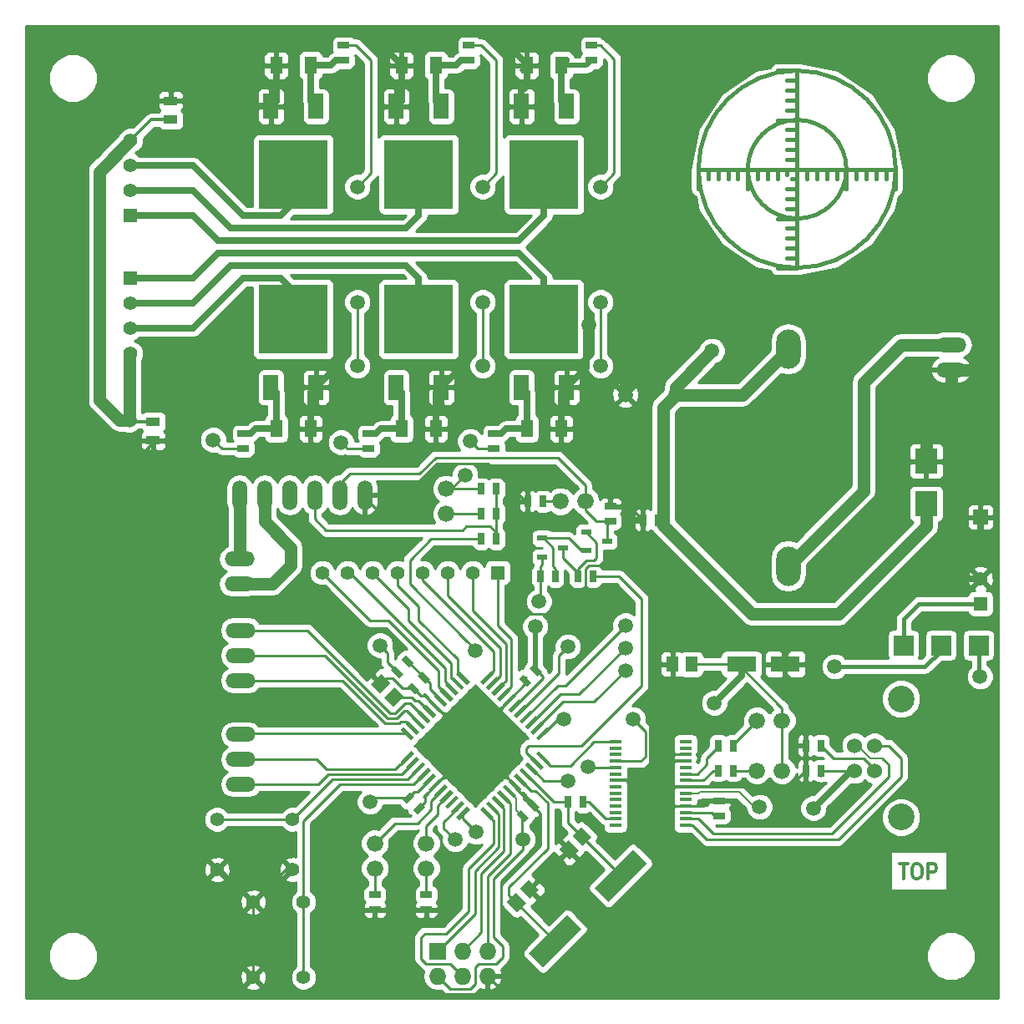
<source format=gbr>
G04 #@! TF.FileFunction,Copper,L1,Top,Signal*
%FSLAX46Y46*%
G04 Gerber Fmt 4.6, Leading zero omitted, Abs format (unit mm)*
G04 Created by KiCad (PCBNEW (2014-12-16 BZR 5324)-product) date Mo 26 Jan 2015 14:40:25 CET*
%MOMM*%
G01*
G04 APERTURE LIST*
%ADD10C,0.100000*%
%ADD11C,0.300000*%
%ADD12C,0.381000*%
%ADD13R,0.635000X1.143000*%
%ADD14C,1.501140*%
%ADD15R,2.999740X1.600200*%
%ADD16R,1.300480X1.498600*%
%ADD17R,1.143000X0.635000*%
%ADD18R,2.301240X2.499360*%
%ADD19R,1.300480X1.699260*%
%ADD20O,2.499360X4.000500*%
%ADD21C,1.524000*%
%ADD22C,2.700020*%
%ADD23O,3.014980X1.506220*%
%ADD24O,1.506220X3.014980*%
%ADD25R,1.397000X1.397000*%
%ADD26C,1.397000*%
%ADD27R,1.727200X1.727200*%
%ADD28O,1.727200X1.727200*%
%ADD29R,1.501140X2.499360*%
%ADD30R,7.000240X7.000240*%
%ADD31R,1.270000X0.406400*%
%ADD32C,1.676400*%
%ADD33R,1.397000X0.889000*%
%ADD34R,1.998980X1.998980*%
%ADD35R,1.501140X1.501140*%
%ADD36R,1.000760X0.599440*%
%ADD37C,1.500000*%
%ADD38C,0.254000*%
%ADD39C,0.203200*%
%ADD40C,0.508000*%
%ADD41C,0.635000*%
%ADD42C,0.431800*%
%ADD43C,0.304800*%
%ADD44C,1.270000*%
G04 APERTURE END LIST*
D10*
D11*
X159198714Y-121606571D02*
X160055857Y-121606571D01*
X159627286Y-123106571D02*
X159627286Y-121606571D01*
X160841571Y-121606571D02*
X161127285Y-121606571D01*
X161270143Y-121678000D01*
X161413000Y-121820857D01*
X161484428Y-122106571D01*
X161484428Y-122606571D01*
X161413000Y-122892286D01*
X161270143Y-123035143D01*
X161127285Y-123106571D01*
X160841571Y-123106571D01*
X160698714Y-123035143D01*
X160555857Y-122892286D01*
X160484428Y-122606571D01*
X160484428Y-122106571D01*
X160555857Y-121820857D01*
X160698714Y-121678000D01*
X160841571Y-121606571D01*
X162127286Y-123106571D02*
X162127286Y-121606571D01*
X162698714Y-121606571D01*
X162841572Y-121678000D01*
X162913000Y-121749429D01*
X162984429Y-121892286D01*
X162984429Y-122106571D01*
X162913000Y-122249429D01*
X162841572Y-122320857D01*
X162698714Y-122392286D01*
X162127286Y-122392286D01*
D12*
X153845260Y-51181000D02*
G75*
G03X153845260Y-51181000I-5001260J0D01*
G01*
X158843980Y-51181000D02*
G75*
G03X158843980Y-51181000I-9999980J0D01*
G01*
X148844000Y-60180220D02*
X147843240Y-60180220D01*
X148844000Y-59182000D02*
X147843240Y-59182000D01*
X148844000Y-58181240D02*
X147843240Y-58181240D01*
X148844000Y-57180480D02*
X147843240Y-57180480D01*
X148844000Y-55181500D02*
X147843240Y-55181500D01*
X148844000Y-54180740D02*
X147843240Y-54180740D01*
X148844000Y-53179980D02*
X147843240Y-53179980D01*
X147843240Y-51181000D02*
X147843240Y-51681380D01*
X148844000Y-52181760D02*
X148343620Y-52181760D01*
X148844000Y-56182260D02*
X146845020Y-56182260D01*
X148844000Y-53179980D02*
X148844000Y-61180980D01*
X148844000Y-61180980D02*
X146845020Y-61180980D01*
X139844780Y-51181000D02*
X139844780Y-52181760D01*
X140843000Y-51181000D02*
X140843000Y-52181760D01*
X141843760Y-51181000D02*
X141843760Y-52181760D01*
X142844520Y-51181000D02*
X142844520Y-52181760D01*
X144843500Y-51181000D02*
X144843500Y-52181760D01*
X145844260Y-51181000D02*
X145844260Y-52181760D01*
X146845020Y-51181000D02*
X146845020Y-52181760D01*
X143842740Y-51181000D02*
X143842740Y-53179980D01*
X138844020Y-51181000D02*
X138844020Y-53179980D01*
X148844000Y-51181000D02*
X138844020Y-51181000D01*
X148844000Y-42181780D02*
X147843240Y-42181780D01*
X148844000Y-43180000D02*
X147843240Y-43180000D01*
X148844000Y-44180760D02*
X147843240Y-44180760D01*
X148844000Y-45181520D02*
X147843240Y-45181520D01*
X148844000Y-47180500D02*
X147843240Y-47180500D01*
X148844000Y-48181260D02*
X147843240Y-48181260D01*
X148844000Y-49182020D02*
X147843240Y-49182020D01*
X148844000Y-50180240D02*
X147843240Y-50180240D01*
X148844000Y-46179740D02*
X146845020Y-46179740D01*
X148844000Y-41181020D02*
X146845020Y-41181020D01*
X148844000Y-51181000D02*
X148844000Y-41181020D01*
X157843220Y-51181000D02*
X157843220Y-52181760D01*
X156845000Y-51181000D02*
X156845000Y-52181760D01*
X155844240Y-51181000D02*
X155844240Y-52181760D01*
X154843480Y-51181000D02*
X154843480Y-52181760D01*
X152844500Y-51181000D02*
X152844500Y-52181760D01*
X151843740Y-51181000D02*
X151843740Y-52181760D01*
X150842980Y-51181000D02*
X150842980Y-52181760D01*
X149844760Y-51181000D02*
X149844760Y-52181760D01*
X153845260Y-51181000D02*
X153845260Y-53179980D01*
X148844000Y-51181000D02*
X148844000Y-53179980D01*
X148844000Y-51181000D02*
X158843980Y-51181000D01*
X158843980Y-51181000D02*
X158843980Y-53179980D01*
D13*
X151257000Y-112141000D03*
X149733000Y-112141000D03*
D14*
X131445000Y-74041000D03*
X136525000Y-74041000D03*
D15*
X143215360Y-101346000D03*
X147614640Y-101346000D03*
D13*
X134747000Y-86741000D03*
X133223000Y-86741000D03*
D16*
X138112500Y-101346000D03*
X136207500Y-101346000D03*
D17*
X140970000Y-116713000D03*
X140970000Y-115189000D03*
D10*
G36*
X121774565Y-125157105D02*
X120714895Y-124097435D01*
X121634473Y-123177857D01*
X122694143Y-124237527D01*
X121774565Y-125157105D01*
X121774565Y-125157105D01*
G37*
G36*
X120427527Y-126504143D02*
X119367857Y-125444473D01*
X120287435Y-124524895D01*
X121347105Y-125584565D01*
X120427527Y-126504143D01*
X120427527Y-126504143D01*
G37*
G36*
X127108565Y-119823105D02*
X126048895Y-118763435D01*
X126968473Y-117843857D01*
X128028143Y-118903527D01*
X127108565Y-119823105D01*
X127108565Y-119823105D01*
G37*
G36*
X125761527Y-121170143D02*
X124701857Y-120110473D01*
X125621435Y-119190895D01*
X126681105Y-120250565D01*
X125761527Y-121170143D01*
X125761527Y-121170143D01*
G37*
G36*
X108814567Y-115083790D02*
X109622790Y-114275567D01*
X110071803Y-114724580D01*
X109263580Y-115532803D01*
X108814567Y-115083790D01*
X108814567Y-115083790D01*
G37*
G36*
X109892197Y-116161420D02*
X110700420Y-115353197D01*
X111149433Y-115802210D01*
X110341210Y-116610433D01*
X109892197Y-116161420D01*
X109892197Y-116161420D01*
G37*
G36*
X122152210Y-101321567D02*
X122960433Y-102129790D01*
X122511420Y-102578803D01*
X121703197Y-101770580D01*
X122152210Y-101321567D01*
X122152210Y-101321567D01*
G37*
G36*
X121074580Y-102399197D02*
X121882803Y-103207420D01*
X121433790Y-103656433D01*
X120625567Y-102848210D01*
X121074580Y-102399197D01*
X121074580Y-102399197D01*
G37*
G36*
X121179790Y-117372433D02*
X120371567Y-116564210D01*
X120820580Y-116115197D01*
X121628803Y-116923420D01*
X121179790Y-117372433D01*
X121179790Y-117372433D01*
G37*
G36*
X122257420Y-116294803D02*
X121449197Y-115486580D01*
X121898210Y-115037567D01*
X122706433Y-115845790D01*
X122257420Y-116294803D01*
X122257420Y-116294803D01*
G37*
G36*
X106998895Y-104756565D02*
X108058565Y-103696895D01*
X108978143Y-104616473D01*
X107918473Y-105676143D01*
X106998895Y-104756565D01*
X106998895Y-104756565D01*
G37*
G36*
X105651857Y-103409527D02*
X106711527Y-102349857D01*
X107631105Y-103269435D01*
X106571435Y-104329105D01*
X105651857Y-103409527D01*
X105651857Y-103409527D01*
G37*
G36*
X110849210Y-102083567D02*
X111657433Y-102891790D01*
X111208420Y-103340803D01*
X110400197Y-102532580D01*
X110849210Y-102083567D01*
X110849210Y-102083567D01*
G37*
G36*
X109771580Y-103161197D02*
X110579803Y-103969420D01*
X110130790Y-104418433D01*
X109322567Y-103610210D01*
X109771580Y-103161197D01*
X109771580Y-103161197D01*
G37*
D18*
X161925000Y-80782160D03*
X161925000Y-85079840D03*
D19*
X96039940Y-40640000D03*
X99540060Y-40640000D03*
X108739940Y-40640000D03*
X112240060Y-40640000D03*
X121439940Y-40640000D03*
X124940060Y-40640000D03*
X99540060Y-77470000D03*
X96039940Y-77470000D03*
X112240060Y-77470000D03*
X108739940Y-77470000D03*
X124940060Y-77470000D03*
X121439940Y-77470000D03*
D20*
X147955000Y-69390260D03*
X147955000Y-91391740D03*
D10*
G36*
X109198210Y-100432567D02*
X110006433Y-101240790D01*
X109557420Y-101689803D01*
X108749197Y-100881580D01*
X109198210Y-100432567D01*
X109198210Y-100432567D01*
G37*
G36*
X108120580Y-101510197D02*
X108928803Y-102318420D01*
X108479790Y-102767433D01*
X107671567Y-101959210D01*
X108120580Y-101510197D01*
X108120580Y-101510197D01*
G37*
G36*
X112846384Y-113246984D02*
X111768754Y-114324614D01*
X111481386Y-114037246D01*
X112559016Y-112959616D01*
X112846384Y-113246984D01*
X112846384Y-113246984D01*
G37*
G36*
X113412140Y-113812740D02*
X112334510Y-114890370D01*
X112047142Y-114603002D01*
X113124772Y-113525372D01*
X113412140Y-113812740D01*
X113412140Y-113812740D01*
G37*
G36*
X113977896Y-114378497D02*
X112900266Y-115456127D01*
X112612898Y-115168759D01*
X113690528Y-114091129D01*
X113977896Y-114378497D01*
X113977896Y-114378497D01*
G37*
G36*
X114543652Y-114944253D02*
X113466022Y-116021883D01*
X113178654Y-115734515D01*
X114256284Y-114656885D01*
X114543652Y-114944253D01*
X114543652Y-114944253D01*
G37*
G36*
X115109408Y-115510009D02*
X114031778Y-116587639D01*
X113744410Y-116300271D01*
X114822040Y-115222641D01*
X115109408Y-115510009D01*
X115109408Y-115510009D01*
G37*
G36*
X115675164Y-116075765D02*
X114597534Y-117153395D01*
X114310166Y-116866027D01*
X115387796Y-115788397D01*
X115675164Y-116075765D01*
X115675164Y-116075765D01*
G37*
G36*
X112280628Y-112681228D02*
X111202998Y-113758858D01*
X110915630Y-113471490D01*
X111993260Y-112393860D01*
X112280628Y-112681228D01*
X112280628Y-112681228D01*
G37*
G36*
X111714871Y-112115472D02*
X110637241Y-113193102D01*
X110349873Y-112905734D01*
X111427503Y-111828104D01*
X111714871Y-112115472D01*
X111714871Y-112115472D01*
G37*
G36*
X111149115Y-111549716D02*
X110071485Y-112627346D01*
X109784117Y-112339978D01*
X110861747Y-111262348D01*
X111149115Y-111549716D01*
X111149115Y-111549716D01*
G37*
G36*
X110583359Y-110983960D02*
X109505729Y-112061590D01*
X109218361Y-111774222D01*
X110295991Y-110696592D01*
X110583359Y-110983960D01*
X110583359Y-110983960D01*
G37*
G36*
X110017603Y-110418204D02*
X108939973Y-111495834D01*
X108652605Y-111208466D01*
X109730235Y-110130836D01*
X110017603Y-110418204D01*
X110017603Y-110418204D01*
G37*
G36*
X120928614Y-105164754D02*
X119850984Y-106242384D01*
X119563616Y-105955016D01*
X120641246Y-104877386D01*
X120928614Y-105164754D01*
X120928614Y-105164754D01*
G37*
G36*
X121494370Y-105730510D02*
X120416740Y-106808140D01*
X120129372Y-106520772D01*
X121207002Y-105443142D01*
X121494370Y-105730510D01*
X121494370Y-105730510D01*
G37*
G36*
X122060127Y-106296266D02*
X120982497Y-107373896D01*
X120695129Y-107086528D01*
X121772759Y-106008898D01*
X122060127Y-106296266D01*
X122060127Y-106296266D01*
G37*
G36*
X122625883Y-106862022D02*
X121548253Y-107939652D01*
X121260885Y-107652284D01*
X122338515Y-106574654D01*
X122625883Y-106862022D01*
X122625883Y-106862022D01*
G37*
G36*
X123191639Y-107427778D02*
X122114009Y-108505408D01*
X121826641Y-108218040D01*
X122904271Y-107140410D01*
X123191639Y-107427778D01*
X123191639Y-107427778D01*
G37*
G36*
X123757395Y-107993534D02*
X122679765Y-109071164D01*
X122392397Y-108783796D01*
X123470027Y-107706166D01*
X123757395Y-107993534D01*
X123757395Y-107993534D01*
G37*
G36*
X120362858Y-104598998D02*
X119285228Y-105676628D01*
X118997860Y-105389260D01*
X120075490Y-104311630D01*
X120362858Y-104598998D01*
X120362858Y-104598998D01*
G37*
G36*
X119797102Y-104033241D02*
X118719472Y-105110871D01*
X118432104Y-104823503D01*
X119509734Y-103745873D01*
X119797102Y-104033241D01*
X119797102Y-104033241D01*
G37*
G36*
X119231346Y-103467485D02*
X118153716Y-104545115D01*
X117866348Y-104257747D01*
X118943978Y-103180117D01*
X119231346Y-103467485D01*
X119231346Y-103467485D01*
G37*
G36*
X118665590Y-102901729D02*
X117587960Y-103979359D01*
X117300592Y-103691991D01*
X118378222Y-102614361D01*
X118665590Y-102901729D01*
X118665590Y-102901729D01*
G37*
G36*
X118099834Y-102335973D02*
X117022204Y-103413603D01*
X116734836Y-103126235D01*
X117812466Y-102048605D01*
X118099834Y-102335973D01*
X118099834Y-102335973D01*
G37*
G36*
X120928614Y-114037246D02*
X120641246Y-114324614D01*
X119563616Y-113246984D01*
X119850984Y-112959616D01*
X120928614Y-114037246D01*
X120928614Y-114037246D01*
G37*
G36*
X112846384Y-105955016D02*
X112559016Y-106242384D01*
X111481386Y-105164754D01*
X111768754Y-104877386D01*
X112846384Y-105955016D01*
X112846384Y-105955016D01*
G37*
G36*
X121494370Y-113471490D02*
X121207002Y-113758858D01*
X120129372Y-112681228D01*
X120416740Y-112393860D01*
X121494370Y-113471490D01*
X121494370Y-113471490D01*
G37*
G36*
X113412140Y-105389260D02*
X113124772Y-105676628D01*
X112047142Y-104598998D01*
X112334510Y-104311630D01*
X113412140Y-105389260D01*
X113412140Y-105389260D01*
G37*
G36*
X113977896Y-104823503D02*
X113690528Y-105110871D01*
X112612898Y-104033241D01*
X112900266Y-103745873D01*
X113977896Y-104823503D01*
X113977896Y-104823503D01*
G37*
G36*
X122060127Y-112905734D02*
X121772759Y-113193102D01*
X120695129Y-112115472D01*
X120982497Y-111828104D01*
X122060127Y-112905734D01*
X122060127Y-112905734D01*
G37*
G36*
X122625883Y-112339978D02*
X122338515Y-112627346D01*
X121260885Y-111549716D01*
X121548253Y-111262348D01*
X122625883Y-112339978D01*
X122625883Y-112339978D01*
G37*
G36*
X114543652Y-104257747D02*
X114256284Y-104545115D01*
X113178654Y-103467485D01*
X113466022Y-103180117D01*
X114543652Y-104257747D01*
X114543652Y-104257747D01*
G37*
G36*
X115109408Y-103691991D02*
X114822040Y-103979359D01*
X113744410Y-102901729D01*
X114031778Y-102614361D01*
X115109408Y-103691991D01*
X115109408Y-103691991D01*
G37*
G36*
X123191639Y-111774222D02*
X122904271Y-112061590D01*
X121826641Y-110983960D01*
X122114009Y-110696592D01*
X123191639Y-111774222D01*
X123191639Y-111774222D01*
G37*
G36*
X123757395Y-111208466D02*
X123470027Y-111495834D01*
X122392397Y-110418204D01*
X122679765Y-110130836D01*
X123757395Y-111208466D01*
X123757395Y-111208466D01*
G37*
G36*
X115675164Y-103126235D02*
X115387796Y-103413603D01*
X114310166Y-102335973D01*
X114597534Y-102048605D01*
X115675164Y-103126235D01*
X115675164Y-103126235D01*
G37*
G36*
X112280628Y-106520772D02*
X111993260Y-106808140D01*
X110915630Y-105730510D01*
X111202998Y-105443142D01*
X112280628Y-106520772D01*
X112280628Y-106520772D01*
G37*
G36*
X120362858Y-114603002D02*
X120075490Y-114890370D01*
X118997860Y-113812740D01*
X119285228Y-113525372D01*
X120362858Y-114603002D01*
X120362858Y-114603002D01*
G37*
G36*
X119797102Y-115168759D02*
X119509734Y-115456127D01*
X118432104Y-114378497D01*
X118719472Y-114091129D01*
X119797102Y-115168759D01*
X119797102Y-115168759D01*
G37*
G36*
X111714871Y-107086528D02*
X111427503Y-107373896D01*
X110349873Y-106296266D01*
X110637241Y-106008898D01*
X111714871Y-107086528D01*
X111714871Y-107086528D01*
G37*
G36*
X111149115Y-107652284D02*
X110861747Y-107939652D01*
X109784117Y-106862022D01*
X110071485Y-106574654D01*
X111149115Y-107652284D01*
X111149115Y-107652284D01*
G37*
G36*
X119231346Y-115734515D02*
X118943978Y-116021883D01*
X117866348Y-114944253D01*
X118153716Y-114656885D01*
X119231346Y-115734515D01*
X119231346Y-115734515D01*
G37*
G36*
X118665590Y-116300271D02*
X118378222Y-116587639D01*
X117300592Y-115510009D01*
X117587960Y-115222641D01*
X118665590Y-116300271D01*
X118665590Y-116300271D01*
G37*
G36*
X110583359Y-108218040D02*
X110295991Y-108505408D01*
X109218361Y-107427778D01*
X109505729Y-107140410D01*
X110583359Y-108218040D01*
X110583359Y-108218040D01*
G37*
G36*
X110017603Y-108783796D02*
X109730235Y-109071164D01*
X108652605Y-107993534D01*
X108939973Y-107706166D01*
X110017603Y-108783796D01*
X110017603Y-108783796D01*
G37*
G36*
X118099834Y-116866027D02*
X117812466Y-117153395D01*
X116734836Y-116075765D01*
X117022204Y-115788397D01*
X118099834Y-116866027D01*
X118099834Y-116866027D01*
G37*
D21*
X154686000Y-112141000D03*
X154686000Y-109601000D03*
X156684980Y-109601000D03*
X156684980Y-112141000D03*
D22*
X159385000Y-116870480D03*
X159385000Y-104871520D03*
D23*
X92456000Y-113538000D03*
X92456000Y-110998000D03*
X92456000Y-108458000D03*
X92456000Y-102997000D03*
X92456000Y-100457000D03*
X92456000Y-97917000D03*
X92329000Y-90678000D03*
X92329000Y-93218000D03*
X164465000Y-68961000D03*
X164465000Y-71501000D03*
D24*
X92329000Y-84201000D03*
X94869000Y-84201000D03*
X97409000Y-84201000D03*
X99949000Y-84201000D03*
X102489000Y-84201000D03*
X105029000Y-84201000D03*
D25*
X81280000Y-55880000D03*
D26*
X81280000Y-53340000D03*
X81280000Y-50800000D03*
X81280000Y-48260000D03*
D25*
X118491000Y-92075000D03*
D26*
X115951000Y-92075000D03*
X113411000Y-92075000D03*
X110871000Y-92075000D03*
X108331000Y-92075000D03*
X105791000Y-92075000D03*
X103251000Y-92075000D03*
X100711000Y-92075000D03*
D25*
X167434000Y-95210000D03*
D26*
X167434000Y-92670000D03*
D27*
X112395000Y-130429000D03*
D28*
X112395000Y-132969000D03*
X114935000Y-130429000D03*
X114935000Y-132969000D03*
X117475000Y-130429000D03*
X117475000Y-132969000D03*
D25*
X81280000Y-62230000D03*
D26*
X81280000Y-64770000D03*
X81280000Y-67310000D03*
X81280000Y-69850000D03*
D29*
X100065840Y-44810680D03*
X95514160Y-44810680D03*
D30*
X97790000Y-51709320D03*
D29*
X112765840Y-44810680D03*
X108214160Y-44810680D03*
D30*
X110490000Y-51709320D03*
D29*
X125465840Y-44810680D03*
X120914160Y-44810680D03*
D30*
X123190000Y-51709320D03*
D29*
X95514160Y-73299320D03*
X100065840Y-73299320D03*
D30*
X97790000Y-66400680D03*
D29*
X108214160Y-73299320D03*
X112765840Y-73299320D03*
D30*
X110490000Y-66400680D03*
D29*
X120914160Y-73299320D03*
X125465840Y-73299320D03*
D30*
X123190000Y-66400680D03*
D13*
X128143000Y-92456000D03*
X126619000Y-92456000D03*
X116840000Y-88646000D03*
X118364000Y-88646000D03*
X116840000Y-86106000D03*
X118364000Y-86106000D03*
X116840000Y-83566000D03*
X118364000Y-83566000D03*
X122809000Y-92456000D03*
X124333000Y-92456000D03*
D17*
X129921000Y-86868000D03*
X129921000Y-85344000D03*
D13*
X123063000Y-84836000D03*
X121539000Y-84836000D03*
X127127000Y-115316000D03*
X125603000Y-115316000D03*
X142367000Y-109601000D03*
X140843000Y-109601000D03*
X142367000Y-112141000D03*
X140843000Y-112141000D03*
D17*
X106045000Y-124714000D03*
X106045000Y-126238000D03*
X111252000Y-124714000D03*
X111252000Y-126238000D03*
X102870000Y-40132000D03*
X102870000Y-38608000D03*
X115570000Y-40132000D03*
X115570000Y-38608000D03*
X128016000Y-40132000D03*
X128016000Y-38608000D03*
X92710000Y-77978000D03*
X92710000Y-79502000D03*
X105410000Y-77978000D03*
X105410000Y-79502000D03*
X118110000Y-77978000D03*
X118110000Y-79502000D03*
D13*
X151257000Y-109601000D03*
X149733000Y-109601000D03*
D26*
X98806000Y-125476000D03*
X93726000Y-125476000D03*
X98806000Y-133096000D03*
X93726000Y-133096000D03*
X90043000Y-117094000D03*
X90043000Y-122174000D03*
X97663000Y-117094000D03*
X97663000Y-122174000D03*
D31*
X130429000Y-109220000D03*
X130429000Y-109855000D03*
X130429000Y-110515400D03*
X130429000Y-111175800D03*
X130429000Y-111810800D03*
X130429000Y-112471200D03*
X130429000Y-113131600D03*
X130429000Y-113766600D03*
X130429000Y-114427000D03*
X130429000Y-115062000D03*
X130429000Y-115722400D03*
X130429000Y-116382800D03*
X130429000Y-117017800D03*
X130429000Y-117678200D03*
X137541000Y-117678200D03*
X137541000Y-117017800D03*
X137541000Y-116408200D03*
X137541000Y-115722400D03*
X137541000Y-115062000D03*
X137541000Y-114427000D03*
X137541000Y-113766600D03*
X137541000Y-113131600D03*
X137541000Y-112471200D03*
X137541000Y-111810800D03*
X137541000Y-111175800D03*
X137541000Y-110515400D03*
X137541000Y-109855000D03*
X137541000Y-109220000D03*
D10*
G36*
X132195174Y-120137333D02*
X133608667Y-121550826D01*
X129720216Y-125439277D01*
X128306723Y-124025784D01*
X132195174Y-120137333D01*
X132195174Y-120137333D01*
G37*
G36*
X125549784Y-126782723D02*
X126963277Y-128196216D01*
X123074826Y-132084667D01*
X121661333Y-130671174D01*
X125549784Y-126782723D01*
X125549784Y-126782723D01*
G37*
D32*
X113284000Y-83566000D03*
X113284000Y-86106000D03*
X127381000Y-84836000D03*
X124841000Y-84836000D03*
X147320000Y-107061000D03*
X144780000Y-107061000D03*
X147320000Y-112141000D03*
X144780000Y-112141000D03*
X106045000Y-119507000D03*
X106045000Y-122047000D03*
X111252000Y-119507000D03*
X111252000Y-122047000D03*
D33*
X83566000Y-78676500D03*
X83566000Y-76771500D03*
X85344000Y-44259500D03*
X85344000Y-46164500D03*
D34*
X159624000Y-99440000D03*
X163434000Y-99440000D03*
X167244000Y-99440000D03*
D35*
X167434000Y-86440000D03*
D36*
X123022360Y-88582500D03*
X125135640Y-89535000D03*
X123022360Y-90487500D03*
X127467360Y-87947500D03*
X129580640Y-88900000D03*
X127467360Y-89852500D03*
D37*
X105537000Y-115316000D03*
X106553000Y-99441000D03*
X115189000Y-82169000D03*
X132207000Y-106934000D03*
X122682000Y-94996000D03*
X121031000Y-119126000D03*
X122301000Y-97536000D03*
X140462000Y-105283000D03*
X152654000Y-101600000D03*
X145034000Y-115824000D03*
X141859000Y-65278000D03*
X127762000Y-66929000D03*
X115316000Y-66929000D03*
X102743000Y-66929000D03*
X81153000Y-76581000D03*
X140208000Y-69596000D03*
X104267000Y-64643000D03*
X104267000Y-52959000D03*
X131445000Y-101981000D03*
X104267000Y-71120000D03*
X116967000Y-64643000D03*
X116967000Y-52959000D03*
X131445000Y-99695000D03*
X116967000Y-71120000D03*
X114173000Y-119126000D03*
X102616000Y-78867000D03*
X116332000Y-118364000D03*
X115697000Y-78740000D03*
X128905000Y-52959000D03*
X128905000Y-64643000D03*
X131445000Y-97409000D03*
X128905000Y-71120000D03*
X125603000Y-99568000D03*
X89662000Y-78613000D03*
X125222000Y-106934000D03*
X127635000Y-111760000D03*
X116205000Y-99949000D03*
X125603000Y-113157000D03*
X167386000Y-102616000D03*
X150495000Y-115951000D03*
D38*
X109443185Y-114904185D02*
X105948815Y-114904185D01*
X105948815Y-114904185D02*
X105537000Y-115316000D01*
X111598129Y-113076359D02*
X111586641Y-113076359D01*
X111586641Y-113076359D02*
X110363000Y-114300000D01*
X110047370Y-114300000D02*
X109443185Y-114904185D01*
X110363000Y-114300000D02*
X110047370Y-114300000D01*
X108300185Y-102138815D02*
X107315000Y-101153630D01*
X107315000Y-100203000D02*
X107315000Y-101153630D01*
X107315000Y-100203000D02*
X106553000Y-99441000D01*
X122331815Y-101950185D02*
X122397185Y-101950185D01*
X122397185Y-101950185D02*
X123063000Y-102616000D01*
X123063000Y-102743000D02*
X120246115Y-105559885D01*
X123063000Y-102616000D02*
X123063000Y-102743000D01*
D39*
X120246115Y-105432885D02*
X120246115Y-105559885D01*
X121031000Y-119126000D02*
X121031000Y-116774630D01*
X121031000Y-116774630D02*
X121000185Y-116743815D01*
X119680359Y-114207871D02*
X119680359Y-114219359D01*
X119680359Y-114219359D02*
X120396000Y-114935000D01*
X120396000Y-116139630D02*
X121000185Y-116743815D01*
X120396000Y-114935000D02*
X120396000Y-116139630D01*
D38*
X115189000Y-82169000D02*
X113792000Y-83566000D01*
X113792000Y-83566000D02*
X113284000Y-83566000D01*
X116840000Y-83566000D02*
X113284000Y-83566000D01*
X123022360Y-90487500D02*
X123022360Y-91226640D01*
X122809000Y-91440000D02*
X122809000Y-92456000D01*
X123022360Y-91226640D02*
X122809000Y-91440000D01*
X130429000Y-111175800D02*
X133019798Y-111175800D01*
X133451598Y-108178598D02*
X132207000Y-106934000D01*
X133451598Y-110744000D02*
X133451598Y-108178598D01*
X133019798Y-111175800D02*
X133451598Y-110744000D01*
X122682000Y-94996000D02*
X122809000Y-94869000D01*
X122809000Y-94869000D02*
X122809000Y-92456000D01*
X121031000Y-119126000D02*
X121031000Y-120142000D01*
X121031000Y-120142000D02*
X118110000Y-123063000D01*
X118110000Y-123063000D02*
X118110000Y-129032000D01*
X118110000Y-129032000D02*
X118999000Y-129921000D01*
X118999000Y-129921000D02*
X118999000Y-131064000D01*
X118999000Y-131064000D02*
X118364000Y-131699000D01*
X118364000Y-131699000D02*
X116586000Y-131699000D01*
X116586000Y-131699000D02*
X116205000Y-132080000D01*
X116205000Y-132080000D02*
X116205000Y-133730998D01*
X116205000Y-133730998D02*
X115697000Y-134238998D01*
X115697000Y-134238998D02*
X113664998Y-134238998D01*
X113664998Y-134238998D02*
X112395000Y-132969000D01*
X121000185Y-116743815D02*
X121000185Y-119095185D01*
X121000185Y-119095185D02*
X121031000Y-119126000D01*
D40*
X122301000Y-101919370D02*
X122301000Y-97536000D01*
X122301000Y-101919370D02*
X122331815Y-101950185D01*
D38*
X122618500Y-92265500D02*
X122809000Y-92456000D01*
X119680359Y-114207871D02*
X119680359Y-114346359D01*
X143215360Y-101346000D02*
X143215360Y-101686360D01*
X143215360Y-101686360D02*
X147320000Y-105791000D01*
X147320000Y-105791000D02*
X147320000Y-107061000D01*
X147320000Y-112141000D02*
X147320000Y-107061000D01*
X143215360Y-101346000D02*
X138112500Y-101346000D01*
D41*
X140462000Y-105283000D02*
X143215360Y-102529640D01*
X143215360Y-102529640D02*
X143215360Y-101346000D01*
D38*
X120246115Y-105559885D02*
X120246115Y-105432885D01*
D42*
X161798000Y-101600000D02*
X152654000Y-101600000D01*
X163434000Y-99964000D02*
X161798000Y-101600000D01*
X163434000Y-99440000D02*
X163434000Y-99964000D01*
D39*
X144018000Y-115316000D02*
X142976602Y-114274602D01*
X144526000Y-115824000D02*
X144018000Y-115316000D01*
X142976602Y-114274602D02*
X138963398Y-114274602D01*
X138963398Y-114274602D02*
X138811000Y-114427000D01*
X138811000Y-114427000D02*
X137541000Y-114427000D01*
X145034000Y-115824000D02*
X144526000Y-115824000D01*
X144526000Y-115824000D02*
X144018000Y-115316000D01*
X122618500Y-92265500D02*
X122809000Y-92456000D01*
D43*
X85344000Y-44259500D02*
X85344000Y-42926000D01*
X85344000Y-42926000D02*
X84455000Y-42037000D01*
X83566000Y-78676500D02*
X83566000Y-78994000D01*
X83566000Y-78994000D02*
X81216500Y-81343500D01*
D38*
X127381000Y-91694000D02*
X127381000Y-95504000D01*
X120015000Y-94361000D02*
X120015000Y-83566000D01*
X121920000Y-96266000D02*
X120015000Y-94361000D01*
X126619000Y-96266000D02*
X121920000Y-96266000D01*
X127381000Y-95504000D02*
X126619000Y-96266000D01*
X122077815Y-115666185D02*
X122077815Y-115727815D01*
X122077815Y-115727815D02*
X122809000Y-116459000D01*
X120650000Y-132715000D02*
X119507000Y-133858000D01*
X120650000Y-128905002D02*
X120650000Y-132715000D01*
X118872000Y-127127002D02*
X120650000Y-128905002D01*
X118872000Y-123571000D02*
X118872000Y-127127002D01*
X122809000Y-119634000D02*
X118872000Y-123571000D01*
X122809000Y-116459000D02*
X122809000Y-119634000D01*
X122077815Y-115666185D02*
X122077815Y-115854815D01*
D41*
X93599000Y-39624000D02*
X86868000Y-39624000D01*
X77089000Y-49657000D02*
X76962000Y-49657000D01*
X76962000Y-49530000D02*
X77089000Y-49657000D01*
X86868000Y-39624000D02*
X84455000Y-42037000D01*
X84455000Y-42037000D02*
X76962000Y-49530000D01*
X105791000Y-37528500D02*
X105791000Y-37691060D01*
X105791000Y-37691060D02*
X108739940Y-40640000D01*
X118427500Y-37528500D02*
X105791000Y-37528500D01*
X105791000Y-37528500D02*
X94805500Y-37528500D01*
X94805500Y-37528500D02*
X93599000Y-38735000D01*
X93599000Y-38735000D02*
X93599000Y-39624000D01*
X93599000Y-39624000D02*
X93599000Y-44323000D01*
X93599000Y-44323000D02*
X94086680Y-44810680D01*
X94086680Y-44810680D02*
X95514160Y-44810680D01*
X121439940Y-40640000D02*
X121439940Y-40540940D01*
X121439940Y-40540940D02*
X118427500Y-37528500D01*
X118427500Y-37528500D02*
X118364000Y-37465000D01*
X131699000Y-38862000D02*
X131699000Y-59182000D01*
X130302000Y-37465000D02*
X131699000Y-38862000D01*
X118364000Y-37465000D02*
X130302000Y-37465000D01*
X120914160Y-44810680D02*
X120914160Y-43296840D01*
X121439940Y-42771060D02*
X121439940Y-40640000D01*
X120914160Y-43296840D02*
X121439940Y-42771060D01*
D43*
X120914160Y-41165780D02*
X121439940Y-40640000D01*
X121439940Y-44284900D02*
X120914160Y-44810680D01*
D44*
X145542000Y-65151000D02*
X141986000Y-65151000D01*
X141986000Y-65151000D02*
X141859000Y-65278000D01*
D43*
X93599000Y-39497000D02*
X86741000Y-39497000D01*
X86741000Y-39497000D02*
X76962000Y-49276000D01*
X76962000Y-49276000D02*
X76962000Y-49657000D01*
X87630000Y-119761000D02*
X90043000Y-122174000D01*
X76962000Y-49657000D02*
X76962000Y-77089000D01*
X76962000Y-77089000D02*
X81216500Y-81343500D01*
X81216500Y-81343500D02*
X87630000Y-87757000D01*
X87630000Y-87757000D02*
X87630000Y-119761000D01*
X118491000Y-37465000D02*
X130175000Y-37465000D01*
X118264940Y-37465000D02*
X118491000Y-37465000D01*
X130175000Y-37465000D02*
X131699000Y-38989000D01*
X131699000Y-45212000D02*
X131699000Y-59182000D01*
X131699000Y-38989000D02*
X131699000Y-45212000D01*
X104775000Y-37465000D02*
X118264940Y-37465000D01*
X118264940Y-37465000D02*
X121439940Y-40640000D01*
X95514160Y-44810680D02*
X94086680Y-44810680D01*
X105564940Y-37465000D02*
X108739940Y-40640000D01*
X104775000Y-37465000D02*
X105564940Y-37465000D01*
X94869000Y-37465000D02*
X104775000Y-37465000D01*
X94488000Y-37846000D02*
X94869000Y-37465000D01*
X93599000Y-38735000D02*
X94488000Y-37846000D01*
X93599000Y-44323000D02*
X93599000Y-39497000D01*
X93599000Y-39497000D02*
X93599000Y-38735000D01*
X94086680Y-44810680D02*
X93599000Y-44323000D01*
D38*
X112163885Y-105559885D02*
X114808000Y-108204000D01*
X116470488Y-108204000D02*
X119680359Y-104994129D01*
X114808000Y-108204000D02*
X116470488Y-108204000D01*
X120246115Y-113642115D02*
X117348000Y-110744000D01*
X115062000Y-110744000D02*
X112163885Y-113642115D01*
X117348000Y-110744000D02*
X115062000Y-110744000D01*
X112163885Y-105559885D02*
X115316000Y-108712000D01*
X115316000Y-108712000D02*
X115316000Y-110490000D01*
X115316000Y-110490000D02*
X112163885Y-113642115D01*
D41*
X125465840Y-73299320D02*
X127508000Y-71257160D01*
X127508000Y-67183000D02*
X127508000Y-71257160D01*
X127508000Y-67183000D02*
X127762000Y-66929000D01*
X112765840Y-73299320D02*
X115189000Y-70876160D01*
X115189000Y-67056000D02*
X115189000Y-70876160D01*
X115189000Y-67056000D02*
X115316000Y-66929000D01*
X100065840Y-73299320D02*
X102489000Y-70876160D01*
X102489000Y-67183000D02*
X102489000Y-70876160D01*
X102489000Y-67183000D02*
X102743000Y-66929000D01*
D40*
X133223000Y-86741000D02*
X133223000Y-75819000D01*
X133223000Y-75819000D02*
X131445000Y-74041000D01*
D38*
X110520815Y-115981815D02*
X110520815Y-115920185D01*
X110520815Y-115920185D02*
X111125000Y-115316000D01*
X111125000Y-115316000D02*
X111125000Y-114681000D01*
X111125000Y-114681000D02*
X112163885Y-113642115D01*
X93726000Y-125476000D02*
X93726000Y-133096000D01*
X109951185Y-103789815D02*
X108869815Y-103789815D01*
X107237962Y-102743000D02*
X106641481Y-103339481D01*
X107823000Y-102743000D02*
X107237962Y-102743000D01*
X108869815Y-103789815D02*
X107823000Y-102743000D01*
D43*
X135610600Y-113766600D02*
X133985000Y-112141000D01*
D38*
X137541000Y-115722400D02*
X135026400Y-115722400D01*
X135026400Y-115722400D02*
X133985000Y-114681000D01*
X133985000Y-114681000D02*
X133985000Y-112141000D01*
X111252000Y-126238000D02*
X106045000Y-126238000D01*
X106895481Y-103720481D02*
X106895481Y-103670519D01*
X110682370Y-104521000D02*
X109951185Y-103789815D01*
X111125000Y-104521000D02*
X110682370Y-104521000D01*
X112163885Y-105559885D02*
X111125000Y-104521000D01*
X112163885Y-105559885D02*
X112036885Y-105559885D01*
X120246115Y-113642115D02*
X120246115Y-113834485D01*
X120246115Y-113834485D02*
X122077815Y-115666185D01*
X122077815Y-115666185D02*
X122270185Y-115666185D01*
D43*
X135255000Y-101346000D02*
X136207500Y-101346000D01*
X133985000Y-102616000D02*
X135255000Y-101346000D01*
X133985000Y-108712000D02*
X133985000Y-102616000D01*
X133985000Y-110236000D02*
X133985000Y-108712000D01*
D38*
X149733000Y-104394000D02*
X149733000Y-109601000D01*
X147614640Y-101346000D02*
X147614640Y-102275640D01*
X147614640Y-102275640D02*
X149733000Y-104394000D01*
D41*
X96039940Y-44284900D02*
X95514160Y-44810680D01*
X96039940Y-40640000D02*
X96039940Y-44284900D01*
X108739940Y-44284900D02*
X108214160Y-44810680D01*
X108739940Y-40640000D02*
X108739940Y-44284900D01*
X124940060Y-73825100D02*
X125465840Y-73299320D01*
X124940060Y-77470000D02*
X124940060Y-73825100D01*
X112240060Y-73825100D02*
X112765840Y-73299320D01*
X112240060Y-77470000D02*
X112240060Y-73825100D01*
X99540060Y-73825100D02*
X100065840Y-73299320D01*
X99540060Y-77470000D02*
X99540060Y-73825100D01*
D43*
X149733000Y-109601000D02*
X149733000Y-112141000D01*
D38*
X139293600Y-115722400D02*
X137541000Y-115722400D01*
X139827000Y-115189000D02*
X139293600Y-115722400D01*
X140970000Y-115189000D02*
X139827000Y-115189000D01*
D43*
X133985000Y-114681000D02*
X133985000Y-112141000D01*
X135026400Y-115722400D02*
X133985000Y-114681000D01*
X137541000Y-113766600D02*
X135610600Y-113766600D01*
X134924800Y-111175800D02*
X133985000Y-110236000D01*
X133985000Y-111506000D02*
X133985000Y-112141000D01*
X133985000Y-110236000D02*
X133985000Y-111506000D01*
X137541000Y-111175800D02*
X134924800Y-111175800D01*
X132359400Y-113131600D02*
X133985000Y-111506000D01*
X130429000Y-113131600D02*
X132359400Y-113131600D01*
X148107400Y-113766600D02*
X149733000Y-112141000D01*
X137541000Y-113766600D02*
X148107400Y-113766600D01*
D44*
X161925000Y-77216000D02*
X164465000Y-74676000D01*
X164465000Y-74676000D02*
X164465000Y-71501000D01*
X161925000Y-80782160D02*
X161925000Y-77216000D01*
X131445000Y-69596000D02*
X135890000Y-65151000D01*
X131445000Y-74041000D02*
X131445000Y-69596000D01*
X167640000Y-71501000D02*
X164465000Y-71501000D01*
X168275000Y-70866000D02*
X167640000Y-71501000D01*
X168275000Y-67056000D02*
X168275000Y-70866000D01*
X166370000Y-65151000D02*
X168275000Y-67056000D01*
X135890000Y-65151000D02*
X145542000Y-65151000D01*
X145542000Y-65151000D02*
X166370000Y-65151000D01*
D41*
X131826000Y-89940000D02*
X131826000Y-90043000D01*
X131826000Y-87122000D02*
X131826000Y-89940000D01*
X132207000Y-86741000D02*
X131826000Y-87122000D01*
X133223000Y-86741000D02*
X132207000Y-86741000D01*
X129794000Y-85217000D02*
X129921000Y-85344000D01*
D38*
X97028000Y-122174000D02*
X93726000Y-125476000D01*
X97663000Y-122174000D02*
X97028000Y-122174000D01*
X90424000Y-122174000D02*
X93726000Y-125476000D01*
X90043000Y-122174000D02*
X90424000Y-122174000D01*
X121285000Y-84836000D02*
X121539000Y-84836000D01*
X117475000Y-81026000D02*
X120015000Y-83566000D01*
X105029000Y-84455000D02*
X106426000Y-85852000D01*
X106426000Y-85852000D02*
X107485576Y-85852000D01*
X107485576Y-85852000D02*
X112311576Y-81026000D01*
X112311576Y-81026000D02*
X117475000Y-81026000D01*
X120015000Y-83566000D02*
X121285000Y-84836000D01*
X105029000Y-84201000D02*
X105029000Y-84455000D01*
X105029000Y-84201000D02*
X105029000Y-85217000D01*
X131826000Y-85344000D02*
X133223000Y-86741000D01*
X129921000Y-85344000D02*
X131826000Y-85344000D01*
X127381000Y-91694000D02*
X127762000Y-91313000D01*
X127762000Y-91313000D02*
X130556000Y-91313000D01*
X130556000Y-91313000D02*
X131826000Y-90043000D01*
X95250000Y-134620000D02*
X101981000Y-134620000D01*
X101981000Y-134620000D02*
X106045000Y-130556000D01*
X106045000Y-130556000D02*
X106045000Y-126238000D01*
X93726000Y-133096000D02*
X95250000Y-134620000D01*
X102108000Y-134747000D02*
X101981000Y-134620000D01*
X117094000Y-134747000D02*
X102108000Y-134747000D01*
X117475000Y-134366000D02*
X117094000Y-134747000D01*
X117475000Y-132969000D02*
X117475000Y-134366000D01*
X124206000Y-121666000D02*
X125691481Y-120180519D01*
X121704519Y-124167481D02*
X124206000Y-121666000D01*
X124206000Y-122682000D02*
X129921000Y-128397000D01*
X129921000Y-128397000D02*
X129921000Y-129413000D01*
X129921000Y-129413000D02*
X125476000Y-133858000D01*
X125476000Y-133858000D02*
X119507000Y-133858000D01*
X119507000Y-133858000D02*
X118364000Y-133858000D01*
X118364000Y-133858000D02*
X117475000Y-132969000D01*
X124206000Y-121666000D02*
X124206000Y-122682000D01*
X121381185Y-102712185D02*
X121315815Y-102712185D01*
X121254185Y-103408815D02*
X121254185Y-103027815D01*
X119680359Y-104982641D02*
X121254185Y-103408815D01*
X119680359Y-104994129D02*
X119680359Y-104982641D01*
X135788400Y-110515400D02*
X133985000Y-108712000D01*
X137541000Y-110515400D02*
X135788400Y-110515400D01*
D41*
X94869000Y-37465000D02*
X94488000Y-37846000D01*
X118491000Y-37465000D02*
X94869000Y-37465000D01*
X131699000Y-62738000D02*
X134112000Y-65151000D01*
X134112000Y-65151000D02*
X135890000Y-65151000D01*
X131699000Y-45212000D02*
X131699000Y-62738000D01*
X131934000Y-89940000D02*
X139434000Y-97440000D01*
X139434000Y-97440000D02*
X143434000Y-97440000D01*
X143434000Y-97440000D02*
X145434000Y-99440000D01*
X145434000Y-99440000D02*
X146934000Y-99440000D01*
X146934000Y-99440000D02*
X147614640Y-100120640D01*
X147614640Y-100120640D02*
X147614640Y-101346000D01*
X131826000Y-89940000D02*
X131934000Y-89940000D01*
X147753360Y-100120640D02*
X149934000Y-97940000D01*
X149934000Y-97940000D02*
X153934000Y-97940000D01*
X153934000Y-97940000D02*
X159204000Y-92670000D01*
X159258000Y-92670000D02*
X167434000Y-92670000D01*
X159204000Y-92670000D02*
X159258000Y-92670000D01*
X147614640Y-100120640D02*
X147753360Y-100120640D01*
X162600000Y-92670000D02*
X167434000Y-87836000D01*
X167434000Y-87836000D02*
X167434000Y-86440000D01*
X159258000Y-92670000D02*
X162600000Y-92670000D01*
D43*
X85344000Y-46164500D02*
X83375500Y-46164500D01*
X83375500Y-46164500D02*
X81280000Y-48260000D01*
X83566000Y-76771500D02*
X81343500Y-76771500D01*
X81343500Y-76771500D02*
X81153000Y-76581000D01*
D44*
X81153000Y-76581000D02*
X80137000Y-76581000D01*
X80137000Y-76581000D02*
X78105000Y-74549000D01*
X78105000Y-74549000D02*
X78105000Y-51435000D01*
X78105000Y-51435000D02*
X81280000Y-48260000D01*
X81153000Y-76581000D02*
X81153000Y-69977000D01*
X81153000Y-69977000D02*
X81280000Y-69850000D01*
X136525000Y-74041000D02*
X136525000Y-73279000D01*
X136525000Y-73279000D02*
X140208000Y-69596000D01*
D41*
X134747000Y-86741000D02*
X134874000Y-86741000D01*
X134874000Y-86741000D02*
X135382000Y-86233000D01*
X135382000Y-86233000D02*
X135382000Y-75184000D01*
X135382000Y-75184000D02*
X136525000Y-74041000D01*
D44*
X143304260Y-74041000D02*
X147955000Y-69390260D01*
X136525000Y-74041000D02*
X143304260Y-74041000D01*
X161925000Y-87376000D02*
X153035000Y-96266000D01*
X153035000Y-96266000D02*
X144272000Y-96266000D01*
X144272000Y-96266000D02*
X135255000Y-87249000D01*
X135255000Y-87249000D02*
X135255000Y-75311000D01*
X135255000Y-75311000D02*
X136525000Y-74041000D01*
X161925000Y-85079840D02*
X161925000Y-87376000D01*
D38*
X140157200Y-116408200D02*
X137541000Y-116408200D01*
X140462000Y-116713000D02*
X140157200Y-116408200D01*
X140970000Y-116713000D02*
X140462000Y-116713000D01*
X121920000Y-114173000D02*
X122344576Y-114173000D01*
X122344576Y-114173000D02*
X123571000Y-115399424D01*
X123571000Y-115399424D02*
X123571000Y-120015000D01*
X123571000Y-120015000D02*
X119634000Y-123952000D01*
X119634000Y-123952000D02*
X119634000Y-124791038D01*
X119634000Y-124791038D02*
X120357481Y-125514519D01*
X120823359Y-113076359D02*
X121920000Y-114173000D01*
X120811871Y-113076359D02*
X120823359Y-113076359D01*
X120393129Y-125514519D02*
X124312305Y-129433695D01*
X120357481Y-125514519D02*
X120393129Y-125514519D01*
X121377628Y-112510603D02*
X121400603Y-112510603D01*
X121400603Y-112510603D02*
X124206000Y-115316000D01*
X124206000Y-115316000D02*
X125603000Y-115316000D01*
X125603000Y-117397962D02*
X127038519Y-118833481D01*
X125603000Y-115316000D02*
X125603000Y-117397962D01*
X127038519Y-118869129D02*
X130957695Y-122788305D01*
X127038519Y-118833481D02*
X127038519Y-118869129D01*
X111598129Y-106125641D02*
X111586641Y-106125641D01*
X111586641Y-106125641D02*
X110490000Y-105029000D01*
X109766519Y-104686519D02*
X107988519Y-104686519D01*
X110109000Y-105029000D02*
X109766519Y-104686519D01*
X110490000Y-105029000D02*
X110109000Y-105029000D01*
X111028815Y-102712185D02*
X109377815Y-101061185D01*
X112729641Y-104994129D02*
X112729641Y-104982641D01*
X112729641Y-104982641D02*
X111633000Y-103886000D01*
X111633000Y-103886000D02*
X111633000Y-103316370D01*
X111633000Y-103316370D02*
X111028815Y-102712185D01*
X129921000Y-86868000D02*
X128524000Y-86868000D01*
X127381000Y-85725000D02*
X127381000Y-84836000D01*
X128524000Y-86868000D02*
X127381000Y-85725000D01*
X129580640Y-88900000D02*
X129580640Y-87208360D01*
X129580640Y-87208360D02*
X129921000Y-86868000D01*
X102489000Y-83058000D02*
X102489000Y-84201000D01*
X127381000Y-83185000D02*
X124587000Y-80391000D01*
X127381000Y-84836000D02*
X127381000Y-83185000D01*
X103505000Y-82042000D02*
X102489000Y-83058000D01*
X110577152Y-82042000D02*
X103505000Y-82042000D01*
X112228152Y-80391000D02*
X110577152Y-82042000D01*
X124587000Y-80391000D02*
X112228152Y-80391000D01*
X124841000Y-84836000D02*
X123063000Y-84836000D01*
X142367000Y-109601000D02*
X142367000Y-109474000D01*
X142367000Y-109474000D02*
X144780000Y-107061000D01*
X142367000Y-112141000D02*
X144780000Y-112141000D01*
X112729641Y-114207871D02*
X112729641Y-114219359D01*
X112729641Y-114219359D02*
X111760000Y-115189000D01*
X111760000Y-115189000D02*
X111760000Y-116078000D01*
X111760000Y-116078000D02*
X110363000Y-117475000D01*
X110363000Y-117475000D02*
X108077000Y-117475000D01*
X108077000Y-117475000D02*
X106045000Y-119507000D01*
X106045000Y-122047000D02*
X106045000Y-124714000D01*
X113295397Y-114773628D02*
X113295397Y-114796603D01*
X113295397Y-114796603D02*
X112395000Y-115697000D01*
X112395000Y-115697000D02*
X112395000Y-116586000D01*
X112395000Y-116586000D02*
X111252000Y-117729000D01*
X111252000Y-117729000D02*
X111252000Y-119507000D01*
X111252000Y-122047000D02*
X111252000Y-124714000D01*
D41*
X99540060Y-44284900D02*
X100065840Y-44810680D01*
X99540060Y-40640000D02*
X99540060Y-44284900D01*
X102108000Y-40132000D02*
X101600000Y-40640000D01*
X101600000Y-40640000D02*
X99540060Y-40640000D01*
X102870000Y-40132000D02*
X102108000Y-40132000D01*
X114808000Y-40132000D02*
X114300000Y-40640000D01*
X114300000Y-40640000D02*
X112240060Y-40640000D01*
X115570000Y-40132000D02*
X114808000Y-40132000D01*
X112240060Y-44284900D02*
X112765840Y-44810680D01*
X112240060Y-40640000D02*
X112240060Y-44284900D01*
D40*
X124940060Y-40640000D02*
X127508000Y-40640000D01*
X127508000Y-40640000D02*
X128016000Y-40132000D01*
D41*
X124940060Y-44284900D02*
X125465840Y-44810680D01*
X124940060Y-40640000D02*
X124940060Y-44284900D01*
X125448060Y-40132000D02*
X124940060Y-40640000D01*
X93472000Y-77978000D02*
X93980000Y-77470000D01*
X93980000Y-77470000D02*
X96039940Y-77470000D01*
X92710000Y-77978000D02*
X93472000Y-77978000D01*
X96039940Y-73825100D02*
X95514160Y-73299320D01*
X96039940Y-77470000D02*
X96039940Y-73825100D01*
X106172000Y-77978000D02*
X106680000Y-77470000D01*
X106680000Y-77470000D02*
X108739940Y-77470000D01*
X105410000Y-77978000D02*
X106172000Y-77978000D01*
X108739940Y-73825100D02*
X108214160Y-73299320D01*
X108739940Y-77470000D02*
X108739940Y-73825100D01*
X121439940Y-77470000D02*
X119380000Y-77470000D01*
X118872000Y-77978000D02*
X118110000Y-77978000D01*
X119380000Y-77470000D02*
X118872000Y-77978000D01*
X121439940Y-73825100D02*
X120914160Y-73299320D01*
X121439940Y-77470000D02*
X121439940Y-73825100D01*
D44*
X159385000Y-68961000D02*
X155575000Y-72771000D01*
X155575000Y-72771000D02*
X155575000Y-83771740D01*
X155575000Y-83771740D02*
X147955000Y-91391740D01*
X164465000Y-68961000D02*
X159385000Y-68961000D01*
D38*
X104140000Y-38608000D02*
X102870000Y-38608000D01*
X105664000Y-40132000D02*
X104140000Y-38608000D01*
X105664000Y-51562000D02*
X105664000Y-40132000D01*
X104267000Y-52959000D02*
X105664000Y-51562000D01*
X104267000Y-71120000D02*
X104267000Y-64643000D01*
X125095000Y-105156000D02*
X128270000Y-105156000D01*
X128270000Y-105156000D02*
X131445000Y-101981000D01*
X122509140Y-107741860D02*
X125095000Y-105156000D01*
X104267000Y-64643000D02*
X104267000Y-71120000D01*
X122509140Y-107822909D02*
X122509140Y-107741860D01*
X122509140Y-107822909D02*
X122555091Y-107822909D01*
X116840000Y-38608000D02*
X115570000Y-38608000D01*
X118364000Y-40132000D02*
X116840000Y-38608000D01*
X118364000Y-51562000D02*
X118364000Y-40132000D01*
X116967000Y-52959000D02*
X118364000Y-51562000D01*
X116967000Y-71120000D02*
X116967000Y-64643000D01*
X124841000Y-104394000D02*
X126746000Y-104394000D01*
X126746000Y-104394000D02*
X131445000Y-99695000D01*
X121977847Y-107257153D02*
X124841000Y-104394000D01*
X116967000Y-64643000D02*
X116967000Y-71120000D01*
X121943384Y-107257153D02*
X121977847Y-107257153D01*
X111032372Y-112510603D02*
X111009397Y-112510603D01*
X111009397Y-112510603D02*
X109981996Y-113538004D01*
X98806000Y-117221000D02*
X98806000Y-125476000D01*
X102488996Y-113538004D02*
X98806000Y-117221000D01*
X109981996Y-113538004D02*
X102488996Y-113538004D01*
X98806000Y-125476000D02*
X98806000Y-133096000D01*
X110466616Y-111944847D02*
X110305153Y-111944847D01*
X109346998Y-113030002D02*
X101726998Y-113030002D01*
X101726998Y-113030002D02*
X97663000Y-117094000D01*
X110432153Y-111944847D02*
X109346998Y-113030002D01*
X110466616Y-111944847D02*
X110432153Y-111944847D01*
X97663000Y-117094000D02*
X90043000Y-117094000D01*
X109900860Y-111379091D02*
X109854909Y-111379091D01*
X92608400Y-113538000D02*
X92456000Y-113538000D01*
X109900860Y-111379091D02*
X109900860Y-111383940D01*
X108762800Y-112522000D02*
X101346000Y-112522000D01*
X101346000Y-112522000D02*
X100330000Y-113538000D01*
X100330000Y-113538000D02*
X92456000Y-113538000D01*
X109900860Y-111383940D02*
X108762800Y-112522000D01*
X109335104Y-110813335D02*
X109277665Y-110813335D01*
X92964000Y-111506000D02*
X92456000Y-110998000D01*
X93675200Y-110998000D02*
X92456000Y-110998000D01*
X109335104Y-110832096D02*
X108686600Y-111480600D01*
X109335104Y-110813335D02*
X109335104Y-110832096D01*
X108635800Y-111480600D02*
X108102402Y-112013998D01*
X108102402Y-112013998D02*
X101135578Y-112013998D01*
X101135578Y-112013998D02*
X100119580Y-110998000D01*
X100119580Y-110998000D02*
X92456000Y-110998000D01*
X108686600Y-111480600D02*
X108635800Y-111480600D01*
X113030000Y-117348000D02*
X113030000Y-117983000D01*
X113030000Y-117983000D02*
X114173000Y-119126000D01*
X102616000Y-78867000D02*
X103251000Y-79502000D01*
X103251000Y-79502000D02*
X105410000Y-79502000D01*
X114426909Y-115951091D02*
X113030000Y-117348000D01*
X114426909Y-115905140D02*
X114426909Y-115951091D01*
X114992665Y-116470896D02*
X114992665Y-117024665D01*
X114992665Y-117024665D02*
X116332000Y-118364000D01*
X116459000Y-79502000D02*
X118110000Y-79502000D01*
X115697000Y-78740000D02*
X116459000Y-79502000D01*
X128016000Y-38608000D02*
X128905000Y-38608000D01*
X130302000Y-40005000D02*
X130302000Y-51562000D01*
X128905000Y-38608000D02*
X130302000Y-40005000D01*
X124587000Y-103505000D02*
X125349000Y-103505000D01*
X125349000Y-103505000D02*
X131445000Y-97409000D01*
X121400603Y-106691397D02*
X124587000Y-103505000D01*
X128905000Y-64643000D02*
X128905000Y-71120000D01*
X128905000Y-52959000D02*
X130302000Y-51562000D01*
X121377628Y-106691397D02*
X121400603Y-106691397D01*
X120823359Y-106125641D02*
X124714000Y-102235000D01*
X124714000Y-100457000D02*
X125603000Y-99568000D01*
X124714000Y-102235000D02*
X124714000Y-100457000D01*
X90551000Y-79502000D02*
X92710000Y-79502000D01*
X89662000Y-78613000D02*
X90551000Y-79502000D01*
X120811871Y-106125641D02*
X120823359Y-106125641D01*
X123074896Y-108388665D02*
X123132335Y-108388665D01*
X123132335Y-108388665D02*
X124587000Y-106934000D01*
X124587000Y-106934000D02*
X125222000Y-106934000D01*
X127635000Y-111760000D02*
X127685800Y-111810800D01*
X127685800Y-111810800D02*
X130429000Y-111810800D01*
X119114603Y-104428372D02*
X119114603Y-104405395D01*
X119888002Y-103631998D02*
X119888002Y-98806002D01*
X119888002Y-98806002D02*
X118491000Y-97409000D01*
X118491000Y-97409000D02*
X118491000Y-92075000D01*
X119114603Y-104405397D02*
X119888002Y-103631998D01*
X119114603Y-104428372D02*
X119114603Y-104405397D01*
X119380000Y-102997000D02*
X119380000Y-99314000D01*
X119380000Y-99314000D02*
X115951000Y-95885000D01*
X115951000Y-95885000D02*
X115951000Y-92075000D01*
X118548847Y-103828153D02*
X119380000Y-102997000D01*
X118548847Y-103862616D02*
X118548847Y-103828153D01*
X118745000Y-102489000D02*
X118745000Y-99695000D01*
X118745000Y-99695000D02*
X113411000Y-94361000D01*
X113411000Y-94361000D02*
X113411000Y-92075000D01*
X117983091Y-103250909D02*
X118745000Y-102489000D01*
X117983091Y-103296860D02*
X117983091Y-103250909D01*
X118110000Y-101981000D02*
X118110000Y-100076000D01*
X118110000Y-100076000D02*
X110871000Y-92837000D01*
X110871000Y-92837000D02*
X110871000Y-92075000D01*
X117417335Y-102673665D02*
X118110000Y-101981000D01*
X117417335Y-102731104D02*
X117417335Y-102673665D01*
X113295397Y-104428372D02*
X113295397Y-104405397D01*
X113295397Y-104405397D02*
X112522000Y-103632000D01*
X112522000Y-103632000D02*
X112522000Y-101981000D01*
X112522000Y-101981000D02*
X107442000Y-96901000D01*
X107442000Y-96901000D02*
X105537000Y-96901000D01*
X105537000Y-96901000D02*
X100711000Y-92075000D01*
X116205000Y-99949000D02*
X116205000Y-99822000D01*
X116205000Y-99822000D02*
X115316000Y-98933000D01*
X121943384Y-111944847D02*
X121977847Y-111944847D01*
X121977847Y-111944847D02*
X123190000Y-113157000D01*
X123190000Y-113157000D02*
X125603000Y-113157000D01*
X116713000Y-88773000D02*
X116840000Y-88646000D01*
X121943384Y-111944847D02*
X121943384Y-111910384D01*
X111760000Y-88646000D02*
X109601000Y-90805000D01*
X109601000Y-90805000D02*
X109601000Y-93218000D01*
X109601000Y-93218000D02*
X115316000Y-98933000D01*
X115316000Y-98933000D02*
X116205000Y-99822000D01*
X116840000Y-88646000D02*
X111760000Y-88646000D01*
X113861153Y-103862616D02*
X113861153Y-103828153D01*
X113861153Y-103828153D02*
X113157000Y-103124000D01*
X113157000Y-103124000D02*
X113157000Y-101727000D01*
X113157000Y-101727000D02*
X103505000Y-92075000D01*
X103505000Y-92075000D02*
X103251000Y-92075000D01*
X114426909Y-103296860D02*
X114345862Y-103296860D01*
X114345862Y-103296860D02*
X113792000Y-102742998D01*
X109474000Y-95758000D02*
X105791000Y-92075000D01*
X109474000Y-96901000D02*
X109474000Y-95758000D01*
X113792000Y-101219000D02*
X109474000Y-96901000D01*
X113792000Y-102742998D02*
X113792000Y-101219000D01*
X114426909Y-103296860D02*
X114426909Y-103250909D01*
X128333500Y-92265500D02*
X128143000Y-92456000D01*
X122509140Y-111379091D02*
X122428091Y-111379091D01*
X122509140Y-111379091D02*
X122509140Y-111333140D01*
X130810000Y-92456000D02*
X133096000Y-94742000D01*
X133096000Y-94742000D02*
X133096000Y-103505000D01*
X133096000Y-103505000D02*
X127000000Y-109601000D01*
X127000000Y-109601000D02*
X121666000Y-109601000D01*
X121666000Y-109601000D02*
X121412000Y-109855000D01*
X121412000Y-109855000D02*
X121412000Y-110281951D01*
X128143000Y-92456000D02*
X130810000Y-92456000D01*
X122509140Y-111379091D02*
X121412000Y-110281951D01*
X123074896Y-110813335D02*
X123074896Y-110882896D01*
X123074896Y-110882896D02*
X123825000Y-111633000D01*
X123825000Y-111633000D02*
X125857000Y-111633000D01*
X125857000Y-111633000D02*
X128270000Y-109220000D01*
X128270000Y-109220000D02*
X130429000Y-109220000D01*
X108331000Y-93345000D02*
X108331000Y-92075000D01*
X110490000Y-95504000D02*
X108331000Y-93345000D01*
X114992665Y-102731104D02*
X114992665Y-102673665D01*
X114992665Y-102673665D02*
X114427000Y-102108000D01*
X114427000Y-102108000D02*
X114427000Y-100838000D01*
X114427000Y-100838000D02*
X110490000Y-96901000D01*
X110490000Y-96901000D02*
X110490000Y-95504000D01*
X119114603Y-114773628D02*
X119114603Y-114796603D01*
X119114603Y-114796603D02*
X119761000Y-115443000D01*
X119761000Y-115443000D02*
X119761000Y-120523000D01*
X119761000Y-120523000D02*
X117475000Y-122809000D01*
X117475000Y-122809000D02*
X117475000Y-130429000D01*
X111032372Y-106691397D02*
X111009397Y-106691397D01*
X111009397Y-106691397D02*
X109601000Y-105283000D01*
X99187000Y-97917000D02*
X92456000Y-97917000D01*
X107569000Y-106299000D02*
X99187000Y-97917000D01*
X108077000Y-106299000D02*
X107569000Y-106299000D01*
X109093000Y-105283000D02*
X108077000Y-106299000D01*
X109601000Y-105283000D02*
X109093000Y-105283000D01*
X111032372Y-106691397D02*
X111009395Y-106691397D01*
X110466616Y-107257153D02*
X110432153Y-107257153D01*
X110432153Y-107257153D02*
X109261712Y-106086712D01*
X101008576Y-100457000D02*
X92456000Y-100457000D01*
X107358578Y-106807002D02*
X101008576Y-100457000D01*
X108287422Y-106807002D02*
X107358578Y-106807002D01*
X109007712Y-106086712D02*
X108287422Y-106807002D01*
X109261712Y-106086712D02*
X109007712Y-106086712D01*
X119126000Y-120269000D02*
X116840000Y-122555000D01*
X116840000Y-122555000D02*
X116840000Y-128524000D01*
X118548847Y-115373847D02*
X119126000Y-115951000D01*
X119126000Y-115951000D02*
X119126000Y-120269000D01*
X116840000Y-128524000D02*
X114935000Y-130429000D01*
X118548847Y-115339384D02*
X118548847Y-115373847D01*
X118617998Y-116586000D02*
X118617998Y-119888002D01*
X117983091Y-115951093D02*
X118617998Y-116586000D01*
X116205000Y-126619000D02*
X112395000Y-130429000D01*
X116205000Y-122301000D02*
X116205000Y-126619000D01*
X118617998Y-119888002D02*
X116205000Y-122301000D01*
X117983091Y-115905140D02*
X117983091Y-115951093D01*
X109900860Y-107822909D02*
X109854909Y-107822909D01*
X109854909Y-107822909D02*
X109198214Y-107166214D01*
X109198214Y-107166214D02*
X108646634Y-107166214D01*
X108646634Y-107166214D02*
X108497844Y-107315004D01*
X108497844Y-107315004D02*
X107061004Y-107315004D01*
X107061004Y-107315004D02*
X102743000Y-102997000D01*
X102743000Y-102997000D02*
X92456000Y-102997000D01*
X109335104Y-108388665D02*
X92525335Y-108388665D01*
X92525335Y-108388665D02*
X92456000Y-108458000D01*
X118109996Y-117220996D02*
X118109996Y-119507004D01*
X117417335Y-116528335D02*
X118109996Y-117220996D01*
X113665000Y-131699000D02*
X114935000Y-132969000D01*
X111252000Y-131699000D02*
X113665000Y-131699000D01*
X110744000Y-131191000D02*
X111252000Y-131699000D01*
X110744000Y-129032000D02*
X110744000Y-131191000D01*
X111125000Y-128651000D02*
X110744000Y-129032000D01*
X113284000Y-128651000D02*
X111125000Y-128651000D01*
X115570000Y-126365000D02*
X113284000Y-128651000D01*
X115570000Y-122047000D02*
X115570000Y-126365000D01*
X118109996Y-119507004D02*
X115570000Y-122047000D01*
X117417335Y-116470896D02*
X117417335Y-116528335D01*
D39*
X154686000Y-109601000D02*
X154987502Y-109601000D01*
D38*
X138861800Y-117017800D02*
X140335000Y-118491000D01*
X140335000Y-118491000D02*
X152400000Y-118491000D01*
X152400000Y-118491000D02*
X158115000Y-112776000D01*
X158115000Y-112776000D02*
X158115000Y-111506000D01*
X158115000Y-111506000D02*
X157480000Y-110871000D01*
D39*
X156257502Y-110871000D02*
X154987502Y-109601000D01*
X156257502Y-110871000D02*
X157480000Y-110871000D01*
D38*
X137541000Y-117017800D02*
X138861800Y-117017800D01*
X138252200Y-117678200D02*
X139700000Y-119126000D01*
X139700000Y-119126000D02*
X153035000Y-119126000D01*
X153035000Y-119126000D02*
X159385000Y-112776000D01*
X159385000Y-112776000D02*
X159385000Y-110871000D01*
X159385000Y-110871000D02*
X158115000Y-109601000D01*
X158115000Y-109601000D02*
X156684980Y-109601000D01*
X137541000Y-117678200D02*
X138252200Y-117678200D01*
X152527000Y-110871000D02*
X151257000Y-109601000D01*
X155575000Y-110871000D02*
X152527000Y-110871000D01*
X156684980Y-111980980D02*
X155575000Y-110871000D01*
X156684980Y-112141000D02*
X156684980Y-111980980D01*
D44*
X92329000Y-84201000D02*
X92329000Y-90678000D01*
X94869000Y-86868000D02*
X97536000Y-89535000D01*
X97536000Y-89535000D02*
X97536000Y-91313000D01*
X97536000Y-91313000D02*
X95631000Y-93218000D01*
X95631000Y-93218000D02*
X92329000Y-93218000D01*
X94869000Y-84201000D02*
X94869000Y-86868000D01*
D38*
X118364000Y-88646000D02*
X118364000Y-88011000D01*
X99949000Y-86614000D02*
X99949000Y-84201000D01*
X101092000Y-87757000D02*
X99949000Y-86614000D01*
X114935000Y-87757000D02*
X101092000Y-87757000D01*
X115316000Y-87376000D02*
X114935000Y-87757000D01*
X117729000Y-87376000D02*
X115316000Y-87376000D01*
X118364000Y-88011000D02*
X117729000Y-87376000D01*
X118364000Y-83566000D02*
X118364000Y-86106000D01*
X118364000Y-86106000D02*
X118364000Y-88646000D01*
X99949000Y-84201000D02*
X99949000Y-85090000D01*
D41*
X123190000Y-55880000D02*
X120650000Y-58420000D01*
X120650000Y-58420000D02*
X90170000Y-58420000D01*
X90170000Y-58420000D02*
X87630000Y-55880000D01*
X87630000Y-55880000D02*
X81280000Y-55880000D01*
X123190000Y-51709320D02*
X123190000Y-55880000D01*
X110490000Y-55880000D02*
X109220000Y-57150000D01*
X109220000Y-57150000D02*
X91440000Y-57150000D01*
X91440000Y-57150000D02*
X87630000Y-53340000D01*
X87630000Y-53340000D02*
X81280000Y-53340000D01*
X110490000Y-51709320D02*
X110490000Y-55880000D01*
X87630000Y-50800000D02*
X81280000Y-50800000D01*
X92710000Y-55880000D02*
X87630000Y-50800000D01*
X96520000Y-55880000D02*
X92710000Y-55880000D01*
X97790000Y-54610000D02*
X96520000Y-55880000D01*
X97790000Y-51709320D02*
X97790000Y-54610000D01*
X123190000Y-62230000D02*
X120650000Y-59690000D01*
X120650000Y-59690000D02*
X90170000Y-59690000D01*
X90170000Y-59690000D02*
X87630000Y-62230000D01*
X87630000Y-62230000D02*
X81280000Y-62230000D01*
X123190000Y-66400680D02*
X123190000Y-62230000D01*
X110490000Y-62230000D02*
X109220000Y-60960000D01*
X109220000Y-60960000D02*
X91440000Y-60960000D01*
X91440000Y-60960000D02*
X87630000Y-64770000D01*
X87630000Y-64770000D02*
X81280000Y-64770000D01*
X110490000Y-66400680D02*
X110490000Y-62230000D01*
X87630000Y-67310000D02*
X81280000Y-67310000D01*
X92710000Y-62230000D02*
X87630000Y-67310000D01*
X96520000Y-62230000D02*
X92710000Y-62230000D01*
X97790000Y-63500000D02*
X96520000Y-62230000D01*
X97790000Y-66400680D02*
X97790000Y-63500000D01*
D38*
X127467360Y-87947500D02*
X127467360Y-87970360D01*
X127467360Y-87970360D02*
X128524000Y-89027000D01*
X128524000Y-89027000D02*
X128524000Y-90550998D01*
X128524000Y-90550998D02*
X128270000Y-90804998D01*
X128270000Y-90804998D02*
X127508002Y-90804998D01*
X127508002Y-90804998D02*
X126619000Y-91694000D01*
X126619000Y-91694000D02*
X126619000Y-92456000D01*
X126619000Y-92456000D02*
X126619000Y-92075000D01*
X126619000Y-92075000D02*
X125135640Y-90591640D01*
X125135640Y-90591640D02*
X125135640Y-89535000D01*
X130429000Y-117017800D02*
X129463800Y-117017800D01*
X127762000Y-115316000D02*
X127127000Y-115316000D01*
X129463800Y-117017800D02*
X127762000Y-115316000D01*
X138734800Y-112471200D02*
X137541000Y-112471200D01*
X139700000Y-111506000D02*
X138734800Y-112471200D01*
X139700000Y-110871000D02*
X139700000Y-111506000D01*
X140843000Y-109728000D02*
X139700000Y-110871000D01*
X140843000Y-109601000D02*
X140843000Y-109728000D01*
X140335000Y-112141000D02*
X139344400Y-113131600D01*
X139344400Y-113131600D02*
X137541000Y-113131600D01*
X140843000Y-112141000D02*
X140335000Y-112141000D01*
X154686000Y-112141000D02*
X151257000Y-112141000D01*
D43*
X151257000Y-112141000D02*
X151257000Y-112649000D01*
X154305000Y-112141000D02*
X150495000Y-115951000D01*
D41*
X154305000Y-112141000D02*
X150495000Y-115951000D01*
X154686000Y-112141000D02*
X154305000Y-112141000D01*
D42*
X167386000Y-102616000D02*
X167244000Y-102474000D01*
X167244000Y-102474000D02*
X167244000Y-99440000D01*
D38*
X116840000Y-86106000D02*
X113284000Y-86106000D01*
D42*
X161164000Y-95210000D02*
X159624000Y-96750000D01*
X159624000Y-96750000D02*
X159624000Y-99440000D01*
X167434000Y-95210000D02*
X161164000Y-95210000D01*
D38*
X127467360Y-89852500D02*
X126936500Y-89852500D01*
X125666500Y-88582500D02*
X123022360Y-88582500D01*
X126936500Y-89852500D02*
X125666500Y-88582500D01*
X123022360Y-88582500D02*
X123126500Y-88582500D01*
X123126500Y-88582500D02*
X124079000Y-89535000D01*
X124079000Y-89535000D02*
X124079000Y-91440000D01*
X124079000Y-91440000D02*
X124333000Y-91694000D01*
X124333000Y-91694000D02*
X124333000Y-92456000D01*
X124523500Y-92265500D02*
X124333000Y-92456000D01*
G36*
X110144932Y-103803957D02*
X109981590Y-103967299D01*
X109905679Y-103952199D01*
X109757437Y-103803957D01*
X109771580Y-103789815D01*
X109757437Y-103775672D01*
X109937042Y-103596067D01*
X109951185Y-103610210D01*
X109965327Y-103596067D01*
X110144932Y-103775672D01*
X110130790Y-103789815D01*
X110144932Y-103803957D01*
X110144932Y-103803957D01*
G37*
X110144932Y-103803957D02*
X109981590Y-103967299D01*
X109905679Y-103952199D01*
X109757437Y-103803957D01*
X109771580Y-103789815D01*
X109757437Y-103775672D01*
X109937042Y-103596067D01*
X109951185Y-103610210D01*
X109965327Y-103596067D01*
X110144932Y-103775672D01*
X110130790Y-103789815D01*
X110144932Y-103803957D01*
G36*
X110714562Y-115995957D02*
X110534957Y-116175562D01*
X110520815Y-116161420D01*
X110506672Y-116175562D01*
X110327067Y-115995957D01*
X110341210Y-115981815D01*
X110327067Y-115967672D01*
X110506672Y-115788067D01*
X110520815Y-115802210D01*
X110534957Y-115788067D01*
X110714562Y-115967672D01*
X110700420Y-115981815D01*
X110714562Y-115995957D01*
X110714562Y-115995957D01*
G37*
X110714562Y-115995957D02*
X110534957Y-116175562D01*
X110520815Y-116161420D01*
X110506672Y-116175562D01*
X110327067Y-115995957D01*
X110341210Y-115981815D01*
X110327067Y-115967672D01*
X110506672Y-115788067D01*
X110520815Y-115802210D01*
X110534957Y-115788067D01*
X110714562Y-115967672D01*
X110700420Y-115981815D01*
X110714562Y-115995957D01*
G36*
X111448803Y-104845774D02*
X111367586Y-104828955D01*
X111028815Y-104490185D01*
X110955031Y-104440884D01*
X111006365Y-104440884D01*
X111065445Y-104381803D01*
X111094185Y-104424815D01*
X111432311Y-104762942D01*
X111448211Y-104844885D01*
X111448803Y-104845774D01*
X111448803Y-104845774D01*
G37*
X111448803Y-104845774D02*
X111367586Y-104828955D01*
X111028815Y-104490185D01*
X110955031Y-104440884D01*
X111006365Y-104440884D01*
X111065445Y-104381803D01*
X111094185Y-104424815D01*
X111432311Y-104762942D01*
X111448211Y-104844885D01*
X111448803Y-104845774D01*
G36*
X111449774Y-114357196D02*
X111432955Y-114438413D01*
X111221185Y-114650185D01*
X111090707Y-114845458D01*
X111060119Y-114814870D01*
X110965112Y-114775517D01*
X111366942Y-114373688D01*
X111448885Y-114357789D01*
X111449774Y-114357196D01*
X111449774Y-114357196D01*
G37*
X111449774Y-114357196D02*
X111432955Y-114438413D01*
X111221185Y-114650185D01*
X111090707Y-114845458D01*
X111060119Y-114814870D01*
X110965112Y-114775517D01*
X111366942Y-114373688D01*
X111448885Y-114357789D01*
X111449774Y-114357196D01*
G36*
X114246376Y-81153000D02*
X114015539Y-81383436D01*
X113804241Y-81892298D01*
X113803983Y-82186758D01*
X113578323Y-82093056D01*
X112992248Y-82092545D01*
X112450589Y-82316353D01*
X112035810Y-82730409D01*
X111811056Y-83271677D01*
X111810545Y-83857752D01*
X112034353Y-84399411D01*
X112448409Y-84814190D01*
X112500391Y-84835775D01*
X112450589Y-84856353D01*
X112035810Y-85270409D01*
X111811056Y-85811677D01*
X111810545Y-86397752D01*
X112034353Y-86939411D01*
X112089845Y-86995000D01*
X106417110Y-86995000D01*
X106417110Y-85082380D01*
X106417110Y-84328000D01*
X105156000Y-84328000D01*
X105156000Y-86178162D01*
X105370674Y-86300783D01*
X105442875Y-86286427D01*
X105920740Y-86026724D01*
X106262846Y-85603919D01*
X106417110Y-85082380D01*
X106417110Y-86995000D01*
X101407630Y-86995000D01*
X100711000Y-86298370D01*
X100711000Y-86125589D01*
X100930542Y-85978896D01*
X101219000Y-85547187D01*
X101507458Y-85978896D01*
X101957793Y-86279800D01*
X102489000Y-86385464D01*
X103020207Y-86279800D01*
X103470542Y-85978896D01*
X103771446Y-85528561D01*
X103772016Y-85525694D01*
X103795154Y-85603919D01*
X104137260Y-86026724D01*
X104615125Y-86286427D01*
X104687326Y-86300783D01*
X104902000Y-86178162D01*
X104902000Y-84328000D01*
X104882000Y-84328000D01*
X104882000Y-84074000D01*
X104902000Y-84074000D01*
X104902000Y-84054000D01*
X105156000Y-84054000D01*
X105156000Y-84074000D01*
X106417110Y-84074000D01*
X106417110Y-83319620D01*
X106264596Y-82804000D01*
X110577152Y-82804000D01*
X110577152Y-82803999D01*
X110868756Y-82745996D01*
X110868757Y-82745996D01*
X111115967Y-82580815D01*
X112543782Y-81153000D01*
X114246376Y-81153000D01*
X114246376Y-81153000D01*
G37*
X114246376Y-81153000D02*
X114015539Y-81383436D01*
X113804241Y-81892298D01*
X113803983Y-82186758D01*
X113578323Y-82093056D01*
X112992248Y-82092545D01*
X112450589Y-82316353D01*
X112035810Y-82730409D01*
X111811056Y-83271677D01*
X111810545Y-83857752D01*
X112034353Y-84399411D01*
X112448409Y-84814190D01*
X112500391Y-84835775D01*
X112450589Y-84856353D01*
X112035810Y-85270409D01*
X111811056Y-85811677D01*
X111810545Y-86397752D01*
X112034353Y-86939411D01*
X112089845Y-86995000D01*
X106417110Y-86995000D01*
X106417110Y-85082380D01*
X106417110Y-84328000D01*
X105156000Y-84328000D01*
X105156000Y-86178162D01*
X105370674Y-86300783D01*
X105442875Y-86286427D01*
X105920740Y-86026724D01*
X106262846Y-85603919D01*
X106417110Y-85082380D01*
X106417110Y-86995000D01*
X101407630Y-86995000D01*
X100711000Y-86298370D01*
X100711000Y-86125589D01*
X100930542Y-85978896D01*
X101219000Y-85547187D01*
X101507458Y-85978896D01*
X101957793Y-86279800D01*
X102489000Y-86385464D01*
X103020207Y-86279800D01*
X103470542Y-85978896D01*
X103771446Y-85528561D01*
X103772016Y-85525694D01*
X103795154Y-85603919D01*
X104137260Y-86026724D01*
X104615125Y-86286427D01*
X104687326Y-86300783D01*
X104902000Y-86178162D01*
X104902000Y-84328000D01*
X104882000Y-84328000D01*
X104882000Y-84074000D01*
X104902000Y-84074000D01*
X104902000Y-84054000D01*
X105156000Y-84054000D01*
X105156000Y-84074000D01*
X106417110Y-84074000D01*
X106417110Y-83319620D01*
X106264596Y-82804000D01*
X110577152Y-82804000D01*
X110577152Y-82803999D01*
X110868756Y-82745996D01*
X110868757Y-82745996D01*
X111115967Y-82580815D01*
X112543782Y-81153000D01*
X114246376Y-81153000D01*
G36*
X121447932Y-103041957D02*
X121268327Y-103221562D01*
X121254185Y-103207420D01*
X121240042Y-103221562D01*
X121060437Y-103041957D01*
X121074580Y-103027815D01*
X121060437Y-103013672D01*
X121240042Y-102834067D01*
X121254185Y-102848210D01*
X121268327Y-102834067D01*
X121447932Y-103013672D01*
X121433790Y-103027815D01*
X121447932Y-103041957D01*
X121447932Y-103041957D01*
G37*
X121447932Y-103041957D02*
X121268327Y-103221562D01*
X121254185Y-103207420D01*
X121240042Y-103221562D01*
X121060437Y-103041957D01*
X121074580Y-103027815D01*
X121060437Y-103013672D01*
X121240042Y-102834067D01*
X121254185Y-102848210D01*
X121268327Y-102834067D01*
X121447932Y-103013672D01*
X121433790Y-103027815D01*
X121447932Y-103041957D01*
G36*
X121554217Y-108861234D02*
X121374395Y-108897004D01*
X121127184Y-109062185D01*
X120873185Y-109316185D01*
X120708004Y-109563395D01*
X120650000Y-109855000D01*
X120650000Y-110281951D01*
X120708004Y-110573556D01*
X120873185Y-110820766D01*
X120973700Y-110921282D01*
X120803076Y-111091907D01*
X120689035Y-111260853D01*
X120524688Y-111370295D01*
X120237320Y-111657663D01*
X120123279Y-111826608D01*
X119958931Y-111936051D01*
X119671563Y-112223419D01*
X119556129Y-112394428D01*
X119491286Y-112421288D01*
X119442382Y-112470192D01*
X119442382Y-112694698D01*
X119495688Y-112748004D01*
X119530441Y-112927115D01*
X119531033Y-112928004D01*
X119351048Y-112890732D01*
X119298698Y-112838382D01*
X119074192Y-112838382D01*
X119025288Y-112887286D01*
X118997539Y-112954277D01*
X118827419Y-113067563D01*
X118540051Y-113354931D01*
X118426008Y-113523879D01*
X118261663Y-113633320D01*
X117974295Y-113920688D01*
X117860254Y-114089634D01*
X117695907Y-114199076D01*
X117408539Y-114486444D01*
X117294498Y-114655390D01*
X117130151Y-114764832D01*
X116842783Y-115052200D01*
X116728742Y-115221146D01*
X116564395Y-115330588D01*
X116277027Y-115617956D01*
X116204511Y-115725384D01*
X116132973Y-115617956D01*
X115845605Y-115330588D01*
X115676658Y-115216547D01*
X115567217Y-115052200D01*
X115279849Y-114764832D01*
X115110902Y-114650791D01*
X115001461Y-114486444D01*
X114714093Y-114199076D01*
X114545146Y-114085035D01*
X114435705Y-113920688D01*
X114148337Y-113633320D01*
X113979391Y-113519279D01*
X113869949Y-113354931D01*
X113582581Y-113067563D01*
X113411570Y-112952128D01*
X113384711Y-112887285D01*
X113335808Y-112838382D01*
X113111302Y-112838382D01*
X113057995Y-112891688D01*
X112878885Y-112926441D01*
X112877995Y-112927033D01*
X112915267Y-112747048D01*
X112967618Y-112694698D01*
X112967618Y-112470192D01*
X112918715Y-112421289D01*
X112851723Y-112393540D01*
X112738437Y-112223419D01*
X112451069Y-111936051D01*
X112282120Y-111822008D01*
X112172680Y-111657663D01*
X111885312Y-111370295D01*
X111716365Y-111256254D01*
X111606924Y-111091907D01*
X111319556Y-110804539D01*
X111150609Y-110690498D01*
X111041168Y-110526151D01*
X110753800Y-110238783D01*
X110584853Y-110124742D01*
X110475412Y-109960395D01*
X110188044Y-109673027D01*
X110080615Y-109600511D01*
X110188044Y-109528973D01*
X110475412Y-109241605D01*
X110589452Y-109072658D01*
X110753800Y-108963217D01*
X111041168Y-108675849D01*
X111155208Y-108506902D01*
X111319556Y-108397461D01*
X111606924Y-108110093D01*
X111720964Y-107941146D01*
X111885312Y-107831705D01*
X112172680Y-107544337D01*
X112286720Y-107375391D01*
X112451069Y-107265949D01*
X112738437Y-106978581D01*
X112853870Y-106807571D01*
X112918714Y-106780712D01*
X112967618Y-106731808D01*
X112967618Y-106507302D01*
X112914311Y-106453995D01*
X112879559Y-106274885D01*
X112878966Y-106273995D01*
X113058951Y-106311267D01*
X113111302Y-106363618D01*
X113335808Y-106363618D01*
X113384712Y-106314714D01*
X113412460Y-106247722D01*
X113582581Y-106134437D01*
X113869949Y-105847069D01*
X113983991Y-105678120D01*
X114148337Y-105568680D01*
X114435705Y-105281312D01*
X114549745Y-105112365D01*
X114714093Y-105002924D01*
X115001461Y-104715556D01*
X115115501Y-104546609D01*
X115279849Y-104437168D01*
X115567217Y-104149800D01*
X115681257Y-103980853D01*
X115845605Y-103871412D01*
X116132973Y-103584044D01*
X116205488Y-103476615D01*
X116277027Y-103584044D01*
X116564395Y-103871412D01*
X116733341Y-103985452D01*
X116842783Y-104149800D01*
X117130151Y-104437168D01*
X117299097Y-104551208D01*
X117408539Y-104715556D01*
X117695907Y-105002924D01*
X117864853Y-105116964D01*
X117974295Y-105281312D01*
X118261663Y-105568680D01*
X118432673Y-105684113D01*
X118459533Y-105748959D01*
X118508436Y-105797862D01*
X118732942Y-105797862D01*
X118786250Y-105744553D01*
X118965359Y-105709802D01*
X118966248Y-105709209D01*
X118928976Y-105889195D01*
X118876626Y-105941546D01*
X118876626Y-106166052D01*
X118925529Y-106214955D01*
X118992520Y-106242703D01*
X119105807Y-106412825D01*
X119393175Y-106700193D01*
X119562121Y-106814233D01*
X119671563Y-106978581D01*
X119958931Y-107265949D01*
X120127879Y-107379991D01*
X120237320Y-107544337D01*
X120524688Y-107831705D01*
X120693634Y-107945745D01*
X120803076Y-108110093D01*
X121090444Y-108397461D01*
X121259390Y-108511501D01*
X121368832Y-108675849D01*
X121554217Y-108861234D01*
X121554217Y-108861234D01*
G37*
X121554217Y-108861234D02*
X121374395Y-108897004D01*
X121127184Y-109062185D01*
X120873185Y-109316185D01*
X120708004Y-109563395D01*
X120650000Y-109855000D01*
X120650000Y-110281951D01*
X120708004Y-110573556D01*
X120873185Y-110820766D01*
X120973700Y-110921282D01*
X120803076Y-111091907D01*
X120689035Y-111260853D01*
X120524688Y-111370295D01*
X120237320Y-111657663D01*
X120123279Y-111826608D01*
X119958931Y-111936051D01*
X119671563Y-112223419D01*
X119556129Y-112394428D01*
X119491286Y-112421288D01*
X119442382Y-112470192D01*
X119442382Y-112694698D01*
X119495688Y-112748004D01*
X119530441Y-112927115D01*
X119531033Y-112928004D01*
X119351048Y-112890732D01*
X119298698Y-112838382D01*
X119074192Y-112838382D01*
X119025288Y-112887286D01*
X118997539Y-112954277D01*
X118827419Y-113067563D01*
X118540051Y-113354931D01*
X118426008Y-113523879D01*
X118261663Y-113633320D01*
X117974295Y-113920688D01*
X117860254Y-114089634D01*
X117695907Y-114199076D01*
X117408539Y-114486444D01*
X117294498Y-114655390D01*
X117130151Y-114764832D01*
X116842783Y-115052200D01*
X116728742Y-115221146D01*
X116564395Y-115330588D01*
X116277027Y-115617956D01*
X116204511Y-115725384D01*
X116132973Y-115617956D01*
X115845605Y-115330588D01*
X115676658Y-115216547D01*
X115567217Y-115052200D01*
X115279849Y-114764832D01*
X115110902Y-114650791D01*
X115001461Y-114486444D01*
X114714093Y-114199076D01*
X114545146Y-114085035D01*
X114435705Y-113920688D01*
X114148337Y-113633320D01*
X113979391Y-113519279D01*
X113869949Y-113354931D01*
X113582581Y-113067563D01*
X113411570Y-112952128D01*
X113384711Y-112887285D01*
X113335808Y-112838382D01*
X113111302Y-112838382D01*
X113057995Y-112891688D01*
X112878885Y-112926441D01*
X112877995Y-112927033D01*
X112915267Y-112747048D01*
X112967618Y-112694698D01*
X112967618Y-112470192D01*
X112918715Y-112421289D01*
X112851723Y-112393540D01*
X112738437Y-112223419D01*
X112451069Y-111936051D01*
X112282120Y-111822008D01*
X112172680Y-111657663D01*
X111885312Y-111370295D01*
X111716365Y-111256254D01*
X111606924Y-111091907D01*
X111319556Y-110804539D01*
X111150609Y-110690498D01*
X111041168Y-110526151D01*
X110753800Y-110238783D01*
X110584853Y-110124742D01*
X110475412Y-109960395D01*
X110188044Y-109673027D01*
X110080615Y-109600511D01*
X110188044Y-109528973D01*
X110475412Y-109241605D01*
X110589452Y-109072658D01*
X110753800Y-108963217D01*
X111041168Y-108675849D01*
X111155208Y-108506902D01*
X111319556Y-108397461D01*
X111606924Y-108110093D01*
X111720964Y-107941146D01*
X111885312Y-107831705D01*
X112172680Y-107544337D01*
X112286720Y-107375391D01*
X112451069Y-107265949D01*
X112738437Y-106978581D01*
X112853870Y-106807571D01*
X112918714Y-106780712D01*
X112967618Y-106731808D01*
X112967618Y-106507302D01*
X112914311Y-106453995D01*
X112879559Y-106274885D01*
X112878966Y-106273995D01*
X113058951Y-106311267D01*
X113111302Y-106363618D01*
X113335808Y-106363618D01*
X113384712Y-106314714D01*
X113412460Y-106247722D01*
X113582581Y-106134437D01*
X113869949Y-105847069D01*
X113983991Y-105678120D01*
X114148337Y-105568680D01*
X114435705Y-105281312D01*
X114549745Y-105112365D01*
X114714093Y-105002924D01*
X115001461Y-104715556D01*
X115115501Y-104546609D01*
X115279849Y-104437168D01*
X115567217Y-104149800D01*
X115681257Y-103980853D01*
X115845605Y-103871412D01*
X116132973Y-103584044D01*
X116205488Y-103476615D01*
X116277027Y-103584044D01*
X116564395Y-103871412D01*
X116733341Y-103985452D01*
X116842783Y-104149800D01*
X117130151Y-104437168D01*
X117299097Y-104551208D01*
X117408539Y-104715556D01*
X117695907Y-105002924D01*
X117864853Y-105116964D01*
X117974295Y-105281312D01*
X118261663Y-105568680D01*
X118432673Y-105684113D01*
X118459533Y-105748959D01*
X118508436Y-105797862D01*
X118732942Y-105797862D01*
X118786250Y-105744553D01*
X118965359Y-105709802D01*
X118966248Y-105709209D01*
X118928976Y-105889195D01*
X118876626Y-105941546D01*
X118876626Y-106166052D01*
X118925529Y-106214955D01*
X118992520Y-106242703D01*
X119105807Y-106412825D01*
X119393175Y-106700193D01*
X119562121Y-106814233D01*
X119671563Y-106978581D01*
X119958931Y-107265949D01*
X120127879Y-107379991D01*
X120237320Y-107544337D01*
X120524688Y-107831705D01*
X120693634Y-107945745D01*
X120803076Y-108110093D01*
X121090444Y-108397461D01*
X121259390Y-108511501D01*
X121368832Y-108675849D01*
X121554217Y-108861234D01*
G36*
X122271562Y-115680327D02*
X122091957Y-115859932D01*
X122077815Y-115845790D01*
X122063672Y-115859932D01*
X121884067Y-115680327D01*
X121898210Y-115666185D01*
X121247141Y-115015116D01*
X121132600Y-115015116D01*
X121132600Y-114935000D01*
X121098801Y-114765084D01*
X121076530Y-114653115D01*
X121049848Y-114613182D01*
X121049848Y-114589532D01*
X121002223Y-114541907D01*
X120995769Y-114532248D01*
X120961789Y-114357115D01*
X120961196Y-114356225D01*
X121042413Y-114373043D01*
X121381185Y-114711816D01*
X121426746Y-114742258D01*
X121426746Y-114835511D01*
X122077815Y-115486580D01*
X122091957Y-115472437D01*
X122271562Y-115652042D01*
X122257420Y-115666185D01*
X122271562Y-115680327D01*
X122271562Y-115680327D01*
G37*
X122271562Y-115680327D02*
X122091957Y-115859932D01*
X122077815Y-115845790D01*
X122063672Y-115859932D01*
X121884067Y-115680327D01*
X121898210Y-115666185D01*
X121247141Y-115015116D01*
X121132600Y-115015116D01*
X121132600Y-114935000D01*
X121098801Y-114765084D01*
X121076530Y-114653115D01*
X121049848Y-114613182D01*
X121049848Y-114589532D01*
X121002223Y-114541907D01*
X120995769Y-114532248D01*
X120961789Y-114357115D01*
X120961196Y-114356225D01*
X121042413Y-114373043D01*
X121381185Y-114711816D01*
X121426746Y-114742258D01*
X121426746Y-114835511D01*
X122077815Y-115486580D01*
X122091957Y-115472437D01*
X122271562Y-115652042D01*
X122257420Y-115666185D01*
X122271562Y-115680327D01*
G36*
X122809000Y-119699369D02*
X119095185Y-123413185D01*
X118930004Y-123660395D01*
X118872000Y-123952000D01*
X118872000Y-123378630D01*
X121569815Y-120680815D01*
X121734996Y-120433605D01*
X121734996Y-120433604D01*
X121756650Y-120324740D01*
X121756650Y-120324739D01*
X121814515Y-120300831D01*
X122204461Y-119911564D01*
X122415759Y-119402702D01*
X122416240Y-118851715D01*
X122205831Y-118342485D01*
X121816564Y-117952539D01*
X121767600Y-117932207D01*
X121767600Y-117700241D01*
X122086612Y-117381229D01*
X122224601Y-117176804D01*
X122275750Y-116929802D01*
X122383730Y-116929802D01*
X122617119Y-116833130D01*
X122728884Y-116721365D01*
X122728884Y-116496862D01*
X122809000Y-116576978D01*
X122809000Y-119699369D01*
X122809000Y-119699369D01*
G37*
X122809000Y-119699369D02*
X119095185Y-123413185D01*
X118930004Y-123660395D01*
X118872000Y-123952000D01*
X118872000Y-123378630D01*
X121569815Y-120680815D01*
X121734996Y-120433605D01*
X121734996Y-120433604D01*
X121756650Y-120324740D01*
X121756650Y-120324739D01*
X121814515Y-120300831D01*
X122204461Y-119911564D01*
X122415759Y-119402702D01*
X122416240Y-118851715D01*
X122205831Y-118342485D01*
X121816564Y-117952539D01*
X121767600Y-117932207D01*
X121767600Y-117700241D01*
X122086612Y-117381229D01*
X122224601Y-117176804D01*
X122275750Y-116929802D01*
X122383730Y-116929802D01*
X122617119Y-116833130D01*
X122728884Y-116721365D01*
X122728884Y-116496862D01*
X122809000Y-116576978D01*
X122809000Y-119699369D01*
G36*
X127578710Y-87000340D02*
X126966980Y-87000340D01*
X126724857Y-87047317D01*
X126512053Y-87187107D01*
X126369603Y-87398140D01*
X126319540Y-87647780D01*
X126319540Y-88157909D01*
X126205315Y-88043685D01*
X125958105Y-87878504D01*
X125666500Y-87820500D01*
X123972519Y-87820500D01*
X123772380Y-87685403D01*
X123522740Y-87635340D01*
X122521980Y-87635340D01*
X122279857Y-87682317D01*
X122067053Y-87822107D01*
X121924603Y-88033140D01*
X121874540Y-88282780D01*
X121874540Y-88882220D01*
X121921517Y-89124343D01*
X122061307Y-89337147D01*
X122272340Y-89479597D01*
X122521980Y-89529660D01*
X122996029Y-89529660D01*
X123006709Y-89540340D01*
X122521980Y-89540340D01*
X122279857Y-89587317D01*
X122067053Y-89727107D01*
X121924603Y-89938140D01*
X121874540Y-90187780D01*
X121874540Y-90787220D01*
X121921517Y-91029343D01*
X122061307Y-91242147D01*
X122083390Y-91257053D01*
X122052268Y-91413516D01*
X122052267Y-91413517D01*
X122036573Y-91423827D01*
X121894123Y-91634860D01*
X121844060Y-91884500D01*
X121844060Y-93027500D01*
X121891037Y-93269623D01*
X122030827Y-93482427D01*
X122047000Y-93493343D01*
X122047000Y-93759804D01*
X121898485Y-93821169D01*
X121508539Y-94210436D01*
X121412000Y-94442927D01*
X121412000Y-85883750D01*
X121412000Y-84963000D01*
X121412000Y-84709000D01*
X121412000Y-83788250D01*
X121253250Y-83629500D01*
X121095191Y-83629500D01*
X120861802Y-83726173D01*
X120683173Y-83904801D01*
X120586500Y-84138190D01*
X120586500Y-84390809D01*
X120586500Y-84550250D01*
X120745250Y-84709000D01*
X121412000Y-84709000D01*
X121412000Y-84963000D01*
X120745250Y-84963000D01*
X120586500Y-85121750D01*
X120586500Y-85281191D01*
X120586500Y-85533810D01*
X120683173Y-85767199D01*
X120861802Y-85945827D01*
X121095191Y-86042500D01*
X121253250Y-86042500D01*
X121412000Y-85883750D01*
X121412000Y-94442927D01*
X121297241Y-94719298D01*
X121296760Y-95270285D01*
X121507169Y-95779515D01*
X121896436Y-96169461D01*
X121938840Y-96187068D01*
X121517485Y-96361169D01*
X121127539Y-96750436D01*
X120916241Y-97259298D01*
X120915760Y-97810285D01*
X121126169Y-98319515D01*
X121412000Y-98605844D01*
X121412000Y-101146159D01*
X121245388Y-101312771D01*
X121107399Y-101517196D01*
X121056249Y-101764197D01*
X120948270Y-101764198D01*
X120714881Y-101860870D01*
X120650002Y-101925749D01*
X120650002Y-98806002D01*
X120591998Y-98514397D01*
X120426817Y-98267187D01*
X119253000Y-97093370D01*
X119253000Y-93408619D01*
X119431623Y-93373963D01*
X119644427Y-93234173D01*
X119786877Y-93023140D01*
X119836940Y-92773500D01*
X119836940Y-91376500D01*
X119789963Y-91134377D01*
X119650173Y-90921573D01*
X119439140Y-90779123D01*
X119189500Y-90729060D01*
X117792500Y-90729060D01*
X117550377Y-90776037D01*
X117337573Y-90915827D01*
X117195123Y-91126860D01*
X117145060Y-91376500D01*
X117145060Y-91472883D01*
X117082146Y-91320620D01*
X116707353Y-90945173D01*
X116217413Y-90741732D01*
X115686914Y-90741269D01*
X115196620Y-90943854D01*
X114821173Y-91318647D01*
X114680906Y-91656446D01*
X114542146Y-91320620D01*
X114167353Y-90945173D01*
X113677413Y-90741732D01*
X113146914Y-90741269D01*
X112656620Y-90943854D01*
X112281173Y-91318647D01*
X112140906Y-91656446D01*
X112002146Y-91320620D01*
X111627353Y-90945173D01*
X111137413Y-90741732D01*
X110742242Y-90741387D01*
X112075630Y-89408000D01*
X115912021Y-89408000D01*
X115922037Y-89459623D01*
X116061827Y-89672427D01*
X116272860Y-89814877D01*
X116522500Y-89864940D01*
X117157500Y-89864940D01*
X117399623Y-89817963D01*
X117603260Y-89684194D01*
X117796860Y-89814877D01*
X118046500Y-89864940D01*
X118681500Y-89864940D01*
X118923623Y-89817963D01*
X119136427Y-89678173D01*
X119278877Y-89467140D01*
X119328940Y-89217500D01*
X119328940Y-88074500D01*
X119281963Y-87832377D01*
X119142173Y-87619573D01*
X119126000Y-87608656D01*
X119126000Y-87145022D01*
X119136427Y-87138173D01*
X119278877Y-86927140D01*
X119328940Y-86677500D01*
X119328940Y-85534500D01*
X119281963Y-85292377D01*
X119142173Y-85079573D01*
X119126000Y-85068656D01*
X119126000Y-84605022D01*
X119136427Y-84598173D01*
X119278877Y-84387140D01*
X119328940Y-84137500D01*
X119328940Y-82994500D01*
X119281963Y-82752377D01*
X119142173Y-82539573D01*
X118931140Y-82397123D01*
X118681500Y-82347060D01*
X118046500Y-82347060D01*
X117804377Y-82394037D01*
X117600739Y-82527805D01*
X117407140Y-82397123D01*
X117157500Y-82347060D01*
X116573845Y-82347060D01*
X116574240Y-81894715D01*
X116363831Y-81385485D01*
X116131750Y-81153000D01*
X124271369Y-81153000D01*
X126619000Y-83500630D01*
X126619000Y-83556846D01*
X126547589Y-83586353D01*
X126132810Y-84000409D01*
X126111224Y-84052391D01*
X126090647Y-84002589D01*
X125676591Y-83587810D01*
X125135323Y-83363056D01*
X124549248Y-83362545D01*
X124007589Y-83586353D01*
X123807051Y-83786540D01*
X123630140Y-83667123D01*
X123380500Y-83617060D01*
X122745500Y-83617060D01*
X122503377Y-83664037D01*
X122292552Y-83802526D01*
X122216198Y-83726173D01*
X121982809Y-83629500D01*
X121824750Y-83629500D01*
X121666000Y-83788250D01*
X121666000Y-84709000D01*
X121686000Y-84709000D01*
X121686000Y-84963000D01*
X121666000Y-84963000D01*
X121666000Y-85883750D01*
X121824750Y-86042500D01*
X121982809Y-86042500D01*
X122216198Y-85945827D01*
X122293645Y-85868379D01*
X122495860Y-86004877D01*
X122745500Y-86054940D01*
X123380500Y-86054940D01*
X123622623Y-86007963D01*
X123807851Y-85886287D01*
X124005409Y-86084190D01*
X124546677Y-86308944D01*
X125132752Y-86309455D01*
X125674411Y-86085647D01*
X126089190Y-85671591D01*
X126110775Y-85619608D01*
X126131353Y-85669411D01*
X126545409Y-86084190D01*
X126790035Y-86185767D01*
X126842185Y-86263815D01*
X127578710Y-87000340D01*
X127578710Y-87000340D01*
G37*
X127578710Y-87000340D02*
X126966980Y-87000340D01*
X126724857Y-87047317D01*
X126512053Y-87187107D01*
X126369603Y-87398140D01*
X126319540Y-87647780D01*
X126319540Y-88157909D01*
X126205315Y-88043685D01*
X125958105Y-87878504D01*
X125666500Y-87820500D01*
X123972519Y-87820500D01*
X123772380Y-87685403D01*
X123522740Y-87635340D01*
X122521980Y-87635340D01*
X122279857Y-87682317D01*
X122067053Y-87822107D01*
X121924603Y-88033140D01*
X121874540Y-88282780D01*
X121874540Y-88882220D01*
X121921517Y-89124343D01*
X122061307Y-89337147D01*
X122272340Y-89479597D01*
X122521980Y-89529660D01*
X122996029Y-89529660D01*
X123006709Y-89540340D01*
X122521980Y-89540340D01*
X122279857Y-89587317D01*
X122067053Y-89727107D01*
X121924603Y-89938140D01*
X121874540Y-90187780D01*
X121874540Y-90787220D01*
X121921517Y-91029343D01*
X122061307Y-91242147D01*
X122083390Y-91257053D01*
X122052268Y-91413516D01*
X122052267Y-91413517D01*
X122036573Y-91423827D01*
X121894123Y-91634860D01*
X121844060Y-91884500D01*
X121844060Y-93027500D01*
X121891037Y-93269623D01*
X122030827Y-93482427D01*
X122047000Y-93493343D01*
X122047000Y-93759804D01*
X121898485Y-93821169D01*
X121508539Y-94210436D01*
X121412000Y-94442927D01*
X121412000Y-85883750D01*
X121412000Y-84963000D01*
X121412000Y-84709000D01*
X121412000Y-83788250D01*
X121253250Y-83629500D01*
X121095191Y-83629500D01*
X120861802Y-83726173D01*
X120683173Y-83904801D01*
X120586500Y-84138190D01*
X120586500Y-84390809D01*
X120586500Y-84550250D01*
X120745250Y-84709000D01*
X121412000Y-84709000D01*
X121412000Y-84963000D01*
X120745250Y-84963000D01*
X120586500Y-85121750D01*
X120586500Y-85281191D01*
X120586500Y-85533810D01*
X120683173Y-85767199D01*
X120861802Y-85945827D01*
X121095191Y-86042500D01*
X121253250Y-86042500D01*
X121412000Y-85883750D01*
X121412000Y-94442927D01*
X121297241Y-94719298D01*
X121296760Y-95270285D01*
X121507169Y-95779515D01*
X121896436Y-96169461D01*
X121938840Y-96187068D01*
X121517485Y-96361169D01*
X121127539Y-96750436D01*
X120916241Y-97259298D01*
X120915760Y-97810285D01*
X121126169Y-98319515D01*
X121412000Y-98605844D01*
X121412000Y-101146159D01*
X121245388Y-101312771D01*
X121107399Y-101517196D01*
X121056249Y-101764197D01*
X120948270Y-101764198D01*
X120714881Y-101860870D01*
X120650002Y-101925749D01*
X120650002Y-98806002D01*
X120591998Y-98514397D01*
X120426817Y-98267187D01*
X119253000Y-97093370D01*
X119253000Y-93408619D01*
X119431623Y-93373963D01*
X119644427Y-93234173D01*
X119786877Y-93023140D01*
X119836940Y-92773500D01*
X119836940Y-91376500D01*
X119789963Y-91134377D01*
X119650173Y-90921573D01*
X119439140Y-90779123D01*
X119189500Y-90729060D01*
X117792500Y-90729060D01*
X117550377Y-90776037D01*
X117337573Y-90915827D01*
X117195123Y-91126860D01*
X117145060Y-91376500D01*
X117145060Y-91472883D01*
X117082146Y-91320620D01*
X116707353Y-90945173D01*
X116217413Y-90741732D01*
X115686914Y-90741269D01*
X115196620Y-90943854D01*
X114821173Y-91318647D01*
X114680906Y-91656446D01*
X114542146Y-91320620D01*
X114167353Y-90945173D01*
X113677413Y-90741732D01*
X113146914Y-90741269D01*
X112656620Y-90943854D01*
X112281173Y-91318647D01*
X112140906Y-91656446D01*
X112002146Y-91320620D01*
X111627353Y-90945173D01*
X111137413Y-90741732D01*
X110742242Y-90741387D01*
X112075630Y-89408000D01*
X115912021Y-89408000D01*
X115922037Y-89459623D01*
X116061827Y-89672427D01*
X116272860Y-89814877D01*
X116522500Y-89864940D01*
X117157500Y-89864940D01*
X117399623Y-89817963D01*
X117603260Y-89684194D01*
X117796860Y-89814877D01*
X118046500Y-89864940D01*
X118681500Y-89864940D01*
X118923623Y-89817963D01*
X119136427Y-89678173D01*
X119278877Y-89467140D01*
X119328940Y-89217500D01*
X119328940Y-88074500D01*
X119281963Y-87832377D01*
X119142173Y-87619573D01*
X119126000Y-87608656D01*
X119126000Y-87145022D01*
X119136427Y-87138173D01*
X119278877Y-86927140D01*
X119328940Y-86677500D01*
X119328940Y-85534500D01*
X119281963Y-85292377D01*
X119142173Y-85079573D01*
X119126000Y-85068656D01*
X119126000Y-84605022D01*
X119136427Y-84598173D01*
X119278877Y-84387140D01*
X119328940Y-84137500D01*
X119328940Y-82994500D01*
X119281963Y-82752377D01*
X119142173Y-82539573D01*
X118931140Y-82397123D01*
X118681500Y-82347060D01*
X118046500Y-82347060D01*
X117804377Y-82394037D01*
X117600739Y-82527805D01*
X117407140Y-82397123D01*
X117157500Y-82347060D01*
X116573845Y-82347060D01*
X116574240Y-81894715D01*
X116363831Y-81385485D01*
X116131750Y-81153000D01*
X124271369Y-81153000D01*
X126619000Y-83500630D01*
X126619000Y-83556846D01*
X126547589Y-83586353D01*
X126132810Y-84000409D01*
X126111224Y-84052391D01*
X126090647Y-84002589D01*
X125676591Y-83587810D01*
X125135323Y-83363056D01*
X124549248Y-83362545D01*
X124007589Y-83586353D01*
X123807051Y-83786540D01*
X123630140Y-83667123D01*
X123380500Y-83617060D01*
X122745500Y-83617060D01*
X122503377Y-83664037D01*
X122292552Y-83802526D01*
X122216198Y-83726173D01*
X121982809Y-83629500D01*
X121824750Y-83629500D01*
X121666000Y-83788250D01*
X121666000Y-84709000D01*
X121686000Y-84709000D01*
X121686000Y-84963000D01*
X121666000Y-84963000D01*
X121666000Y-85883750D01*
X121824750Y-86042500D01*
X121982809Y-86042500D01*
X122216198Y-85945827D01*
X122293645Y-85868379D01*
X122495860Y-86004877D01*
X122745500Y-86054940D01*
X123380500Y-86054940D01*
X123622623Y-86007963D01*
X123807851Y-85886287D01*
X124005409Y-86084190D01*
X124546677Y-86308944D01*
X125132752Y-86309455D01*
X125674411Y-86085647D01*
X126089190Y-85671591D01*
X126110775Y-85619608D01*
X126131353Y-85669411D01*
X126545409Y-86084190D01*
X126790035Y-86185767D01*
X126842185Y-86263815D01*
X127578710Y-87000340D01*
G36*
X132334000Y-96339155D02*
X132230564Y-96235539D01*
X131721702Y-96024241D01*
X131170715Y-96023760D01*
X130661485Y-96234169D01*
X130271539Y-96623436D01*
X130060241Y-97132298D01*
X130059760Y-97683285D01*
X130069503Y-97706866D01*
X125459768Y-102316601D01*
X125475999Y-102235000D01*
X125476000Y-102235000D01*
X125476000Y-100952889D01*
X125877285Y-100953240D01*
X126386515Y-100742831D01*
X126776461Y-100353564D01*
X126987759Y-99844702D01*
X126988240Y-99293715D01*
X126777831Y-98784485D01*
X126388564Y-98394539D01*
X125879702Y-98183241D01*
X125328715Y-98182760D01*
X124819485Y-98393169D01*
X124429539Y-98782436D01*
X124218241Y-99291298D01*
X124217760Y-99842285D01*
X124227503Y-99865866D01*
X124175185Y-99918185D01*
X124010004Y-100165395D01*
X123952000Y-100457000D01*
X123952000Y-101919369D01*
X123678867Y-102192501D01*
X123601816Y-102077185D01*
X123595674Y-102071043D01*
X123559364Y-101883903D01*
X123418242Y-101671981D01*
X123190000Y-101443739D01*
X123190000Y-98605529D01*
X123474461Y-98321564D01*
X123685759Y-97812702D01*
X123686240Y-97261715D01*
X123475831Y-96752485D01*
X123086564Y-96362539D01*
X123044159Y-96344931D01*
X123465515Y-96170831D01*
X123855461Y-95781564D01*
X124066759Y-95272702D01*
X124067240Y-94721715D01*
X123856831Y-94212485D01*
X123571000Y-93926155D01*
X123571000Y-93495022D01*
X123572260Y-93494194D01*
X123765860Y-93624877D01*
X124015500Y-93674940D01*
X124650500Y-93674940D01*
X124892623Y-93627963D01*
X125105427Y-93488173D01*
X125247877Y-93277140D01*
X125297940Y-93027500D01*
X125297940Y-91884500D01*
X125285198Y-91818828D01*
X125654060Y-92187690D01*
X125654060Y-93027500D01*
X125701037Y-93269623D01*
X125840827Y-93482427D01*
X126051860Y-93624877D01*
X126301500Y-93674940D01*
X126936500Y-93674940D01*
X127178623Y-93627963D01*
X127382260Y-93494194D01*
X127575860Y-93624877D01*
X127825500Y-93674940D01*
X128460500Y-93674940D01*
X128702623Y-93627963D01*
X128915427Y-93488173D01*
X129057877Y-93277140D01*
X129069736Y-93218000D01*
X130494369Y-93218000D01*
X132334000Y-95057630D01*
X132334000Y-96339155D01*
X132334000Y-96339155D01*
G37*
X132334000Y-96339155D02*
X132230564Y-96235539D01*
X131721702Y-96024241D01*
X131170715Y-96023760D01*
X130661485Y-96234169D01*
X130271539Y-96623436D01*
X130060241Y-97132298D01*
X130059760Y-97683285D01*
X130069503Y-97706866D01*
X125459768Y-102316601D01*
X125475999Y-102235000D01*
X125476000Y-102235000D01*
X125476000Y-100952889D01*
X125877285Y-100953240D01*
X126386515Y-100742831D01*
X126776461Y-100353564D01*
X126987759Y-99844702D01*
X126988240Y-99293715D01*
X126777831Y-98784485D01*
X126388564Y-98394539D01*
X125879702Y-98183241D01*
X125328715Y-98182760D01*
X124819485Y-98393169D01*
X124429539Y-98782436D01*
X124218241Y-99291298D01*
X124217760Y-99842285D01*
X124227503Y-99865866D01*
X124175185Y-99918185D01*
X124010004Y-100165395D01*
X123952000Y-100457000D01*
X123952000Y-101919369D01*
X123678867Y-102192501D01*
X123601816Y-102077185D01*
X123595674Y-102071043D01*
X123559364Y-101883903D01*
X123418242Y-101671981D01*
X123190000Y-101443739D01*
X123190000Y-98605529D01*
X123474461Y-98321564D01*
X123685759Y-97812702D01*
X123686240Y-97261715D01*
X123475831Y-96752485D01*
X123086564Y-96362539D01*
X123044159Y-96344931D01*
X123465515Y-96170831D01*
X123855461Y-95781564D01*
X124066759Y-95272702D01*
X124067240Y-94721715D01*
X123856831Y-94212485D01*
X123571000Y-93926155D01*
X123571000Y-93495022D01*
X123572260Y-93494194D01*
X123765860Y-93624877D01*
X124015500Y-93674940D01*
X124650500Y-93674940D01*
X124892623Y-93627963D01*
X125105427Y-93488173D01*
X125247877Y-93277140D01*
X125297940Y-93027500D01*
X125297940Y-91884500D01*
X125285198Y-91818828D01*
X125654060Y-92187690D01*
X125654060Y-93027500D01*
X125701037Y-93269623D01*
X125840827Y-93482427D01*
X126051860Y-93624877D01*
X126301500Y-93674940D01*
X126936500Y-93674940D01*
X127178623Y-93627963D01*
X127382260Y-93494194D01*
X127575860Y-93624877D01*
X127825500Y-93674940D01*
X128460500Y-93674940D01*
X128702623Y-93627963D01*
X128915427Y-93488173D01*
X129057877Y-93277140D01*
X129069736Y-93218000D01*
X130494369Y-93218000D01*
X132334000Y-95057630D01*
X132334000Y-96339155D01*
G36*
X169224000Y-135230000D02*
X168890930Y-135230000D01*
X168890930Y-100439490D01*
X168890930Y-98440510D01*
X168843953Y-98198387D01*
X168819570Y-98161268D01*
X168819570Y-87316880D01*
X168819570Y-87064261D01*
X168819570Y-86725750D01*
X168819570Y-86154250D01*
X168819570Y-85815739D01*
X168819570Y-85563120D01*
X168722897Y-85329731D01*
X168544268Y-85151103D01*
X168310879Y-85054430D01*
X167719750Y-85054430D01*
X167561000Y-85213180D01*
X167561000Y-86313000D01*
X168660820Y-86313000D01*
X168819570Y-86154250D01*
X168819570Y-86725750D01*
X168660820Y-86567000D01*
X167561000Y-86567000D01*
X167561000Y-87666820D01*
X167719750Y-87825570D01*
X168310879Y-87825570D01*
X168544268Y-87728897D01*
X168722897Y-87550269D01*
X168819570Y-87316880D01*
X168819570Y-98161268D01*
X168779940Y-98100939D01*
X168779940Y-95908500D01*
X168779940Y-94511500D01*
X168779927Y-94511432D01*
X168779927Y-92862520D01*
X168751148Y-92332801D01*
X168603800Y-91977071D01*
X168368188Y-91915417D01*
X168188583Y-92095022D01*
X168188583Y-91735812D01*
X168126929Y-91500200D01*
X167626520Y-91324073D01*
X167307000Y-91341432D01*
X167307000Y-87666820D01*
X167307000Y-86567000D01*
X167307000Y-86313000D01*
X167307000Y-85213180D01*
X167148250Y-85054430D01*
X166919821Y-85054430D01*
X166919821Y-41447794D01*
X166542240Y-40533979D01*
X165843699Y-39834217D01*
X164930544Y-39455042D01*
X163941794Y-39454179D01*
X163027979Y-39831760D01*
X162328217Y-40530301D01*
X161949042Y-41443456D01*
X161948179Y-42432206D01*
X162325760Y-43346021D01*
X163024301Y-44045783D01*
X163937456Y-44424958D01*
X164926206Y-44425821D01*
X165840021Y-44048240D01*
X166539783Y-43349699D01*
X166918958Y-42436544D01*
X166919821Y-41447794D01*
X166919821Y-85054430D01*
X166649464Y-85054430D01*
X166649464Y-68961000D01*
X166543800Y-68429793D01*
X166242896Y-67979458D01*
X165792561Y-67678554D01*
X165261354Y-67572890D01*
X163668646Y-67572890D01*
X163137439Y-67678554D01*
X163118812Y-67691000D01*
X159669480Y-67691000D01*
X159669480Y-53179980D01*
X159669480Y-51181000D01*
X159606643Y-50865095D01*
X159606642Y-50865094D01*
X158845439Y-47038268D01*
X156498770Y-43526230D01*
X152986732Y-41179561D01*
X149159905Y-40418357D01*
X148844000Y-40355520D01*
X146845020Y-40355520D01*
X146529115Y-40418357D01*
X146261303Y-40597303D01*
X146082357Y-40865115D01*
X146074128Y-40906481D01*
X144701268Y-41179561D01*
X141189230Y-43526230D01*
X138842561Y-47038268D01*
X138081357Y-50865094D01*
X138081357Y-50865095D01*
X138018520Y-51181000D01*
X138018520Y-53179980D01*
X138081357Y-53495885D01*
X138260303Y-53763697D01*
X138528115Y-53942643D01*
X138569481Y-53950871D01*
X138842561Y-55323732D01*
X141189230Y-58835770D01*
X144701268Y-61182439D01*
X146074128Y-61455518D01*
X146082357Y-61496885D01*
X146261303Y-61764697D01*
X146529115Y-61943643D01*
X146845020Y-62006480D01*
X148844000Y-62006480D01*
X149159905Y-61943643D01*
X149159905Y-61943642D01*
X152986732Y-61182439D01*
X156498770Y-58835770D01*
X158845439Y-55323732D01*
X159118518Y-53950871D01*
X159159885Y-53942643D01*
X159427697Y-53763697D01*
X159606643Y-53495885D01*
X159669480Y-53179980D01*
X159669480Y-67691000D01*
X159385005Y-67691000D01*
X159385000Y-67690999D01*
X158898992Y-67787673D01*
X158486974Y-68062974D01*
X158486971Y-68062977D01*
X154676974Y-71872974D01*
X154401673Y-72284992D01*
X154304999Y-72771000D01*
X154305000Y-72771005D01*
X154305000Y-83245688D01*
X148691898Y-88858790D01*
X148676236Y-88848325D01*
X147955000Y-88704862D01*
X147233764Y-88848325D01*
X146622330Y-89256872D01*
X146213783Y-89868306D01*
X146070320Y-90589542D01*
X146070320Y-92193938D01*
X146213783Y-92915174D01*
X146622330Y-93526608D01*
X147233764Y-93935155D01*
X147955000Y-94078618D01*
X148676236Y-93935155D01*
X149287670Y-93526608D01*
X149696217Y-92915174D01*
X149839680Y-92193938D01*
X149839680Y-91303111D01*
X156473022Y-84669768D01*
X156473025Y-84669766D01*
X156473026Y-84669766D01*
X156748327Y-84257748D01*
X156845000Y-83771740D01*
X156845000Y-73297051D01*
X159911051Y-70231000D01*
X163118812Y-70231000D01*
X163137439Y-70243446D01*
X163140305Y-70244016D01*
X163062081Y-70267154D01*
X162639276Y-70609260D01*
X162379573Y-71087125D01*
X162365217Y-71159326D01*
X162487838Y-71374000D01*
X164338000Y-71374000D01*
X164338000Y-71354000D01*
X164592000Y-71354000D01*
X164592000Y-71374000D01*
X166442162Y-71374000D01*
X166564783Y-71159326D01*
X166550427Y-71087125D01*
X166290724Y-70609260D01*
X165867919Y-70267154D01*
X165789694Y-70244016D01*
X165792561Y-70243446D01*
X166242896Y-69942542D01*
X166543800Y-69492207D01*
X166649464Y-68961000D01*
X166649464Y-85054430D01*
X166564783Y-85054430D01*
X166564783Y-71842674D01*
X166442162Y-71628000D01*
X164592000Y-71628000D01*
X164592000Y-72889110D01*
X165346380Y-72889110D01*
X165867919Y-72734846D01*
X166290724Y-72392740D01*
X166550427Y-71914875D01*
X166564783Y-71842674D01*
X166564783Y-85054430D01*
X166557121Y-85054430D01*
X166323732Y-85151103D01*
X166145103Y-85329731D01*
X166048430Y-85563120D01*
X166048430Y-85815739D01*
X166048430Y-86154250D01*
X166207180Y-86313000D01*
X167307000Y-86313000D01*
X167307000Y-86567000D01*
X166207180Y-86567000D01*
X166048430Y-86725750D01*
X166048430Y-87064261D01*
X166048430Y-87316880D01*
X166145103Y-87550269D01*
X166323732Y-87728897D01*
X166557121Y-87825570D01*
X167148250Y-87825570D01*
X167307000Y-87666820D01*
X167307000Y-91341432D01*
X167096801Y-91352852D01*
X166741071Y-91500200D01*
X166679417Y-91735812D01*
X167434000Y-92490395D01*
X168188583Y-91735812D01*
X168188583Y-92095022D01*
X167613605Y-92670000D01*
X168368188Y-93424583D01*
X168603800Y-93362929D01*
X168779927Y-92862520D01*
X168779927Y-94511432D01*
X168732963Y-94269377D01*
X168593173Y-94056573D01*
X168382140Y-93914123D01*
X168132500Y-93864060D01*
X168068360Y-93864060D01*
X168126929Y-93839800D01*
X168188583Y-93604188D01*
X167434000Y-92849605D01*
X167254395Y-93029210D01*
X167254395Y-92670000D01*
X166499812Y-91915417D01*
X166264200Y-91977071D01*
X166088073Y-92477480D01*
X166116852Y-93007199D01*
X166264200Y-93362929D01*
X166499812Y-93424583D01*
X167254395Y-92670000D01*
X167254395Y-93029210D01*
X166679417Y-93604188D01*
X166741071Y-93839800D01*
X166809998Y-93864060D01*
X166735500Y-93864060D01*
X166493377Y-93911037D01*
X166280573Y-94050827D01*
X166138123Y-94261860D01*
X166118622Y-94359100D01*
X164338000Y-94359100D01*
X164338000Y-72889110D01*
X164338000Y-71628000D01*
X162487838Y-71628000D01*
X162365217Y-71842674D01*
X162379573Y-71914875D01*
X162639276Y-72392740D01*
X163062081Y-72734846D01*
X163583620Y-72889110D01*
X164338000Y-72889110D01*
X164338000Y-94359100D01*
X163723060Y-94359100D01*
X163723060Y-86329520D01*
X163723060Y-83830160D01*
X163710620Y-83766043D01*
X163710620Y-82158149D01*
X163710620Y-81067910D01*
X163710620Y-80496410D01*
X163710620Y-79406171D01*
X163613947Y-79172782D01*
X163435319Y-78994153D01*
X163201930Y-78897480D01*
X162949311Y-78897480D01*
X162210750Y-78897480D01*
X162052000Y-79056230D01*
X162052000Y-80655160D01*
X163551870Y-80655160D01*
X163710620Y-80496410D01*
X163710620Y-81067910D01*
X163551870Y-80909160D01*
X162052000Y-80909160D01*
X162052000Y-82508090D01*
X162210750Y-82666840D01*
X162949311Y-82666840D01*
X163201930Y-82666840D01*
X163435319Y-82570167D01*
X163613947Y-82391538D01*
X163710620Y-82158149D01*
X163710620Y-83766043D01*
X163676083Y-83588037D01*
X163536293Y-83375233D01*
X163325260Y-83232783D01*
X163075620Y-83182720D01*
X161798000Y-83182720D01*
X161798000Y-82508090D01*
X161798000Y-80909160D01*
X161798000Y-80655160D01*
X161798000Y-79056230D01*
X161639250Y-78897480D01*
X160900689Y-78897480D01*
X160648070Y-78897480D01*
X160414681Y-78994153D01*
X160236053Y-79172782D01*
X160139380Y-79406171D01*
X160139380Y-80496410D01*
X160298130Y-80655160D01*
X161798000Y-80655160D01*
X161798000Y-80909160D01*
X160298130Y-80909160D01*
X160139380Y-81067910D01*
X160139380Y-82158149D01*
X160236053Y-82391538D01*
X160414681Y-82570167D01*
X160648070Y-82666840D01*
X160900689Y-82666840D01*
X161639250Y-82666840D01*
X161798000Y-82508090D01*
X161798000Y-83182720D01*
X160774380Y-83182720D01*
X160532257Y-83229697D01*
X160319453Y-83369487D01*
X160177003Y-83580520D01*
X160126940Y-83830160D01*
X160126940Y-86329520D01*
X160173917Y-86571643D01*
X160313707Y-86784447D01*
X160524740Y-86926897D01*
X160569146Y-86935802D01*
X152508948Y-94996000D01*
X144798051Y-94996000D01*
X136525000Y-86722948D01*
X136525000Y-75837051D01*
X137030893Y-75331158D01*
X137079679Y-75311000D01*
X143304254Y-75311000D01*
X143304260Y-75311001D01*
X143304260Y-75311000D01*
X143790268Y-75214327D01*
X144202286Y-74939026D01*
X147218101Y-71923209D01*
X147233764Y-71933675D01*
X147955000Y-72077138D01*
X148676236Y-71933675D01*
X149287670Y-71525128D01*
X149696217Y-70913694D01*
X149839680Y-70192458D01*
X149839680Y-68588062D01*
X149696217Y-67866826D01*
X149287670Y-67255392D01*
X148676236Y-66846845D01*
X147955000Y-66703382D01*
X147233764Y-66846845D01*
X146622330Y-67255392D01*
X146213783Y-67866826D01*
X146070320Y-68588062D01*
X146070320Y-69478888D01*
X142778208Y-72771000D01*
X138829051Y-72771000D01*
X140714943Y-70885107D01*
X140991515Y-70770831D01*
X141381461Y-70381564D01*
X141592759Y-69872702D01*
X141593240Y-69321715D01*
X141382831Y-68812485D01*
X140993564Y-68422539D01*
X140484702Y-68211241D01*
X139933715Y-68210760D01*
X139424485Y-68421169D01*
X139034539Y-68810436D01*
X138918812Y-69089136D01*
X135626974Y-72380974D01*
X135351673Y-72792992D01*
X135254999Y-73279000D01*
X135255000Y-73279005D01*
X135255000Y-73486441D01*
X135234757Y-73535191D01*
X134356974Y-74412974D01*
X134081673Y-74824992D01*
X133984999Y-75311000D01*
X133985000Y-75311005D01*
X133985000Y-85701977D01*
X133976552Y-85707526D01*
X133900198Y-85631173D01*
X133666809Y-85534500D01*
X133508750Y-85534500D01*
X133350000Y-85693250D01*
X133350000Y-86614000D01*
X133370000Y-86614000D01*
X133370000Y-86868000D01*
X133350000Y-86868000D01*
X133350000Y-87788750D01*
X133508750Y-87947500D01*
X133666809Y-87947500D01*
X133900198Y-87850827D01*
X133977645Y-87773379D01*
X134179860Y-87909877D01*
X134201403Y-87914197D01*
X134356974Y-88147026D01*
X143373971Y-97164022D01*
X143373974Y-97164026D01*
X143373975Y-97164026D01*
X143785992Y-97439327D01*
X144272000Y-97536001D01*
X144272000Y-97536000D01*
X144272005Y-97536000D01*
X153034994Y-97536000D01*
X153035000Y-97536001D01*
X153035000Y-97536000D01*
X153521008Y-97439327D01*
X153933026Y-97164026D01*
X162823022Y-88274028D01*
X162823026Y-88274026D01*
X162823026Y-88274025D01*
X163098327Y-87862008D01*
X163195000Y-87376000D01*
X163195001Y-87376000D01*
X163195000Y-87375994D01*
X163195000Y-86953797D01*
X163317743Y-86929983D01*
X163530547Y-86790193D01*
X163672997Y-86579160D01*
X163723060Y-86329520D01*
X163723060Y-94359100D01*
X161164000Y-94359100D01*
X160838375Y-94423871D01*
X160562323Y-94608323D01*
X159022323Y-96148323D01*
X158837871Y-96424374D01*
X158773100Y-96750000D01*
X158773100Y-97793070D01*
X158624510Y-97793070D01*
X158382387Y-97840047D01*
X158169583Y-97979837D01*
X158027133Y-98190870D01*
X157977070Y-98440510D01*
X157977070Y-100439490D01*
X158024047Y-100681613D01*
X158068378Y-100749100D01*
X153761563Y-100749100D01*
X153439564Y-100426539D01*
X152930702Y-100215241D01*
X152379715Y-100214760D01*
X151870485Y-100425169D01*
X151480539Y-100814436D01*
X151269241Y-101323298D01*
X151268760Y-101874285D01*
X151479169Y-102383515D01*
X151868436Y-102773461D01*
X152377298Y-102984759D01*
X152928285Y-102985240D01*
X153437515Y-102774831D01*
X153762011Y-102450900D01*
X161798000Y-102450900D01*
X162123625Y-102386129D01*
X162123626Y-102386129D01*
X162399677Y-102201677D01*
X163514424Y-101086930D01*
X164433490Y-101086930D01*
X164675613Y-101039953D01*
X164888417Y-100900163D01*
X165030867Y-100689130D01*
X165080930Y-100439490D01*
X165080930Y-98440510D01*
X165033953Y-98198387D01*
X164894163Y-97985583D01*
X164683130Y-97843133D01*
X164433490Y-97793070D01*
X162434510Y-97793070D01*
X162192387Y-97840047D01*
X161979583Y-97979837D01*
X161837133Y-98190870D01*
X161787070Y-98440510D01*
X161787070Y-100407576D01*
X161445546Y-100749100D01*
X161180386Y-100749100D01*
X161220867Y-100689130D01*
X161270930Y-100439490D01*
X161270930Y-98440510D01*
X161223953Y-98198387D01*
X161084163Y-97985583D01*
X160873130Y-97843133D01*
X160623490Y-97793070D01*
X160474900Y-97793070D01*
X160474900Y-97102454D01*
X161516454Y-96060900D01*
X166117628Y-96060900D01*
X166135037Y-96150623D01*
X166274827Y-96363427D01*
X166485860Y-96505877D01*
X166735500Y-96555940D01*
X168132500Y-96555940D01*
X168374623Y-96508963D01*
X168587427Y-96369173D01*
X168729877Y-96158140D01*
X168779940Y-95908500D01*
X168779940Y-98100939D01*
X168704163Y-97985583D01*
X168493130Y-97843133D01*
X168243490Y-97793070D01*
X166244510Y-97793070D01*
X166002387Y-97840047D01*
X165789583Y-97979837D01*
X165647133Y-98190870D01*
X165597070Y-98440510D01*
X165597070Y-100439490D01*
X165644047Y-100681613D01*
X165783837Y-100894417D01*
X165994870Y-101036867D01*
X166244510Y-101086930D01*
X166393100Y-101086930D01*
X166393100Y-101650189D01*
X166212539Y-101830436D01*
X166001241Y-102339298D01*
X166000760Y-102890285D01*
X166211169Y-103399515D01*
X166600436Y-103789461D01*
X167109298Y-104000759D01*
X167660285Y-104001240D01*
X168169515Y-103790831D01*
X168559461Y-103401564D01*
X168770759Y-102892702D01*
X168771240Y-102341715D01*
X168560831Y-101832485D01*
X168171564Y-101442539D01*
X168094900Y-101410705D01*
X168094900Y-101086930D01*
X168243490Y-101086930D01*
X168485613Y-101039953D01*
X168698417Y-100900163D01*
X168840867Y-100689130D01*
X168890930Y-100439490D01*
X168890930Y-135230000D01*
X166919821Y-135230000D01*
X166919821Y-130447794D01*
X166542240Y-129533979D01*
X165843699Y-128834217D01*
X164930544Y-128455042D01*
X164055143Y-128454277D01*
X164055143Y-124263000D01*
X164055143Y-120293000D01*
X161370354Y-120293000D01*
X161370354Y-116477369D01*
X161370354Y-104478409D01*
X161068791Y-103748571D01*
X160510886Y-103189691D01*
X159781575Y-102886855D01*
X158991889Y-102886166D01*
X158262051Y-103187729D01*
X157703171Y-103745634D01*
X157400335Y-104474945D01*
X157399646Y-105264631D01*
X157701209Y-105994469D01*
X158259114Y-106553349D01*
X158988425Y-106856185D01*
X159778111Y-106856874D01*
X160507949Y-106555311D01*
X161066829Y-105997406D01*
X161369665Y-105268095D01*
X161370354Y-104478409D01*
X161370354Y-116477369D01*
X161068791Y-115747531D01*
X160510886Y-115188651D01*
X160147000Y-115037552D01*
X160147000Y-112776000D01*
X160147000Y-110871000D01*
X160088996Y-110579395D01*
X159923815Y-110332185D01*
X159923815Y-110332184D01*
X158653815Y-109062185D01*
X158406605Y-108897004D01*
X158115000Y-108839000D01*
X157881684Y-108839000D01*
X157869990Y-108810697D01*
X157477350Y-108417371D01*
X156964080Y-108204243D01*
X156408319Y-108203758D01*
X155894677Y-108415990D01*
X155685469Y-108624832D01*
X155478370Y-108417371D01*
X154965100Y-108204243D01*
X154409339Y-108203758D01*
X153895697Y-108415990D01*
X153502371Y-108808630D01*
X153289243Y-109321900D01*
X153288758Y-109877661D01*
X153384345Y-110109000D01*
X152842630Y-110109000D01*
X152221940Y-109488309D01*
X152221940Y-109029500D01*
X152174963Y-108787377D01*
X152035173Y-108574573D01*
X151824140Y-108432123D01*
X151574500Y-108382060D01*
X150939500Y-108382060D01*
X150697377Y-108429037D01*
X150486552Y-108567526D01*
X150410198Y-108491173D01*
X150176809Y-108394500D01*
X150018750Y-108394500D01*
X149860000Y-108553250D01*
X149860000Y-109474000D01*
X149880000Y-109474000D01*
X149880000Y-109728000D01*
X149860000Y-109728000D01*
X149860000Y-110648750D01*
X150018750Y-110807500D01*
X150176809Y-110807500D01*
X150410198Y-110710827D01*
X150487645Y-110633379D01*
X150689860Y-110769877D01*
X150939500Y-110819940D01*
X151398309Y-110819940D01*
X151500429Y-110922060D01*
X150939500Y-110922060D01*
X150697377Y-110969037D01*
X150486552Y-111107526D01*
X150410198Y-111031173D01*
X150176809Y-110934500D01*
X150018750Y-110934500D01*
X149860000Y-111093250D01*
X149860000Y-112014000D01*
X149880000Y-112014000D01*
X149880000Y-112268000D01*
X149860000Y-112268000D01*
X149860000Y-113188750D01*
X150018750Y-113347500D01*
X150176809Y-113347500D01*
X150410198Y-113250827D01*
X150487645Y-113173379D01*
X150689860Y-113309877D01*
X150927278Y-113357489D01*
X150955675Y-113376463D01*
X151257000Y-113436400D01*
X151558325Y-113376463D01*
X151586553Y-113357601D01*
X151778626Y-113320335D01*
X150532929Y-114566032D01*
X150220715Y-114565760D01*
X149749510Y-114760457D01*
X149749510Y-102272410D01*
X149749510Y-102019791D01*
X149749510Y-101631750D01*
X149749510Y-101060250D01*
X149749510Y-100672209D01*
X149749510Y-100419590D01*
X149652837Y-100186201D01*
X149474208Y-100007573D01*
X149240819Y-99910900D01*
X147900390Y-99910900D01*
X147741640Y-100069650D01*
X147741640Y-101219000D01*
X149590760Y-101219000D01*
X149749510Y-101060250D01*
X149749510Y-101631750D01*
X149590760Y-101473000D01*
X147741640Y-101473000D01*
X147741640Y-102622350D01*
X147900390Y-102781100D01*
X149240819Y-102781100D01*
X149474208Y-102684427D01*
X149652837Y-102505799D01*
X149749510Y-102272410D01*
X149749510Y-114760457D01*
X149711485Y-114776169D01*
X149321539Y-115165436D01*
X149110241Y-115674298D01*
X149109760Y-116225285D01*
X149320169Y-116734515D01*
X149709436Y-117124461D01*
X150218298Y-117335759D01*
X150769285Y-117336240D01*
X151278515Y-117125831D01*
X151668461Y-116736564D01*
X151879759Y-116227702D01*
X151880033Y-115913004D01*
X154299766Y-113493271D01*
X154406900Y-113537757D01*
X154962661Y-113538242D01*
X155476303Y-113326010D01*
X155685510Y-113117167D01*
X155892610Y-113324629D01*
X156313833Y-113499535D01*
X152084369Y-117729000D01*
X140650630Y-117729000D01*
X140599570Y-117677940D01*
X141541500Y-117677940D01*
X141783623Y-117630963D01*
X141996427Y-117491173D01*
X142138877Y-117280140D01*
X142188940Y-117030500D01*
X142188940Y-116395500D01*
X142141963Y-116153377D01*
X142003473Y-115942552D01*
X142079827Y-115866198D01*
X142176500Y-115632809D01*
X142176500Y-115474750D01*
X142017750Y-115316000D01*
X141097000Y-115316000D01*
X141097000Y-115336000D01*
X140843000Y-115336000D01*
X140843000Y-115316000D01*
X139922250Y-115316000D01*
X139763500Y-115474750D01*
X139763500Y-115632809D01*
X139769046Y-115646200D01*
X138811000Y-115646200D01*
X138811000Y-115595398D01*
X138718999Y-115595398D01*
X138773377Y-115514840D01*
X138777181Y-115495868D01*
X138811000Y-115462050D01*
X138811000Y-115392891D01*
X138802128Y-115371472D01*
X138823440Y-115265200D01*
X138823440Y-115161125D01*
X139092885Y-115107530D01*
X139237049Y-115011202D01*
X139871452Y-115011202D01*
X139922250Y-115062000D01*
X140843000Y-115062000D01*
X140843000Y-115042000D01*
X141097000Y-115042000D01*
X141097000Y-115062000D01*
X142017750Y-115062000D01*
X142068548Y-115011202D01*
X142671492Y-115011202D01*
X143497145Y-115836855D01*
X143648855Y-115988565D01*
X143648760Y-116098285D01*
X143859169Y-116607515D01*
X144248436Y-116997461D01*
X144757298Y-117208759D01*
X145308285Y-117209240D01*
X145817515Y-116998831D01*
X146207461Y-116609564D01*
X146418759Y-116100702D01*
X146419240Y-115549715D01*
X146208831Y-115040485D01*
X145819564Y-114650539D01*
X145310702Y-114439241D01*
X144759715Y-114438760D01*
X144351245Y-114607535D01*
X143497457Y-113753747D01*
X143258487Y-113594072D01*
X142976602Y-113538002D01*
X140015628Y-113538002D01*
X140256691Y-113296938D01*
X140275860Y-113309877D01*
X140525500Y-113359940D01*
X141160500Y-113359940D01*
X141402623Y-113312963D01*
X141606260Y-113179194D01*
X141799860Y-113309877D01*
X142049500Y-113359940D01*
X142684500Y-113359940D01*
X142926623Y-113312963D01*
X143139427Y-113173173D01*
X143281877Y-112962140D01*
X143293736Y-112903000D01*
X143500846Y-112903000D01*
X143530353Y-112974411D01*
X143944409Y-113389190D01*
X144485677Y-113613944D01*
X145071752Y-113614455D01*
X145613411Y-113390647D01*
X146028190Y-112976591D01*
X146049775Y-112924608D01*
X146070353Y-112974411D01*
X146484409Y-113389190D01*
X147025677Y-113613944D01*
X147611752Y-113614455D01*
X148153411Y-113390647D01*
X148568190Y-112976591D01*
X148780500Y-112465291D01*
X148780500Y-112586191D01*
X148780500Y-112838810D01*
X148877173Y-113072199D01*
X149055802Y-113250827D01*
X149289191Y-113347500D01*
X149447250Y-113347500D01*
X149606000Y-113188750D01*
X149606000Y-112268000D01*
X149586000Y-112268000D01*
X149586000Y-112014000D01*
X149606000Y-112014000D01*
X149606000Y-111093250D01*
X149606000Y-110648750D01*
X149606000Y-109728000D01*
X149606000Y-109474000D01*
X149606000Y-108553250D01*
X149447250Y-108394500D01*
X149289191Y-108394500D01*
X149055802Y-108491173D01*
X148877173Y-108669801D01*
X148780500Y-108903190D01*
X148780500Y-109155809D01*
X148780500Y-109315250D01*
X148939250Y-109474000D01*
X149606000Y-109474000D01*
X149606000Y-109728000D01*
X148939250Y-109728000D01*
X148780500Y-109886750D01*
X148780500Y-110046191D01*
X148780500Y-110298810D01*
X148877173Y-110532199D01*
X149055802Y-110710827D01*
X149289191Y-110807500D01*
X149447250Y-110807500D01*
X149606000Y-110648750D01*
X149606000Y-111093250D01*
X149447250Y-110934500D01*
X149289191Y-110934500D01*
X149055802Y-111031173D01*
X148877173Y-111209801D01*
X148780500Y-111443190D01*
X148780500Y-111695809D01*
X148780500Y-111817894D01*
X148569647Y-111307589D01*
X148155591Y-110892810D01*
X148082000Y-110862252D01*
X148082000Y-108340153D01*
X148153411Y-108310647D01*
X148568190Y-107896591D01*
X148792944Y-107355323D01*
X148793455Y-106769248D01*
X148569647Y-106227589D01*
X148155591Y-105812810D01*
X148080103Y-105781464D01*
X148023997Y-105499396D01*
X148023996Y-105499395D01*
X147858816Y-105252185D01*
X147487640Y-104881009D01*
X147487640Y-102622350D01*
X147487640Y-101473000D01*
X147487640Y-101219000D01*
X147487640Y-100069650D01*
X147328890Y-99910900D01*
X145988461Y-99910900D01*
X145755072Y-100007573D01*
X145576443Y-100186201D01*
X145479770Y-100419590D01*
X145479770Y-100672209D01*
X145479770Y-101060250D01*
X145638520Y-101219000D01*
X147487640Y-101219000D01*
X147487640Y-101473000D01*
X145638520Y-101473000D01*
X145479770Y-101631750D01*
X145479770Y-102019791D01*
X145479770Y-102272410D01*
X145576443Y-102505799D01*
X145755072Y-102684427D01*
X145988461Y-102781100D01*
X147328890Y-102781100D01*
X147487640Y-102622350D01*
X147487640Y-104881009D01*
X145187584Y-102580954D01*
X145312607Y-102395740D01*
X145362670Y-102146100D01*
X145362670Y-100545900D01*
X145315693Y-100303777D01*
X145175903Y-100090973D01*
X144964870Y-99948523D01*
X144715230Y-99898460D01*
X141715490Y-99898460D01*
X141473367Y-99945437D01*
X141260563Y-100085227D01*
X141118113Y-100296260D01*
X141068050Y-100545900D01*
X141068050Y-100584000D01*
X139407715Y-100584000D01*
X139363203Y-100354577D01*
X139223413Y-100141773D01*
X139012380Y-99999323D01*
X138762740Y-99949260D01*
X137462260Y-99949260D01*
X137220137Y-99996237D01*
X137161082Y-100035029D01*
X136984049Y-99961700D01*
X136493250Y-99961700D01*
X136334500Y-100120450D01*
X136334500Y-101219000D01*
X136354500Y-101219000D01*
X136354500Y-101473000D01*
X136334500Y-101473000D01*
X136334500Y-102571550D01*
X136493250Y-102730300D01*
X136984049Y-102730300D01*
X137160239Y-102657319D01*
X137212620Y-102692677D01*
X137462260Y-102742740D01*
X138762740Y-102742740D01*
X139004863Y-102695763D01*
X139217667Y-102555973D01*
X139360117Y-102344940D01*
X139407633Y-102108000D01*
X141068050Y-102108000D01*
X141068050Y-102146100D01*
X141115027Y-102388223D01*
X141254817Y-102601027D01*
X141465850Y-102743477D01*
X141622975Y-102774986D01*
X140499929Y-103898032D01*
X140187715Y-103897760D01*
X139678485Y-104108169D01*
X139288539Y-104497436D01*
X139077241Y-105006298D01*
X139076760Y-105557285D01*
X139287169Y-106066515D01*
X139676436Y-106456461D01*
X140185298Y-106667759D01*
X140736285Y-106668240D01*
X141245515Y-106457831D01*
X141635461Y-106068564D01*
X141846759Y-105559702D01*
X141847033Y-105245004D01*
X143771703Y-103320334D01*
X146374557Y-105923188D01*
X146071810Y-106225409D01*
X146050224Y-106277391D01*
X146029647Y-106227589D01*
X145615591Y-105812810D01*
X145074323Y-105588056D01*
X144488248Y-105587545D01*
X143946589Y-105811353D01*
X143531810Y-106225409D01*
X143307056Y-106766677D01*
X143306545Y-107352752D01*
X143336973Y-107426395D01*
X142381309Y-108382060D01*
X142049500Y-108382060D01*
X141807377Y-108429037D01*
X141603739Y-108562805D01*
X141410140Y-108432123D01*
X141160500Y-108382060D01*
X140525500Y-108382060D01*
X140283377Y-108429037D01*
X140070573Y-108568827D01*
X139928123Y-108779860D01*
X139878060Y-109029500D01*
X139878060Y-109615310D01*
X139161185Y-110332185D01*
X138996004Y-110579395D01*
X138938000Y-110871000D01*
X138938000Y-111190370D01*
X138771083Y-111357286D01*
X138637973Y-111154652D01*
X138714327Y-111078298D01*
X138761119Y-110965330D01*
X138811000Y-110915450D01*
X138811000Y-110846291D01*
X138810713Y-110845600D01*
X138811000Y-110844909D01*
X138811000Y-110775750D01*
X138761119Y-110725869D01*
X138714327Y-110612902D01*
X138624512Y-110523086D01*
X138630927Y-110518873D01*
X138773377Y-110307840D01*
X138777181Y-110288868D01*
X138811000Y-110255050D01*
X138811000Y-110185891D01*
X138802128Y-110164472D01*
X138823440Y-110058200D01*
X138823440Y-109651800D01*
X138800896Y-109535611D01*
X138823440Y-109423200D01*
X138823440Y-109016800D01*
X138776463Y-108774677D01*
X138636673Y-108561873D01*
X138425640Y-108419423D01*
X138176000Y-108369360D01*
X136906000Y-108369360D01*
X136663877Y-108416337D01*
X136451073Y-108556127D01*
X136308623Y-108767160D01*
X136258560Y-109016800D01*
X136258560Y-109423200D01*
X136281103Y-109539388D01*
X136258560Y-109651800D01*
X136258560Y-110058200D01*
X136279400Y-110165611D01*
X136271000Y-110185891D01*
X136271000Y-110255050D01*
X136302952Y-110287002D01*
X136305537Y-110300323D01*
X136445327Y-110513127D01*
X136458533Y-110522041D01*
X136367673Y-110612902D01*
X136320880Y-110725869D01*
X136271000Y-110775750D01*
X136271000Y-110844909D01*
X136271286Y-110845600D01*
X136271000Y-110846291D01*
X136271000Y-110915450D01*
X136320880Y-110965330D01*
X136367673Y-111078298D01*
X136445120Y-111155745D01*
X136308623Y-111357960D01*
X136298446Y-111408703D01*
X136271000Y-111436150D01*
X136271000Y-111505309D01*
X136276439Y-111518441D01*
X136258560Y-111607600D01*
X136258560Y-112014000D01*
X136283607Y-112143098D01*
X136258560Y-112268000D01*
X136258560Y-112674400D01*
X136283607Y-112803498D01*
X136258560Y-112928400D01*
X136258560Y-113334800D01*
X136276043Y-113424913D01*
X136271000Y-113437091D01*
X136271000Y-113506250D01*
X136296838Y-113532088D01*
X136305537Y-113576923D01*
X136439305Y-113780560D01*
X136308623Y-113974160D01*
X136304818Y-113993131D01*
X136271000Y-114026950D01*
X136271000Y-114096109D01*
X136279871Y-114117527D01*
X136258560Y-114223800D01*
X136258560Y-114630200D01*
X136281103Y-114746388D01*
X136258560Y-114858800D01*
X136258560Y-115265200D01*
X136279400Y-115372611D01*
X136271000Y-115392891D01*
X136271000Y-115462050D01*
X136302952Y-115494002D01*
X136305537Y-115507323D01*
X136445327Y-115720127D01*
X136466330Y-115734304D01*
X136451073Y-115744327D01*
X136329877Y-115923872D01*
X136271000Y-115982750D01*
X136271000Y-116051909D01*
X136283304Y-116081613D01*
X136258560Y-116205000D01*
X136258560Y-116611400D01*
X136278598Y-116714678D01*
X136258560Y-116814600D01*
X136258560Y-117221000D01*
X136283607Y-117350098D01*
X136258560Y-117475000D01*
X136258560Y-117881400D01*
X136305537Y-118123523D01*
X136445327Y-118336327D01*
X136656360Y-118478777D01*
X136906000Y-118528840D01*
X138025209Y-118528840D01*
X139161184Y-119664815D01*
X139161185Y-119664815D01*
X139408395Y-119829996D01*
X139700000Y-119888000D01*
X153035000Y-119888000D01*
X153035000Y-119887999D01*
X153326604Y-119829996D01*
X153326605Y-119829996D01*
X153573815Y-119664815D01*
X159923815Y-113314815D01*
X160088996Y-113067605D01*
X160146999Y-112776000D01*
X160147000Y-112776000D01*
X160147000Y-115037552D01*
X159781575Y-114885815D01*
X158991889Y-114885126D01*
X158262051Y-115186689D01*
X157703171Y-115744594D01*
X157400335Y-116473905D01*
X157399646Y-117263591D01*
X157701209Y-117993429D01*
X158259114Y-118552309D01*
X158988425Y-118855145D01*
X159778111Y-118855834D01*
X160507949Y-118554271D01*
X161066829Y-117996366D01*
X161369665Y-117267055D01*
X161370354Y-116477369D01*
X161370354Y-120293000D01*
X158270857Y-120293000D01*
X158270857Y-124263000D01*
X164055143Y-124263000D01*
X164055143Y-128454277D01*
X163941794Y-128454179D01*
X163027979Y-128831760D01*
X162328217Y-129530301D01*
X161949042Y-130443456D01*
X161948179Y-131432206D01*
X162325760Y-132346021D01*
X163024301Y-133045783D01*
X163937456Y-133424958D01*
X164926206Y-133425821D01*
X165840021Y-133048240D01*
X166539783Y-132349699D01*
X166918958Y-131436544D01*
X166919821Y-130447794D01*
X166919821Y-135230000D01*
X136080500Y-135230000D01*
X136080500Y-102571550D01*
X136080500Y-101473000D01*
X136080500Y-101219000D01*
X136080500Y-100120450D01*
X135921750Y-99961700D01*
X135430951Y-99961700D01*
X135197562Y-100058373D01*
X135018933Y-100237001D01*
X134922260Y-100470390D01*
X134922260Y-100723009D01*
X134922260Y-101060250D01*
X135081010Y-101219000D01*
X136080500Y-101219000D01*
X136080500Y-101473000D01*
X135081010Y-101473000D01*
X134922260Y-101631750D01*
X134922260Y-101968991D01*
X134922260Y-102221610D01*
X135018933Y-102454999D01*
X135197562Y-102633627D01*
X135430951Y-102730300D01*
X135921750Y-102730300D01*
X136080500Y-102571550D01*
X136080500Y-135230000D01*
X134256095Y-135230000D01*
X134256095Y-121554889D01*
X134207598Y-121304939D01*
X134066476Y-121093017D01*
X132652983Y-119679524D01*
X132448558Y-119541535D01*
X132199237Y-119489905D01*
X131949287Y-119538402D01*
X131737365Y-119679524D01*
X130331954Y-121084934D01*
X128535279Y-119288259D01*
X128623941Y-119156911D01*
X128675571Y-118907590D01*
X128627074Y-118657640D01*
X128485952Y-118445718D01*
X127426282Y-117386048D01*
X127221857Y-117248059D01*
X126972536Y-117196429D01*
X126722586Y-117244926D01*
X126605538Y-117322869D01*
X126365000Y-117082331D01*
X126365000Y-116355022D01*
X126366260Y-116354194D01*
X126559860Y-116484877D01*
X126809500Y-116534940D01*
X127444500Y-116534940D01*
X127686623Y-116487963D01*
X127789049Y-116420679D01*
X128924985Y-117556616D01*
X129073176Y-117655634D01*
X129146560Y-117704667D01*
X129146560Y-117881400D01*
X129193537Y-118123523D01*
X129333327Y-118336327D01*
X129544360Y-118478777D01*
X129794000Y-118528840D01*
X131064000Y-118528840D01*
X131306123Y-118481863D01*
X131518927Y-118342073D01*
X131661377Y-118131040D01*
X131711440Y-117881400D01*
X131711440Y-117475000D01*
X131686392Y-117345901D01*
X131711440Y-117221000D01*
X131711440Y-116814600D01*
X131688896Y-116698411D01*
X131711440Y-116586000D01*
X131711440Y-116179600D01*
X131686392Y-116050501D01*
X131711440Y-115925600D01*
X131711440Y-115519200D01*
X131686392Y-115390101D01*
X131711440Y-115265200D01*
X131711440Y-114858800D01*
X131688896Y-114742611D01*
X131711440Y-114630200D01*
X131711440Y-114223800D01*
X131686392Y-114094701D01*
X131711440Y-113969800D01*
X131711440Y-113563400D01*
X131693956Y-113473286D01*
X131699000Y-113461109D01*
X131699000Y-113391950D01*
X131673161Y-113366111D01*
X131664463Y-113321277D01*
X131530694Y-113117639D01*
X131661377Y-112924040D01*
X131665181Y-112905068D01*
X131699000Y-112871250D01*
X131699000Y-112802091D01*
X131690128Y-112780672D01*
X131711440Y-112674400D01*
X131711440Y-112268000D01*
X131686392Y-112138901D01*
X131711440Y-112014000D01*
X131711440Y-111937800D01*
X133019798Y-111937800D01*
X133019798Y-111937799D01*
X133311402Y-111879796D01*
X133311403Y-111879796D01*
X133558613Y-111714615D01*
X133990413Y-111282816D01*
X133990413Y-111282815D01*
X134155594Y-111035605D01*
X134213597Y-110744000D01*
X134213598Y-110744000D01*
X134213598Y-108178598D01*
X134155594Y-107886993D01*
X133990413Y-107639783D01*
X133990413Y-107639782D01*
X133582831Y-107232201D01*
X133591759Y-107210702D01*
X133592240Y-106659715D01*
X133381831Y-106150485D01*
X132992564Y-105760539D01*
X132483702Y-105549241D01*
X132129698Y-105548931D01*
X133634815Y-104043815D01*
X133799996Y-103796605D01*
X133799996Y-103796604D01*
X133858000Y-103505000D01*
X133858000Y-94742000D01*
X133799996Y-94450395D01*
X133634815Y-94203185D01*
X133634815Y-94203184D01*
X133096000Y-93664369D01*
X133096000Y-87788750D01*
X133096000Y-86868000D01*
X133096000Y-86614000D01*
X133096000Y-85693250D01*
X132937250Y-85534500D01*
X132842767Y-85534500D01*
X132842767Y-74245966D01*
X132814805Y-73695462D01*
X132657931Y-73316735D01*
X132416930Y-73248675D01*
X132237325Y-73428280D01*
X132237325Y-73069070D01*
X132169265Y-72828069D01*
X131649966Y-72643233D01*
X131099462Y-72671195D01*
X131064000Y-72685883D01*
X131064000Y-51562000D01*
X131064000Y-40005000D01*
X131005996Y-39713395D01*
X130840815Y-39466185D01*
X130840815Y-39466184D01*
X129443815Y-38069185D01*
X129196605Y-37904004D01*
X129077571Y-37880326D01*
X129048173Y-37835573D01*
X128837140Y-37693123D01*
X128587500Y-37643060D01*
X127444500Y-37643060D01*
X127202377Y-37690037D01*
X126989573Y-37829827D01*
X126847123Y-38040860D01*
X126797060Y-38290500D01*
X126797060Y-38925500D01*
X126844037Y-39167623D01*
X126977805Y-39371260D01*
X126847123Y-39564860D01*
X126809794Y-39751000D01*
X126317033Y-39751000D01*
X126194529Y-39567659D01*
X126190763Y-39548247D01*
X126050973Y-39335443D01*
X125839940Y-39192993D01*
X125590300Y-39142930D01*
X124289820Y-39142930D01*
X124047697Y-39189907D01*
X123834893Y-39329697D01*
X123692443Y-39540730D01*
X123642380Y-39790370D01*
X123642380Y-41489630D01*
X123689357Y-41731753D01*
X123829147Y-41944557D01*
X123987560Y-42051487D01*
X123987560Y-44284900D01*
X124060065Y-44649406D01*
X124067830Y-44661027D01*
X124067830Y-46060360D01*
X124114807Y-46302483D01*
X124254597Y-46515287D01*
X124465630Y-46657737D01*
X124715270Y-46707800D01*
X126216410Y-46707800D01*
X126458533Y-46660823D01*
X126671337Y-46521033D01*
X126813787Y-46310000D01*
X126863850Y-46060360D01*
X126863850Y-43561000D01*
X126816873Y-43318877D01*
X126677083Y-43106073D01*
X126466050Y-42963623D01*
X126216410Y-42913560D01*
X125892560Y-42913560D01*
X125892560Y-42050589D01*
X126045227Y-41950303D01*
X126187677Y-41739270D01*
X126229844Y-41529000D01*
X127508000Y-41529000D01*
X127848205Y-41461329D01*
X127848206Y-41461329D01*
X128136618Y-41268618D01*
X128308296Y-41096940D01*
X128587500Y-41096940D01*
X128829623Y-41049963D01*
X129042427Y-40910173D01*
X129184877Y-40699140D01*
X129234940Y-40449500D01*
X129234940Y-40015570D01*
X129540000Y-40320630D01*
X129540000Y-51246369D01*
X129203201Y-51583168D01*
X129181702Y-51574241D01*
X128630715Y-51573760D01*
X128121485Y-51784169D01*
X127731539Y-52173436D01*
X127520241Y-52682298D01*
X127519760Y-53233285D01*
X127730169Y-53742515D01*
X128119436Y-54132461D01*
X128628298Y-54343759D01*
X129179285Y-54344240D01*
X129688515Y-54133831D01*
X130078461Y-53744564D01*
X130289759Y-53235702D01*
X130290240Y-52684715D01*
X130280496Y-52661134D01*
X130840815Y-52100816D01*
X130840815Y-52100815D01*
X131005996Y-51853605D01*
X131063999Y-51562000D01*
X131064000Y-51562000D01*
X131064000Y-72685883D01*
X130720735Y-72828069D01*
X130652675Y-73069070D01*
X131445000Y-73861395D01*
X132237325Y-73069070D01*
X132237325Y-73428280D01*
X131624605Y-74041000D01*
X132416930Y-74833325D01*
X132657931Y-74765265D01*
X132842767Y-74245966D01*
X132842767Y-85534500D01*
X132779191Y-85534500D01*
X132545802Y-85631173D01*
X132367173Y-85809801D01*
X132270500Y-86043190D01*
X132270500Y-86295809D01*
X132270500Y-86455250D01*
X132429250Y-86614000D01*
X133096000Y-86614000D01*
X133096000Y-86868000D01*
X132429250Y-86868000D01*
X132270500Y-87026750D01*
X132270500Y-87186191D01*
X132270500Y-87438810D01*
X132367173Y-87672199D01*
X132545802Y-87850827D01*
X132779191Y-87947500D01*
X132937250Y-87947500D01*
X133096000Y-87788750D01*
X133096000Y-93664369D01*
X132237325Y-92805694D01*
X132237325Y-75012930D01*
X131445000Y-74220605D01*
X131265395Y-74400210D01*
X131265395Y-74041000D01*
X130473070Y-73248675D01*
X130290240Y-73300307D01*
X130290240Y-70845715D01*
X130079831Y-70336485D01*
X129690564Y-69946539D01*
X129667000Y-69936754D01*
X129667000Y-65826720D01*
X129688515Y-65817831D01*
X130078461Y-65428564D01*
X130289759Y-64919702D01*
X130290240Y-64368715D01*
X130079831Y-63859485D01*
X129690564Y-63469539D01*
X129181702Y-63258241D01*
X128630715Y-63257760D01*
X128121485Y-63468169D01*
X127731539Y-63857436D01*
X127520241Y-64366298D01*
X127519760Y-64917285D01*
X127730169Y-65426515D01*
X128119436Y-65816461D01*
X128143000Y-65826245D01*
X128143000Y-69936279D01*
X128121485Y-69945169D01*
X127731539Y-70334436D01*
X127520241Y-70843298D01*
X127519760Y-71394285D01*
X127730169Y-71903515D01*
X128119436Y-72293461D01*
X128628298Y-72504759D01*
X129179285Y-72505240D01*
X129688515Y-72294831D01*
X130078461Y-71905564D01*
X130289759Y-71396702D01*
X130290240Y-70845715D01*
X130290240Y-73300307D01*
X130232069Y-73316735D01*
X130047233Y-73836034D01*
X130075195Y-74386538D01*
X130232069Y-74765265D01*
X130473070Y-74833325D01*
X131265395Y-74041000D01*
X131265395Y-74400210D01*
X130652675Y-75012930D01*
X130720735Y-75253931D01*
X131240034Y-75438767D01*
X131790538Y-75410805D01*
X132169265Y-75253931D01*
X132237325Y-75012930D01*
X132237325Y-92805694D01*
X131348815Y-91917185D01*
X131101605Y-91752004D01*
X130810000Y-91694000D01*
X129070978Y-91694000D01*
X129060963Y-91642377D01*
X128921173Y-91429573D01*
X128801431Y-91348746D01*
X128808815Y-91343813D01*
X129062815Y-91089814D01*
X129062815Y-91089813D01*
X129227996Y-90842603D01*
X129285999Y-90550998D01*
X129286000Y-90550998D01*
X129286000Y-89847160D01*
X130081020Y-89847160D01*
X130323143Y-89800183D01*
X130535947Y-89660393D01*
X130678397Y-89449360D01*
X130728460Y-89199720D01*
X130728460Y-88600280D01*
X130681483Y-88358157D01*
X130541693Y-88145353D01*
X130342640Y-88010989D01*
X130342640Y-87832940D01*
X130492500Y-87832940D01*
X130734623Y-87785963D01*
X130947427Y-87646173D01*
X131089877Y-87435140D01*
X131139940Y-87185500D01*
X131139940Y-86550500D01*
X131092963Y-86308377D01*
X130954473Y-86097552D01*
X131030827Y-86021198D01*
X131127500Y-85787809D01*
X131127500Y-85629750D01*
X131127500Y-85058250D01*
X131127500Y-84900191D01*
X131030827Y-84666802D01*
X130852199Y-84488173D01*
X130618810Y-84391500D01*
X130366191Y-84391500D01*
X130206750Y-84391500D01*
X130048000Y-84550250D01*
X130048000Y-85217000D01*
X130968750Y-85217000D01*
X131127500Y-85058250D01*
X131127500Y-85629750D01*
X130968750Y-85471000D01*
X130048000Y-85471000D01*
X130048000Y-85491000D01*
X129794000Y-85491000D01*
X129794000Y-85471000D01*
X129774000Y-85471000D01*
X129774000Y-85217000D01*
X129794000Y-85217000D01*
X129794000Y-84550250D01*
X129635250Y-84391500D01*
X129475809Y-84391500D01*
X129223190Y-84391500D01*
X128989801Y-84488173D01*
X128854385Y-84623588D01*
X128854455Y-84544248D01*
X128630647Y-84002589D01*
X128216591Y-83587810D01*
X128143000Y-83557252D01*
X128143000Y-83185000D01*
X128084996Y-82893396D01*
X128084996Y-82893395D01*
X128018834Y-82794376D01*
X127919816Y-82646185D01*
X127337560Y-82063929D01*
X127337560Y-69900800D01*
X127337560Y-62900560D01*
X127290583Y-62658437D01*
X127150793Y-62445633D01*
X126939760Y-62303183D01*
X126690120Y-62253120D01*
X124142500Y-62253120D01*
X124142500Y-62230000D01*
X124069995Y-61865494D01*
X123863519Y-61556481D01*
X123863519Y-61556480D01*
X121362038Y-59055000D01*
X123863519Y-56553520D01*
X123863519Y-56553519D01*
X124069995Y-56244506D01*
X124142499Y-55880000D01*
X124142500Y-55880000D01*
X124142500Y-55856880D01*
X126690120Y-55856880D01*
X126932243Y-55809903D01*
X127145047Y-55670113D01*
X127287497Y-55459080D01*
X127337560Y-55209440D01*
X127337560Y-48209200D01*
X127290583Y-47967077D01*
X127150793Y-47754273D01*
X126939760Y-47611823D01*
X126690120Y-47561760D01*
X122725180Y-47561760D01*
X122725180Y-41615940D01*
X122725180Y-41363321D01*
X122725180Y-40925750D01*
X122725180Y-40354250D01*
X122725180Y-39916679D01*
X122725180Y-39664060D01*
X122628507Y-39430671D01*
X122449878Y-39252043D01*
X122216489Y-39155370D01*
X121725690Y-39155370D01*
X121566940Y-39314120D01*
X121566940Y-40513000D01*
X122566430Y-40513000D01*
X122725180Y-40354250D01*
X122725180Y-40925750D01*
X122566430Y-40767000D01*
X121566940Y-40767000D01*
X121566940Y-41965880D01*
X121725690Y-42124630D01*
X122216489Y-42124630D01*
X122449878Y-42027957D01*
X122628507Y-41849329D01*
X122725180Y-41615940D01*
X122725180Y-47561760D01*
X122299730Y-47561760D01*
X122299730Y-46186670D01*
X122299730Y-45934051D01*
X122299730Y-45096430D01*
X122299730Y-44524930D01*
X122299730Y-43687309D01*
X122299730Y-43434690D01*
X122203057Y-43201301D01*
X122024428Y-43022673D01*
X121791039Y-42926000D01*
X121312940Y-42926000D01*
X121312940Y-41965880D01*
X121312940Y-40767000D01*
X121312940Y-40513000D01*
X121312940Y-39314120D01*
X121154190Y-39155370D01*
X120663391Y-39155370D01*
X120430002Y-39252043D01*
X120251373Y-39430671D01*
X120154700Y-39664060D01*
X120154700Y-39916679D01*
X120154700Y-40354250D01*
X120313450Y-40513000D01*
X121312940Y-40513000D01*
X121312940Y-40767000D01*
X120313450Y-40767000D01*
X120154700Y-40925750D01*
X120154700Y-41363321D01*
X120154700Y-41615940D01*
X120251373Y-41849329D01*
X120430002Y-42027957D01*
X120663391Y-42124630D01*
X121154190Y-42124630D01*
X121312940Y-41965880D01*
X121312940Y-42926000D01*
X121199910Y-42926000D01*
X121041160Y-43084750D01*
X121041160Y-44683680D01*
X122140980Y-44683680D01*
X122299730Y-44524930D01*
X122299730Y-45096430D01*
X122140980Y-44937680D01*
X121041160Y-44937680D01*
X121041160Y-46536610D01*
X121199910Y-46695360D01*
X121791039Y-46695360D01*
X122024428Y-46598687D01*
X122203057Y-46420059D01*
X122299730Y-46186670D01*
X122299730Y-47561760D01*
X120787160Y-47561760D01*
X120787160Y-46536610D01*
X120787160Y-44937680D01*
X120787160Y-44683680D01*
X120787160Y-43084750D01*
X120628410Y-42926000D01*
X120037281Y-42926000D01*
X119803892Y-43022673D01*
X119625263Y-43201301D01*
X119528590Y-43434690D01*
X119528590Y-43687309D01*
X119528590Y-44524930D01*
X119687340Y-44683680D01*
X120787160Y-44683680D01*
X120787160Y-44937680D01*
X119687340Y-44937680D01*
X119528590Y-45096430D01*
X119528590Y-45934051D01*
X119528590Y-46186670D01*
X119625263Y-46420059D01*
X119803892Y-46598687D01*
X120037281Y-46695360D01*
X120628410Y-46695360D01*
X120787160Y-46536610D01*
X120787160Y-47561760D01*
X119689880Y-47561760D01*
X119447757Y-47608737D01*
X119234953Y-47748527D01*
X119126000Y-47909935D01*
X119126000Y-40132000D01*
X119067996Y-39840395D01*
X118902815Y-39593185D01*
X118902815Y-39593184D01*
X117378815Y-38069185D01*
X117131605Y-37904004D01*
X116840000Y-37846000D01*
X116609022Y-37846000D01*
X116602173Y-37835573D01*
X116391140Y-37693123D01*
X116141500Y-37643060D01*
X114998500Y-37643060D01*
X114756377Y-37690037D01*
X114543573Y-37829827D01*
X114401123Y-38040860D01*
X114351060Y-38290500D01*
X114351060Y-38925500D01*
X114398037Y-39167623D01*
X114452314Y-39250250D01*
X114443494Y-39252005D01*
X114134480Y-39458481D01*
X113905461Y-39687500D01*
X113517781Y-39687500D01*
X113490763Y-39548247D01*
X113350973Y-39335443D01*
X113139940Y-39192993D01*
X112890300Y-39142930D01*
X111589820Y-39142930D01*
X111347697Y-39189907D01*
X111134893Y-39329697D01*
X110992443Y-39540730D01*
X110942380Y-39790370D01*
X110942380Y-41489630D01*
X110989357Y-41731753D01*
X111129147Y-41944557D01*
X111287560Y-42051487D01*
X111287560Y-44284900D01*
X111360065Y-44649406D01*
X111367830Y-44661027D01*
X111367830Y-46060360D01*
X111414807Y-46302483D01*
X111554597Y-46515287D01*
X111765630Y-46657737D01*
X112015270Y-46707800D01*
X113516410Y-46707800D01*
X113758533Y-46660823D01*
X113971337Y-46521033D01*
X114113787Y-46310000D01*
X114163850Y-46060360D01*
X114163850Y-43561000D01*
X114116873Y-43318877D01*
X113977083Y-43106073D01*
X113766050Y-42963623D01*
X113516410Y-42913560D01*
X113192560Y-42913560D01*
X113192560Y-42050589D01*
X113345227Y-41950303D01*
X113487677Y-41739270D01*
X113517110Y-41592500D01*
X114300000Y-41592500D01*
X114664506Y-41519995D01*
X114973519Y-41313519D01*
X115190098Y-41096940D01*
X116141500Y-41096940D01*
X116383623Y-41049963D01*
X116596427Y-40910173D01*
X116738877Y-40699140D01*
X116788940Y-40449500D01*
X116788940Y-39814500D01*
X116745625Y-39591256D01*
X117602000Y-40447630D01*
X117602000Y-51246369D01*
X117265201Y-51583168D01*
X117243702Y-51574241D01*
X116692715Y-51573760D01*
X116183485Y-51784169D01*
X115793539Y-52173436D01*
X115582241Y-52682298D01*
X115581760Y-53233285D01*
X115792169Y-53742515D01*
X116181436Y-54132461D01*
X116690298Y-54343759D01*
X117241285Y-54344240D01*
X117750515Y-54133831D01*
X118140461Y-53744564D01*
X118351759Y-53235702D01*
X118352240Y-52684715D01*
X118342496Y-52661134D01*
X118902815Y-52100816D01*
X118902815Y-52100815D01*
X119042440Y-51891852D01*
X119042440Y-55209440D01*
X119089417Y-55451563D01*
X119229207Y-55664367D01*
X119440240Y-55806817D01*
X119689880Y-55856880D01*
X121866081Y-55856880D01*
X120255461Y-57467500D01*
X110249538Y-57467500D01*
X111163519Y-56553519D01*
X111369995Y-56244506D01*
X111442500Y-55880000D01*
X111442500Y-55856880D01*
X113990120Y-55856880D01*
X114232243Y-55809903D01*
X114445047Y-55670113D01*
X114587497Y-55459080D01*
X114637560Y-55209440D01*
X114637560Y-48209200D01*
X114590583Y-47967077D01*
X114450793Y-47754273D01*
X114239760Y-47611823D01*
X113990120Y-47561760D01*
X110025180Y-47561760D01*
X110025180Y-41615940D01*
X110025180Y-41363321D01*
X110025180Y-40925750D01*
X110025180Y-40354250D01*
X110025180Y-39916679D01*
X110025180Y-39664060D01*
X109928507Y-39430671D01*
X109749878Y-39252043D01*
X109516489Y-39155370D01*
X109025690Y-39155370D01*
X108866940Y-39314120D01*
X108866940Y-40513000D01*
X109866430Y-40513000D01*
X110025180Y-40354250D01*
X110025180Y-40925750D01*
X109866430Y-40767000D01*
X108866940Y-40767000D01*
X108866940Y-41965880D01*
X109025690Y-42124630D01*
X109516489Y-42124630D01*
X109749878Y-42027957D01*
X109928507Y-41849329D01*
X110025180Y-41615940D01*
X110025180Y-47561760D01*
X109599730Y-47561760D01*
X109599730Y-46186670D01*
X109599730Y-45934051D01*
X109599730Y-45096430D01*
X109599730Y-44524930D01*
X109599730Y-43687309D01*
X109599730Y-43434690D01*
X109503057Y-43201301D01*
X109324428Y-43022673D01*
X109091039Y-42926000D01*
X108612940Y-42926000D01*
X108612940Y-41965880D01*
X108612940Y-40767000D01*
X108612940Y-40513000D01*
X108612940Y-39314120D01*
X108454190Y-39155370D01*
X107963391Y-39155370D01*
X107730002Y-39252043D01*
X107551373Y-39430671D01*
X107454700Y-39664060D01*
X107454700Y-39916679D01*
X107454700Y-40354250D01*
X107613450Y-40513000D01*
X108612940Y-40513000D01*
X108612940Y-40767000D01*
X107613450Y-40767000D01*
X107454700Y-40925750D01*
X107454700Y-41363321D01*
X107454700Y-41615940D01*
X107551373Y-41849329D01*
X107730002Y-42027957D01*
X107963391Y-42124630D01*
X108454190Y-42124630D01*
X108612940Y-41965880D01*
X108612940Y-42926000D01*
X108499910Y-42926000D01*
X108341160Y-43084750D01*
X108341160Y-44683680D01*
X109440980Y-44683680D01*
X109599730Y-44524930D01*
X109599730Y-45096430D01*
X109440980Y-44937680D01*
X108341160Y-44937680D01*
X108341160Y-46536610D01*
X108499910Y-46695360D01*
X109091039Y-46695360D01*
X109324428Y-46598687D01*
X109503057Y-46420059D01*
X109599730Y-46186670D01*
X109599730Y-47561760D01*
X108087160Y-47561760D01*
X108087160Y-46536610D01*
X108087160Y-44937680D01*
X108087160Y-44683680D01*
X108087160Y-43084750D01*
X107928410Y-42926000D01*
X107337281Y-42926000D01*
X107103892Y-43022673D01*
X106925263Y-43201301D01*
X106828590Y-43434690D01*
X106828590Y-43687309D01*
X106828590Y-44524930D01*
X106987340Y-44683680D01*
X108087160Y-44683680D01*
X108087160Y-44937680D01*
X106987340Y-44937680D01*
X106828590Y-45096430D01*
X106828590Y-45934051D01*
X106828590Y-46186670D01*
X106925263Y-46420059D01*
X107103892Y-46598687D01*
X107337281Y-46695360D01*
X107928410Y-46695360D01*
X108087160Y-46536610D01*
X108087160Y-47561760D01*
X106989880Y-47561760D01*
X106747757Y-47608737D01*
X106534953Y-47748527D01*
X106426000Y-47909935D01*
X106426000Y-40132000D01*
X106367996Y-39840395D01*
X106202815Y-39593185D01*
X106202815Y-39593184D01*
X104678815Y-38069185D01*
X104431605Y-37904004D01*
X104140000Y-37846000D01*
X103909022Y-37846000D01*
X103902173Y-37835573D01*
X103691140Y-37693123D01*
X103441500Y-37643060D01*
X102298500Y-37643060D01*
X102056377Y-37690037D01*
X101843573Y-37829827D01*
X101701123Y-38040860D01*
X101651060Y-38290500D01*
X101651060Y-38925500D01*
X101698037Y-39167623D01*
X101752314Y-39250250D01*
X101743494Y-39252005D01*
X101434480Y-39458481D01*
X101205461Y-39687500D01*
X100817781Y-39687500D01*
X100790763Y-39548247D01*
X100650973Y-39335443D01*
X100439940Y-39192993D01*
X100190300Y-39142930D01*
X98889820Y-39142930D01*
X98647697Y-39189907D01*
X98434893Y-39329697D01*
X98292443Y-39540730D01*
X98242380Y-39790370D01*
X98242380Y-41489630D01*
X98289357Y-41731753D01*
X98429147Y-41944557D01*
X98587560Y-42051487D01*
X98587560Y-44284900D01*
X98660065Y-44649406D01*
X98667830Y-44661027D01*
X98667830Y-46060360D01*
X98714807Y-46302483D01*
X98854597Y-46515287D01*
X99065630Y-46657737D01*
X99315270Y-46707800D01*
X100816410Y-46707800D01*
X101058533Y-46660823D01*
X101271337Y-46521033D01*
X101413787Y-46310000D01*
X101463850Y-46060360D01*
X101463850Y-43561000D01*
X101416873Y-43318877D01*
X101277083Y-43106073D01*
X101066050Y-42963623D01*
X100816410Y-42913560D01*
X100492560Y-42913560D01*
X100492560Y-42050589D01*
X100645227Y-41950303D01*
X100787677Y-41739270D01*
X100817110Y-41592500D01*
X101600000Y-41592500D01*
X101964506Y-41519995D01*
X102273519Y-41313519D01*
X102490098Y-41096940D01*
X103441500Y-41096940D01*
X103683623Y-41049963D01*
X103896427Y-40910173D01*
X104038877Y-40699140D01*
X104088940Y-40449500D01*
X104088940Y-39814500D01*
X104045625Y-39591256D01*
X104902000Y-40447630D01*
X104902000Y-51246369D01*
X104565201Y-51583168D01*
X104543702Y-51574241D01*
X103992715Y-51573760D01*
X103483485Y-51784169D01*
X103093539Y-52173436D01*
X102882241Y-52682298D01*
X102881760Y-53233285D01*
X103092169Y-53742515D01*
X103481436Y-54132461D01*
X103990298Y-54343759D01*
X104541285Y-54344240D01*
X105050515Y-54133831D01*
X105440461Y-53744564D01*
X105651759Y-53235702D01*
X105652240Y-52684715D01*
X105642496Y-52661134D01*
X106202815Y-52100816D01*
X106202815Y-52100815D01*
X106342440Y-51891852D01*
X106342440Y-55209440D01*
X106389417Y-55451563D01*
X106529207Y-55664367D01*
X106740240Y-55806817D01*
X106989880Y-55856880D01*
X109166082Y-55856880D01*
X108825462Y-56197500D01*
X97549538Y-56197500D01*
X97890158Y-55856880D01*
X101290120Y-55856880D01*
X101532243Y-55809903D01*
X101745047Y-55670113D01*
X101887497Y-55459080D01*
X101937560Y-55209440D01*
X101937560Y-48209200D01*
X101890583Y-47967077D01*
X101750793Y-47754273D01*
X101539760Y-47611823D01*
X101290120Y-47561760D01*
X97325180Y-47561760D01*
X97325180Y-41615940D01*
X97325180Y-41363321D01*
X97325180Y-40925750D01*
X97325180Y-40354250D01*
X97325180Y-39916679D01*
X97325180Y-39664060D01*
X97228507Y-39430671D01*
X97049878Y-39252043D01*
X96816489Y-39155370D01*
X96325690Y-39155370D01*
X96166940Y-39314120D01*
X96166940Y-40513000D01*
X97166430Y-40513000D01*
X97325180Y-40354250D01*
X97325180Y-40925750D01*
X97166430Y-40767000D01*
X96166940Y-40767000D01*
X96166940Y-41965880D01*
X96325690Y-42124630D01*
X96816489Y-42124630D01*
X97049878Y-42027957D01*
X97228507Y-41849329D01*
X97325180Y-41615940D01*
X97325180Y-47561760D01*
X96899730Y-47561760D01*
X96899730Y-46186670D01*
X96899730Y-45934051D01*
X96899730Y-45096430D01*
X96899730Y-44524930D01*
X96899730Y-43687309D01*
X96899730Y-43434690D01*
X96803057Y-43201301D01*
X96624428Y-43022673D01*
X96391039Y-42926000D01*
X95912940Y-42926000D01*
X95912940Y-41965880D01*
X95912940Y-40767000D01*
X95912940Y-40513000D01*
X95912940Y-39314120D01*
X95754190Y-39155370D01*
X95263391Y-39155370D01*
X95030002Y-39252043D01*
X94851373Y-39430671D01*
X94754700Y-39664060D01*
X94754700Y-39916679D01*
X94754700Y-40354250D01*
X94913450Y-40513000D01*
X95912940Y-40513000D01*
X95912940Y-40767000D01*
X94913450Y-40767000D01*
X94754700Y-40925750D01*
X94754700Y-41363321D01*
X94754700Y-41615940D01*
X94851373Y-41849329D01*
X95030002Y-42027957D01*
X95263391Y-42124630D01*
X95754190Y-42124630D01*
X95912940Y-41965880D01*
X95912940Y-42926000D01*
X95799910Y-42926000D01*
X95641160Y-43084750D01*
X95641160Y-44683680D01*
X96740980Y-44683680D01*
X96899730Y-44524930D01*
X96899730Y-45096430D01*
X96740980Y-44937680D01*
X95641160Y-44937680D01*
X95641160Y-46536610D01*
X95799910Y-46695360D01*
X96391039Y-46695360D01*
X96624428Y-46598687D01*
X96803057Y-46420059D01*
X96899730Y-46186670D01*
X96899730Y-47561760D01*
X95387160Y-47561760D01*
X95387160Y-46536610D01*
X95387160Y-44937680D01*
X95387160Y-44683680D01*
X95387160Y-43084750D01*
X95228410Y-42926000D01*
X94637281Y-42926000D01*
X94403892Y-43022673D01*
X94225263Y-43201301D01*
X94128590Y-43434690D01*
X94128590Y-43687309D01*
X94128590Y-44524930D01*
X94287340Y-44683680D01*
X95387160Y-44683680D01*
X95387160Y-44937680D01*
X94287340Y-44937680D01*
X94128590Y-45096430D01*
X94128590Y-45934051D01*
X94128590Y-46186670D01*
X94225263Y-46420059D01*
X94403892Y-46598687D01*
X94637281Y-46695360D01*
X95228410Y-46695360D01*
X95387160Y-46536610D01*
X95387160Y-47561760D01*
X94289880Y-47561760D01*
X94047757Y-47608737D01*
X93834953Y-47748527D01*
X93692503Y-47959560D01*
X93642440Y-48209200D01*
X93642440Y-54927500D01*
X93104538Y-54927500D01*
X88303519Y-50126481D01*
X87994506Y-49920005D01*
X87630000Y-49847500D01*
X82213371Y-49847500D01*
X82036353Y-49670173D01*
X81774577Y-49561474D01*
X81881904Y-49454147D01*
X82034380Y-49391146D01*
X82409827Y-49016353D01*
X82613268Y-48526413D01*
X82613692Y-48039859D01*
X83701652Y-46951900D01*
X84111236Y-46951900D01*
X84184827Y-47063927D01*
X84395860Y-47206377D01*
X84645500Y-47256440D01*
X86042500Y-47256440D01*
X86284623Y-47209463D01*
X86497427Y-47069673D01*
X86639877Y-46858640D01*
X86689940Y-46609000D01*
X86689940Y-45720000D01*
X86642963Y-45477877D01*
X86503173Y-45265073D01*
X86429310Y-45215215D01*
X86580827Y-45063698D01*
X86677500Y-44830309D01*
X86677500Y-44545250D01*
X86677500Y-43973750D01*
X86677500Y-43688691D01*
X86580827Y-43455302D01*
X86402199Y-43276673D01*
X86168810Y-43180000D01*
X85916191Y-43180000D01*
X85629750Y-43180000D01*
X85471000Y-43338750D01*
X85471000Y-44132500D01*
X86518750Y-44132500D01*
X86677500Y-43973750D01*
X86677500Y-44545250D01*
X86518750Y-44386500D01*
X85471000Y-44386500D01*
X85471000Y-44406500D01*
X85217000Y-44406500D01*
X85217000Y-44386500D01*
X85217000Y-44132500D01*
X85217000Y-43338750D01*
X85058250Y-43180000D01*
X84771809Y-43180000D01*
X84519190Y-43180000D01*
X84285801Y-43276673D01*
X84107173Y-43455302D01*
X84010500Y-43688691D01*
X84010500Y-43973750D01*
X84169250Y-44132500D01*
X85217000Y-44132500D01*
X85217000Y-44386500D01*
X84169250Y-44386500D01*
X84010500Y-44545250D01*
X84010500Y-44830309D01*
X84107173Y-45063698D01*
X84258306Y-45214832D01*
X84190573Y-45259327D01*
X84111074Y-45377100D01*
X83375505Y-45377100D01*
X83375500Y-45377099D01*
X83074175Y-45437037D01*
X82818724Y-45607724D01*
X81499756Y-46926691D01*
X81015914Y-46926269D01*
X80525620Y-47128854D01*
X80150173Y-47503647D01*
X80086173Y-47657774D01*
X77919821Y-49824126D01*
X77919821Y-41447794D01*
X77542240Y-40533979D01*
X76843699Y-39834217D01*
X75930544Y-39455042D01*
X74941794Y-39454179D01*
X74027979Y-39831760D01*
X73328217Y-40530301D01*
X72949042Y-41443456D01*
X72948179Y-42432206D01*
X73325760Y-43346021D01*
X74024301Y-44045783D01*
X74937456Y-44424958D01*
X75926206Y-44425821D01*
X76840021Y-44048240D01*
X77539783Y-43349699D01*
X77918958Y-42436544D01*
X77919821Y-41447794D01*
X77919821Y-49824126D01*
X77206974Y-50536974D01*
X76931673Y-50948992D01*
X76834999Y-51435000D01*
X76835000Y-51435005D01*
X76835000Y-74548994D01*
X76834999Y-74549000D01*
X76931673Y-75035008D01*
X77206974Y-75447026D01*
X79238974Y-77479026D01*
X79650992Y-77754327D01*
X80137000Y-77851001D01*
X80137000Y-77851000D01*
X80137005Y-77851000D01*
X80599927Y-77851000D01*
X80876298Y-77965759D01*
X81427285Y-77966240D01*
X81936515Y-77755831D01*
X82133789Y-77558900D01*
X82333236Y-77558900D01*
X82406827Y-77670927D01*
X82480689Y-77720784D01*
X82329173Y-77872302D01*
X82232500Y-78105691D01*
X82232500Y-78390750D01*
X82391250Y-78549500D01*
X83439000Y-78549500D01*
X83439000Y-78529500D01*
X83693000Y-78529500D01*
X83693000Y-78549500D01*
X84740750Y-78549500D01*
X84899500Y-78390750D01*
X84899500Y-78105691D01*
X84802827Y-77872302D01*
X84651693Y-77721167D01*
X84719427Y-77676673D01*
X84861877Y-77465640D01*
X84911940Y-77216000D01*
X84911940Y-76327000D01*
X84864963Y-76084877D01*
X84725173Y-75872073D01*
X84514140Y-75729623D01*
X84264500Y-75679560D01*
X82867500Y-75679560D01*
X82625377Y-75726537D01*
X82423000Y-75859477D01*
X82423000Y-70574628D01*
X82613268Y-70116413D01*
X82613731Y-69585914D01*
X82411146Y-69095620D01*
X82036353Y-68720173D01*
X81698553Y-68579906D01*
X82034380Y-68441146D01*
X82213337Y-68262500D01*
X87630000Y-68262500D01*
X87994506Y-68189995D01*
X88303519Y-67983519D01*
X93104538Y-63182500D01*
X93642440Y-63182500D01*
X93642440Y-69900800D01*
X93689417Y-70142923D01*
X93829207Y-70355727D01*
X94040240Y-70498177D01*
X94289880Y-70548240D01*
X101290120Y-70548240D01*
X101532243Y-70501263D01*
X101745047Y-70361473D01*
X101887497Y-70150440D01*
X101937560Y-69900800D01*
X101937560Y-62900560D01*
X101890583Y-62658437D01*
X101750793Y-62445633D01*
X101539760Y-62303183D01*
X101290120Y-62253120D01*
X97890158Y-62253120D01*
X97549538Y-61912500D01*
X108825462Y-61912500D01*
X109166082Y-62253120D01*
X106989880Y-62253120D01*
X106747757Y-62300097D01*
X106534953Y-62439887D01*
X106392503Y-62650920D01*
X106342440Y-62900560D01*
X106342440Y-69900800D01*
X106389417Y-70142923D01*
X106529207Y-70355727D01*
X106740240Y-70498177D01*
X106989880Y-70548240D01*
X113990120Y-70548240D01*
X114232243Y-70501263D01*
X114445047Y-70361473D01*
X114587497Y-70150440D01*
X114637560Y-69900800D01*
X114637560Y-62900560D01*
X114590583Y-62658437D01*
X114450793Y-62445633D01*
X114239760Y-62303183D01*
X113990120Y-62253120D01*
X111442500Y-62253120D01*
X111442500Y-62230000D01*
X111369995Y-61865494D01*
X111163519Y-61556481D01*
X110249538Y-60642500D01*
X120255461Y-60642500D01*
X121866081Y-62253120D01*
X119689880Y-62253120D01*
X119447757Y-62300097D01*
X119234953Y-62439887D01*
X119092503Y-62650920D01*
X119042440Y-62900560D01*
X119042440Y-69900800D01*
X119089417Y-70142923D01*
X119229207Y-70355727D01*
X119440240Y-70498177D01*
X119689880Y-70548240D01*
X126690120Y-70548240D01*
X126932243Y-70501263D01*
X127145047Y-70361473D01*
X127287497Y-70150440D01*
X127337560Y-69900800D01*
X127337560Y-82063929D01*
X126851410Y-81577779D01*
X126851410Y-74675310D01*
X126851410Y-74422691D01*
X126851410Y-73585070D01*
X126851410Y-73013570D01*
X126851410Y-72175949D01*
X126851410Y-71923330D01*
X126754737Y-71689941D01*
X126576108Y-71511313D01*
X126342719Y-71414640D01*
X125751590Y-71414640D01*
X125592840Y-71573390D01*
X125592840Y-73172320D01*
X126692660Y-73172320D01*
X126851410Y-73013570D01*
X126851410Y-73585070D01*
X126692660Y-73426320D01*
X125592840Y-73426320D01*
X125592840Y-75025250D01*
X125751590Y-75184000D01*
X126342719Y-75184000D01*
X126576108Y-75087327D01*
X126754737Y-74908699D01*
X126851410Y-74675310D01*
X126851410Y-81577779D01*
X126225300Y-80951669D01*
X126225300Y-78445940D01*
X126225300Y-78193321D01*
X126225300Y-77755750D01*
X126225300Y-77184250D01*
X126225300Y-76746679D01*
X126225300Y-76494060D01*
X126128627Y-76260671D01*
X125949998Y-76082043D01*
X125716609Y-75985370D01*
X125338840Y-75985370D01*
X125338840Y-75025250D01*
X125338840Y-73426320D01*
X125338840Y-73172320D01*
X125338840Y-71573390D01*
X125180090Y-71414640D01*
X124588961Y-71414640D01*
X124355572Y-71511313D01*
X124176943Y-71689941D01*
X124080270Y-71923330D01*
X124080270Y-72175949D01*
X124080270Y-73013570D01*
X124239020Y-73172320D01*
X125338840Y-73172320D01*
X125338840Y-73426320D01*
X124239020Y-73426320D01*
X124080270Y-73585070D01*
X124080270Y-74422691D01*
X124080270Y-74675310D01*
X124176943Y-74908699D01*
X124355572Y-75087327D01*
X124588961Y-75184000D01*
X125180090Y-75184000D01*
X125338840Y-75025250D01*
X125338840Y-75985370D01*
X125225810Y-75985370D01*
X125067060Y-76144120D01*
X125067060Y-77343000D01*
X126066550Y-77343000D01*
X126225300Y-77184250D01*
X126225300Y-77755750D01*
X126066550Y-77597000D01*
X125067060Y-77597000D01*
X125067060Y-78795880D01*
X125225810Y-78954630D01*
X125716609Y-78954630D01*
X125949998Y-78857957D01*
X126128627Y-78679329D01*
X126225300Y-78445940D01*
X126225300Y-80951669D01*
X125125815Y-79852185D01*
X124878605Y-79687004D01*
X124813060Y-79673966D01*
X124813060Y-78795880D01*
X124813060Y-77597000D01*
X124813060Y-77343000D01*
X124813060Y-76144120D01*
X124654310Y-75985370D01*
X124163511Y-75985370D01*
X123930122Y-76082043D01*
X123751493Y-76260671D01*
X123654820Y-76494060D01*
X123654820Y-76746679D01*
X123654820Y-77184250D01*
X123813570Y-77343000D01*
X124813060Y-77343000D01*
X124813060Y-77597000D01*
X123813570Y-77597000D01*
X123654820Y-77755750D01*
X123654820Y-78193321D01*
X123654820Y-78445940D01*
X123751493Y-78679329D01*
X123930122Y-78857957D01*
X124163511Y-78954630D01*
X124654310Y-78954630D01*
X124813060Y-78795880D01*
X124813060Y-79673966D01*
X124587000Y-79629000D01*
X119328940Y-79629000D01*
X119328940Y-79184500D01*
X119281963Y-78942377D01*
X119227685Y-78859749D01*
X119236506Y-78857995D01*
X119545519Y-78651519D01*
X119774538Y-78422500D01*
X120162218Y-78422500D01*
X120189237Y-78561753D01*
X120329027Y-78774557D01*
X120540060Y-78917007D01*
X120789700Y-78967070D01*
X122090180Y-78967070D01*
X122332303Y-78920093D01*
X122545107Y-78780303D01*
X122687557Y-78569270D01*
X122737620Y-78319630D01*
X122737620Y-76620370D01*
X122690643Y-76378247D01*
X122550853Y-76165443D01*
X122392440Y-76058512D01*
X122392440Y-73825100D01*
X122319935Y-73460594D01*
X122312170Y-73448972D01*
X122312170Y-72049640D01*
X122265193Y-71807517D01*
X122125403Y-71594713D01*
X121914370Y-71452263D01*
X121664730Y-71402200D01*
X120163590Y-71402200D01*
X119921467Y-71449177D01*
X119708663Y-71588967D01*
X119566213Y-71800000D01*
X119516150Y-72049640D01*
X119516150Y-74549000D01*
X119563127Y-74791123D01*
X119702917Y-75003927D01*
X119913950Y-75146377D01*
X120163590Y-75196440D01*
X120487440Y-75196440D01*
X120487440Y-76059410D01*
X120334773Y-76159697D01*
X120192323Y-76370730D01*
X120162889Y-76517500D01*
X119380000Y-76517500D01*
X119015494Y-76590005D01*
X118706480Y-76796481D01*
X118489901Y-77013060D01*
X118352240Y-77013060D01*
X118352240Y-70845715D01*
X118141831Y-70336485D01*
X117752564Y-69946539D01*
X117729000Y-69936754D01*
X117729000Y-65826720D01*
X117750515Y-65817831D01*
X118140461Y-65428564D01*
X118351759Y-64919702D01*
X118352240Y-64368715D01*
X118141831Y-63859485D01*
X117752564Y-63469539D01*
X117243702Y-63258241D01*
X116692715Y-63257760D01*
X116183485Y-63468169D01*
X115793539Y-63857436D01*
X115582241Y-64366298D01*
X115581760Y-64917285D01*
X115792169Y-65426515D01*
X116181436Y-65816461D01*
X116205000Y-65826245D01*
X116205000Y-69936279D01*
X116183485Y-69945169D01*
X115793539Y-70334436D01*
X115582241Y-70843298D01*
X115581760Y-71394285D01*
X115792169Y-71903515D01*
X116181436Y-72293461D01*
X116690298Y-72504759D01*
X117241285Y-72505240D01*
X117750515Y-72294831D01*
X118140461Y-71905564D01*
X118351759Y-71396702D01*
X118352240Y-70845715D01*
X118352240Y-77013060D01*
X117538500Y-77013060D01*
X117296377Y-77060037D01*
X117083573Y-77199827D01*
X116941123Y-77410860D01*
X116891060Y-77660500D01*
X116891060Y-78003022D01*
X116871831Y-77956485D01*
X116482564Y-77566539D01*
X115973702Y-77355241D01*
X115422715Y-77354760D01*
X114913485Y-77565169D01*
X114523539Y-77954436D01*
X114312241Y-78463298D01*
X114311760Y-79014285D01*
X114522169Y-79523515D01*
X114627470Y-79629000D01*
X114151410Y-79629000D01*
X114151410Y-74675310D01*
X114151410Y-74422691D01*
X114151410Y-73585070D01*
X114151410Y-73013570D01*
X114151410Y-72175949D01*
X114151410Y-71923330D01*
X114054737Y-71689941D01*
X113876108Y-71511313D01*
X113642719Y-71414640D01*
X113051590Y-71414640D01*
X112892840Y-71573390D01*
X112892840Y-73172320D01*
X113992660Y-73172320D01*
X114151410Y-73013570D01*
X114151410Y-73585070D01*
X113992660Y-73426320D01*
X112892840Y-73426320D01*
X112892840Y-75025250D01*
X113051590Y-75184000D01*
X113642719Y-75184000D01*
X113876108Y-75087327D01*
X114054737Y-74908699D01*
X114151410Y-74675310D01*
X114151410Y-79629000D01*
X113525300Y-79629000D01*
X113525300Y-78445940D01*
X113525300Y-78193321D01*
X113525300Y-77755750D01*
X113525300Y-77184250D01*
X113525300Y-76746679D01*
X113525300Y-76494060D01*
X113428627Y-76260671D01*
X113249998Y-76082043D01*
X113016609Y-75985370D01*
X112638840Y-75985370D01*
X112638840Y-75025250D01*
X112638840Y-73426320D01*
X112638840Y-73172320D01*
X112638840Y-71573390D01*
X112480090Y-71414640D01*
X111888961Y-71414640D01*
X111655572Y-71511313D01*
X111476943Y-71689941D01*
X111380270Y-71923330D01*
X111380270Y-72175949D01*
X111380270Y-73013570D01*
X111539020Y-73172320D01*
X112638840Y-73172320D01*
X112638840Y-73426320D01*
X111539020Y-73426320D01*
X111380270Y-73585070D01*
X111380270Y-74422691D01*
X111380270Y-74675310D01*
X111476943Y-74908699D01*
X111655572Y-75087327D01*
X111888961Y-75184000D01*
X112480090Y-75184000D01*
X112638840Y-75025250D01*
X112638840Y-75985370D01*
X112525810Y-75985370D01*
X112367060Y-76144120D01*
X112367060Y-77343000D01*
X113366550Y-77343000D01*
X113525300Y-77184250D01*
X113525300Y-77755750D01*
X113366550Y-77597000D01*
X112367060Y-77597000D01*
X112367060Y-78795880D01*
X112525810Y-78954630D01*
X113016609Y-78954630D01*
X113249998Y-78857957D01*
X113428627Y-78679329D01*
X113525300Y-78445940D01*
X113525300Y-79629000D01*
X112228152Y-79629000D01*
X112113060Y-79651892D01*
X112113060Y-78795880D01*
X112113060Y-77597000D01*
X112113060Y-77343000D01*
X112113060Y-76144120D01*
X111954310Y-75985370D01*
X111463511Y-75985370D01*
X111230122Y-76082043D01*
X111051493Y-76260671D01*
X110954820Y-76494060D01*
X110954820Y-76746679D01*
X110954820Y-77184250D01*
X111113570Y-77343000D01*
X112113060Y-77343000D01*
X112113060Y-77597000D01*
X111113570Y-77597000D01*
X110954820Y-77755750D01*
X110954820Y-78193321D01*
X110954820Y-78445940D01*
X111051493Y-78679329D01*
X111230122Y-78857957D01*
X111463511Y-78954630D01*
X111954310Y-78954630D01*
X112113060Y-78795880D01*
X112113060Y-79651892D01*
X111936548Y-79687003D01*
X111689337Y-79852184D01*
X110261521Y-81280000D01*
X110037620Y-81280000D01*
X110037620Y-78319630D01*
X110037620Y-76620370D01*
X109990643Y-76378247D01*
X109850853Y-76165443D01*
X109692440Y-76058512D01*
X109692440Y-73825100D01*
X109619935Y-73460594D01*
X109612170Y-73448972D01*
X109612170Y-72049640D01*
X109565193Y-71807517D01*
X109425403Y-71594713D01*
X109214370Y-71452263D01*
X108964730Y-71402200D01*
X107463590Y-71402200D01*
X107221467Y-71449177D01*
X107008663Y-71588967D01*
X106866213Y-71800000D01*
X106816150Y-72049640D01*
X106816150Y-74549000D01*
X106863127Y-74791123D01*
X107002917Y-75003927D01*
X107213950Y-75146377D01*
X107463590Y-75196440D01*
X107787440Y-75196440D01*
X107787440Y-76059410D01*
X107634773Y-76159697D01*
X107492323Y-76370730D01*
X107462889Y-76517500D01*
X106680000Y-76517500D01*
X106315494Y-76590005D01*
X106006480Y-76796481D01*
X105789901Y-77013060D01*
X105652240Y-77013060D01*
X105652240Y-70845715D01*
X105441831Y-70336485D01*
X105052564Y-69946539D01*
X105029000Y-69936754D01*
X105029000Y-65826720D01*
X105050515Y-65817831D01*
X105440461Y-65428564D01*
X105651759Y-64919702D01*
X105652240Y-64368715D01*
X105441831Y-63859485D01*
X105052564Y-63469539D01*
X104543702Y-63258241D01*
X103992715Y-63257760D01*
X103483485Y-63468169D01*
X103093539Y-63857436D01*
X102882241Y-64366298D01*
X102881760Y-64917285D01*
X103092169Y-65426515D01*
X103481436Y-65816461D01*
X103505000Y-65826245D01*
X103505000Y-69936279D01*
X103483485Y-69945169D01*
X103093539Y-70334436D01*
X102882241Y-70843298D01*
X102881760Y-71394285D01*
X103092169Y-71903515D01*
X103481436Y-72293461D01*
X103990298Y-72504759D01*
X104541285Y-72505240D01*
X105050515Y-72294831D01*
X105440461Y-71905564D01*
X105651759Y-71396702D01*
X105652240Y-70845715D01*
X105652240Y-77013060D01*
X104838500Y-77013060D01*
X104596377Y-77060037D01*
X104383573Y-77199827D01*
X104241123Y-77410860D01*
X104191060Y-77660500D01*
X104191060Y-78295500D01*
X104238037Y-78537623D01*
X104370977Y-78740000D01*
X104001111Y-78740000D01*
X104001240Y-78592715D01*
X103790831Y-78083485D01*
X103401564Y-77693539D01*
X102892702Y-77482241D01*
X102341715Y-77481760D01*
X101832485Y-77692169D01*
X101451410Y-78072580D01*
X101451410Y-74675310D01*
X101451410Y-74422691D01*
X101451410Y-73585070D01*
X101451410Y-73013570D01*
X101451410Y-72175949D01*
X101451410Y-71923330D01*
X101354737Y-71689941D01*
X101176108Y-71511313D01*
X100942719Y-71414640D01*
X100351590Y-71414640D01*
X100192840Y-71573390D01*
X100192840Y-73172320D01*
X101292660Y-73172320D01*
X101451410Y-73013570D01*
X101451410Y-73585070D01*
X101292660Y-73426320D01*
X100192840Y-73426320D01*
X100192840Y-75025250D01*
X100351590Y-75184000D01*
X100942719Y-75184000D01*
X101176108Y-75087327D01*
X101354737Y-74908699D01*
X101451410Y-74675310D01*
X101451410Y-78072580D01*
X101442539Y-78081436D01*
X101231241Y-78590298D01*
X101230760Y-79141285D01*
X101441169Y-79650515D01*
X101830436Y-80040461D01*
X102339298Y-80251759D01*
X102890285Y-80252240D01*
X102988292Y-80211744D01*
X102988293Y-80211744D01*
X103251000Y-80264000D01*
X104370977Y-80264000D01*
X104377827Y-80274427D01*
X104588860Y-80416877D01*
X104838500Y-80466940D01*
X105981500Y-80466940D01*
X106223623Y-80419963D01*
X106436427Y-80280173D01*
X106578877Y-80069140D01*
X106628940Y-79819500D01*
X106628940Y-79184500D01*
X106581963Y-78942377D01*
X106527685Y-78859749D01*
X106536506Y-78857995D01*
X106845519Y-78651519D01*
X107074538Y-78422500D01*
X107462218Y-78422500D01*
X107489237Y-78561753D01*
X107629027Y-78774557D01*
X107840060Y-78917007D01*
X108089700Y-78967070D01*
X109390180Y-78967070D01*
X109632303Y-78920093D01*
X109845107Y-78780303D01*
X109987557Y-78569270D01*
X110037620Y-78319630D01*
X110037620Y-81280000D01*
X103505000Y-81280000D01*
X103213395Y-81338004D01*
X102966185Y-81503185D01*
X102443853Y-82025516D01*
X101957793Y-82122200D01*
X101507458Y-82423104D01*
X101219000Y-82854812D01*
X100930542Y-82423104D01*
X100825300Y-82352783D01*
X100825300Y-78445940D01*
X100825300Y-78193321D01*
X100825300Y-77755750D01*
X100825300Y-77184250D01*
X100825300Y-76746679D01*
X100825300Y-76494060D01*
X100728627Y-76260671D01*
X100549998Y-76082043D01*
X100316609Y-75985370D01*
X99938840Y-75985370D01*
X99938840Y-75025250D01*
X99938840Y-73426320D01*
X99938840Y-73172320D01*
X99938840Y-71573390D01*
X99780090Y-71414640D01*
X99188961Y-71414640D01*
X98955572Y-71511313D01*
X98776943Y-71689941D01*
X98680270Y-71923330D01*
X98680270Y-72175949D01*
X98680270Y-73013570D01*
X98839020Y-73172320D01*
X99938840Y-73172320D01*
X99938840Y-73426320D01*
X98839020Y-73426320D01*
X98680270Y-73585070D01*
X98680270Y-74422691D01*
X98680270Y-74675310D01*
X98776943Y-74908699D01*
X98955572Y-75087327D01*
X99188961Y-75184000D01*
X99780090Y-75184000D01*
X99938840Y-75025250D01*
X99938840Y-75985370D01*
X99825810Y-75985370D01*
X99667060Y-76144120D01*
X99667060Y-77343000D01*
X100666550Y-77343000D01*
X100825300Y-77184250D01*
X100825300Y-77755750D01*
X100666550Y-77597000D01*
X99667060Y-77597000D01*
X99667060Y-78795880D01*
X99825810Y-78954630D01*
X100316609Y-78954630D01*
X100549998Y-78857957D01*
X100728627Y-78679329D01*
X100825300Y-78445940D01*
X100825300Y-82352783D01*
X100480207Y-82122200D01*
X99949000Y-82016536D01*
X99417793Y-82122200D01*
X99413060Y-82125362D01*
X99413060Y-78795880D01*
X99413060Y-77597000D01*
X99413060Y-77343000D01*
X99413060Y-76144120D01*
X99254310Y-75985370D01*
X98763511Y-75985370D01*
X98530122Y-76082043D01*
X98351493Y-76260671D01*
X98254820Y-76494060D01*
X98254820Y-76746679D01*
X98254820Y-77184250D01*
X98413570Y-77343000D01*
X99413060Y-77343000D01*
X99413060Y-77597000D01*
X98413570Y-77597000D01*
X98254820Y-77755750D01*
X98254820Y-78193321D01*
X98254820Y-78445940D01*
X98351493Y-78679329D01*
X98530122Y-78857957D01*
X98763511Y-78954630D01*
X99254310Y-78954630D01*
X99413060Y-78795880D01*
X99413060Y-82125362D01*
X98967458Y-82423104D01*
X98679000Y-82854812D01*
X98390542Y-82423104D01*
X97940207Y-82122200D01*
X97409000Y-82016536D01*
X97337620Y-82030734D01*
X97337620Y-78319630D01*
X97337620Y-76620370D01*
X97290643Y-76378247D01*
X97150853Y-76165443D01*
X96992440Y-76058512D01*
X96992440Y-73825100D01*
X96919935Y-73460594D01*
X96912170Y-73448972D01*
X96912170Y-72049640D01*
X96865193Y-71807517D01*
X96725403Y-71594713D01*
X96514370Y-71452263D01*
X96264730Y-71402200D01*
X94763590Y-71402200D01*
X94521467Y-71449177D01*
X94308663Y-71588967D01*
X94166213Y-71800000D01*
X94116150Y-72049640D01*
X94116150Y-74549000D01*
X94163127Y-74791123D01*
X94302917Y-75003927D01*
X94513950Y-75146377D01*
X94763590Y-75196440D01*
X95087440Y-75196440D01*
X95087440Y-76059410D01*
X94934773Y-76159697D01*
X94792323Y-76370730D01*
X94762889Y-76517500D01*
X93980000Y-76517500D01*
X93615494Y-76590005D01*
X93306480Y-76796481D01*
X93089901Y-77013060D01*
X92138500Y-77013060D01*
X91896377Y-77060037D01*
X91683573Y-77199827D01*
X91541123Y-77410860D01*
X91491060Y-77660500D01*
X91491060Y-78295500D01*
X91538037Y-78537623D01*
X91670977Y-78740000D01*
X91046889Y-78740000D01*
X91047240Y-78338715D01*
X90836831Y-77829485D01*
X90447564Y-77439539D01*
X89938702Y-77228241D01*
X89387715Y-77227760D01*
X88878485Y-77438169D01*
X88488539Y-77827436D01*
X88277241Y-78336298D01*
X88276760Y-78887285D01*
X88487169Y-79396515D01*
X88876436Y-79786461D01*
X89385298Y-79997759D01*
X89936285Y-79998240D01*
X89959866Y-79988496D01*
X90012185Y-80040815D01*
X90259395Y-80205996D01*
X90259396Y-80205996D01*
X90551000Y-80264000D01*
X91670977Y-80264000D01*
X91677827Y-80274427D01*
X91888860Y-80416877D01*
X92138500Y-80466940D01*
X93281500Y-80466940D01*
X93523623Y-80419963D01*
X93736427Y-80280173D01*
X93878877Y-80069140D01*
X93928940Y-79819500D01*
X93928940Y-79184500D01*
X93881963Y-78942377D01*
X93827685Y-78859749D01*
X93836506Y-78857995D01*
X94145519Y-78651519D01*
X94374538Y-78422500D01*
X94762218Y-78422500D01*
X94789237Y-78561753D01*
X94929027Y-78774557D01*
X95140060Y-78917007D01*
X95389700Y-78967070D01*
X96690180Y-78967070D01*
X96932303Y-78920093D01*
X97145107Y-78780303D01*
X97287557Y-78569270D01*
X97337620Y-78319630D01*
X97337620Y-82030734D01*
X96877793Y-82122200D01*
X96427458Y-82423104D01*
X96139000Y-82854812D01*
X95850542Y-82423104D01*
X95400207Y-82122200D01*
X94869000Y-82016536D01*
X94337793Y-82122200D01*
X93887458Y-82423104D01*
X93599000Y-82854812D01*
X93310542Y-82423104D01*
X92860207Y-82122200D01*
X92329000Y-82016536D01*
X91797793Y-82122200D01*
X91347458Y-82423104D01*
X91046554Y-82873439D01*
X90940890Y-83404646D01*
X90940890Y-84997354D01*
X91046554Y-85528561D01*
X91059000Y-85547187D01*
X91059000Y-89384104D01*
X91001439Y-89395554D01*
X90551104Y-89696458D01*
X90250200Y-90146793D01*
X90144536Y-90678000D01*
X90250200Y-91209207D01*
X90551104Y-91659542D01*
X90982812Y-91948000D01*
X90551104Y-92236458D01*
X90250200Y-92686793D01*
X90144536Y-93218000D01*
X90250200Y-93749207D01*
X90551104Y-94199542D01*
X91001439Y-94500446D01*
X91532646Y-94606110D01*
X93125354Y-94606110D01*
X93656561Y-94500446D01*
X93675187Y-94488000D01*
X95630994Y-94488000D01*
X95631000Y-94488001D01*
X95631000Y-94488000D01*
X96117008Y-94391327D01*
X96529026Y-94116026D01*
X98434022Y-92211028D01*
X98434026Y-92211026D01*
X98434026Y-92211025D01*
X98709327Y-91799008D01*
X98806000Y-91313000D01*
X98806001Y-91313000D01*
X98806000Y-91312994D01*
X98806000Y-89535005D01*
X98806000Y-89535000D01*
X98806001Y-89535000D01*
X98709327Y-89048992D01*
X98434026Y-88636975D01*
X98434026Y-88636974D01*
X98434022Y-88636971D01*
X96139000Y-86341948D01*
X96139000Y-85547187D01*
X96427458Y-85978896D01*
X96877793Y-86279800D01*
X97409000Y-86385464D01*
X97940207Y-86279800D01*
X98390542Y-85978896D01*
X98679000Y-85547187D01*
X98967458Y-85978896D01*
X99187000Y-86125589D01*
X99187000Y-86614000D01*
X99245004Y-86905605D01*
X99410185Y-87152815D01*
X100553185Y-88295815D01*
X100800395Y-88460996D01*
X101092000Y-88519000D01*
X110809369Y-88519000D01*
X109062185Y-90266185D01*
X108897004Y-90513395D01*
X108839000Y-90805000D01*
X108839000Y-90842047D01*
X108597413Y-90741732D01*
X108066914Y-90741269D01*
X107576620Y-90943854D01*
X107201173Y-91318647D01*
X107060906Y-91656446D01*
X106922146Y-91320620D01*
X106547353Y-90945173D01*
X106057413Y-90741732D01*
X105526914Y-90741269D01*
X105036620Y-90943854D01*
X104661173Y-91318647D01*
X104520906Y-91656446D01*
X104382146Y-91320620D01*
X104007353Y-90945173D01*
X103517413Y-90741732D01*
X102986914Y-90741269D01*
X102496620Y-90943854D01*
X102121173Y-91318647D01*
X101980906Y-91656446D01*
X101842146Y-91320620D01*
X101467353Y-90945173D01*
X100977413Y-90741732D01*
X100446914Y-90741269D01*
X99956620Y-90943854D01*
X99581173Y-91318647D01*
X99377732Y-91808587D01*
X99377269Y-92339086D01*
X99579854Y-92829380D01*
X99954647Y-93204827D01*
X100444587Y-93408268D01*
X100967093Y-93408724D01*
X104998185Y-97439816D01*
X105146376Y-97538834D01*
X105245395Y-97604996D01*
X105245396Y-97604996D01*
X105537000Y-97663000D01*
X107126370Y-97663000D01*
X109260584Y-99797214D01*
X109202273Y-99785139D01*
X108952323Y-99833636D01*
X108740401Y-99974758D01*
X108291388Y-100423771D01*
X108153399Y-100628196D01*
X108104299Y-100865299D01*
X108077000Y-100838000D01*
X108077000Y-100203000D01*
X108018996Y-99911396D01*
X108018996Y-99911395D01*
X107952834Y-99812376D01*
X107919291Y-99762176D01*
X107937759Y-99717702D01*
X107938240Y-99166715D01*
X107727831Y-98657485D01*
X107338564Y-98267539D01*
X106829702Y-98056241D01*
X106278715Y-98055760D01*
X105769485Y-98266169D01*
X105379539Y-98655436D01*
X105168241Y-99164298D01*
X105167760Y-99715285D01*
X105378169Y-100224515D01*
X105767436Y-100614461D01*
X106276298Y-100825759D01*
X106553000Y-100826000D01*
X106553000Y-101153630D01*
X106611004Y-101445235D01*
X106776185Y-101692445D01*
X106798597Y-101714857D01*
X106585218Y-101714857D01*
X106351829Y-101811529D01*
X106173200Y-101990158D01*
X105934735Y-102228623D01*
X105934735Y-102453130D01*
X106641481Y-103159876D01*
X106655623Y-103145733D01*
X106835228Y-103325338D01*
X106821086Y-103339481D01*
X106835228Y-103353623D01*
X106655623Y-103533228D01*
X106641481Y-103519086D01*
X106627338Y-103533228D01*
X106447733Y-103353623D01*
X106461876Y-103339481D01*
X105755130Y-102632735D01*
X105530623Y-102632735D01*
X105292158Y-102871200D01*
X105255494Y-102907864D01*
X99725815Y-97378185D01*
X99478605Y-97213004D01*
X99187000Y-97155000D01*
X94380589Y-97155000D01*
X94233896Y-96935458D01*
X93783561Y-96634554D01*
X93252354Y-96528890D01*
X91659646Y-96528890D01*
X91128439Y-96634554D01*
X90678104Y-96935458D01*
X90377200Y-97385793D01*
X90271536Y-97917000D01*
X90377200Y-98448207D01*
X90678104Y-98898542D01*
X91109812Y-99187000D01*
X90678104Y-99475458D01*
X90377200Y-99925793D01*
X90271536Y-100457000D01*
X90377200Y-100988207D01*
X90678104Y-101438542D01*
X91109812Y-101727000D01*
X90678104Y-102015458D01*
X90377200Y-102465793D01*
X90271536Y-102997000D01*
X90377200Y-103528207D01*
X90678104Y-103978542D01*
X91128439Y-104279446D01*
X91659646Y-104385110D01*
X93252354Y-104385110D01*
X93783561Y-104279446D01*
X94233896Y-103978542D01*
X94380589Y-103759000D01*
X102427370Y-103759000D01*
X106295035Y-107626665D01*
X94334261Y-107626665D01*
X94233896Y-107476458D01*
X93783561Y-107175554D01*
X93252354Y-107069890D01*
X91659646Y-107069890D01*
X91128439Y-107175554D01*
X90678104Y-107476458D01*
X90377200Y-107926793D01*
X90271536Y-108458000D01*
X90377200Y-108989207D01*
X90678104Y-109439542D01*
X91109812Y-109728000D01*
X90678104Y-110016458D01*
X90377200Y-110466793D01*
X90271536Y-110998000D01*
X90377200Y-111529207D01*
X90678104Y-111979542D01*
X91109812Y-112268000D01*
X90678104Y-112556458D01*
X90377200Y-113006793D01*
X90271536Y-113538000D01*
X90377200Y-114069207D01*
X90678104Y-114519542D01*
X91128439Y-114820446D01*
X91659646Y-114926110D01*
X93252354Y-114926110D01*
X93783561Y-114820446D01*
X94233896Y-114519542D01*
X94380589Y-114300000D01*
X99379370Y-114300000D01*
X97918647Y-115760722D01*
X97398914Y-115760269D01*
X96908620Y-115962854D01*
X96538829Y-116332000D01*
X91166539Y-116332000D01*
X90799353Y-115964173D01*
X90309413Y-115760732D01*
X89778914Y-115760269D01*
X89288620Y-115962854D01*
X88913173Y-116337647D01*
X88709732Y-116827587D01*
X88709269Y-117358086D01*
X88911854Y-117848380D01*
X89286647Y-118223827D01*
X89776587Y-118427268D01*
X90307086Y-118427731D01*
X90797380Y-118225146D01*
X91167170Y-117856000D01*
X96539460Y-117856000D01*
X96906647Y-118223827D01*
X97396587Y-118427268D01*
X97927086Y-118427731D01*
X98044000Y-118379423D01*
X98044000Y-120894411D01*
X97855520Y-120828073D01*
X97325801Y-120856852D01*
X96970071Y-121004200D01*
X96908417Y-121239812D01*
X97663000Y-121994395D01*
X97677142Y-121980252D01*
X97856747Y-122159857D01*
X97842605Y-122174000D01*
X97856747Y-122188142D01*
X97677142Y-122367747D01*
X97663000Y-122353605D01*
X97483395Y-122533210D01*
X97483395Y-122174000D01*
X96728812Y-121419417D01*
X96493200Y-121481071D01*
X96317073Y-121981480D01*
X96345852Y-122511199D01*
X96493200Y-122866929D01*
X96728812Y-122928583D01*
X97483395Y-122174000D01*
X97483395Y-122533210D01*
X96908417Y-123108188D01*
X96970071Y-123343800D01*
X97470480Y-123519927D01*
X98000199Y-123491148D01*
X98044000Y-123473005D01*
X98044000Y-124352460D01*
X97676173Y-124719647D01*
X97472732Y-125209587D01*
X97472269Y-125740086D01*
X97674854Y-126230380D01*
X98044000Y-126600170D01*
X98044000Y-131972460D01*
X97676173Y-132339647D01*
X97472732Y-132829587D01*
X97472269Y-133360086D01*
X97674854Y-133850380D01*
X98049647Y-134225827D01*
X98539587Y-134429268D01*
X99070086Y-134429731D01*
X99560380Y-134227146D01*
X99935827Y-133852353D01*
X100139268Y-133362413D01*
X100139731Y-132831914D01*
X99937146Y-132341620D01*
X99568000Y-131971829D01*
X99568000Y-126599539D01*
X99935827Y-126232353D01*
X100139268Y-125742413D01*
X100139731Y-125211914D01*
X99937146Y-124721620D01*
X99568000Y-124351829D01*
X99568000Y-117536630D01*
X102804626Y-114300004D01*
X104594372Y-114300004D01*
X104363539Y-114530436D01*
X104152241Y-115039298D01*
X104151760Y-115590285D01*
X104362169Y-116099515D01*
X104751436Y-116489461D01*
X105260298Y-116700759D01*
X105811285Y-116701240D01*
X106320515Y-116490831D01*
X106710461Y-116101564D01*
X106891246Y-115666185D01*
X108481344Y-115666185D01*
X108805771Y-115990612D01*
X109010196Y-116128601D01*
X109257197Y-116179750D01*
X109257198Y-116287730D01*
X109353870Y-116521119D01*
X109465635Y-116632884D01*
X109690138Y-116632884D01*
X109610022Y-116713000D01*
X108077000Y-116713000D01*
X107785395Y-116771004D01*
X107538185Y-116936185D01*
X106410682Y-118063687D01*
X106339323Y-118034056D01*
X105753248Y-118033545D01*
X105211589Y-118257353D01*
X104796810Y-118671409D01*
X104572056Y-119212677D01*
X104571545Y-119798752D01*
X104795353Y-120340411D01*
X105209409Y-120755190D01*
X105261391Y-120776775D01*
X105211589Y-120797353D01*
X104796810Y-121211409D01*
X104572056Y-121752677D01*
X104571545Y-122338752D01*
X104795353Y-122880411D01*
X105209409Y-123295190D01*
X105283000Y-123325747D01*
X105283000Y-123786021D01*
X105231377Y-123796037D01*
X105018573Y-123935827D01*
X104876123Y-124146860D01*
X104826060Y-124396500D01*
X104826060Y-125031500D01*
X104873037Y-125273623D01*
X105011526Y-125484447D01*
X104935173Y-125560802D01*
X104838500Y-125794191D01*
X104838500Y-125952250D01*
X104997250Y-126111000D01*
X105918000Y-126111000D01*
X105918000Y-126091000D01*
X106172000Y-126091000D01*
X106172000Y-126111000D01*
X107092750Y-126111000D01*
X107251500Y-125952250D01*
X107251500Y-125794191D01*
X107154827Y-125560802D01*
X107077379Y-125483354D01*
X107213877Y-125281140D01*
X107263940Y-125031500D01*
X107263940Y-124396500D01*
X107216963Y-124154377D01*
X107077173Y-123941573D01*
X106866140Y-123799123D01*
X106807000Y-123787263D01*
X106807000Y-123326153D01*
X106878411Y-123296647D01*
X107293190Y-122882591D01*
X107517944Y-122341323D01*
X107518455Y-121755248D01*
X107294647Y-121213589D01*
X106880591Y-120798810D01*
X106828608Y-120777224D01*
X106878411Y-120756647D01*
X107293190Y-120342591D01*
X107517944Y-119801323D01*
X107518455Y-119215248D01*
X107488026Y-119141603D01*
X108392630Y-118237000D01*
X110363000Y-118237000D01*
X110363000Y-118236999D01*
X110490000Y-118211738D01*
X110490000Y-118227846D01*
X110418589Y-118257353D01*
X110003810Y-118671409D01*
X109779056Y-119212677D01*
X109778545Y-119798752D01*
X110002353Y-120340411D01*
X110416409Y-120755190D01*
X110468391Y-120776775D01*
X110418589Y-120797353D01*
X110003810Y-121211409D01*
X109779056Y-121752677D01*
X109778545Y-122338752D01*
X110002353Y-122880411D01*
X110416409Y-123295190D01*
X110490000Y-123325747D01*
X110490000Y-123786021D01*
X110438377Y-123796037D01*
X110225573Y-123935827D01*
X110083123Y-124146860D01*
X110033060Y-124396500D01*
X110033060Y-125031500D01*
X110080037Y-125273623D01*
X110218526Y-125484447D01*
X110142173Y-125560802D01*
X110045500Y-125794191D01*
X110045500Y-125952250D01*
X110204250Y-126111000D01*
X111125000Y-126111000D01*
X111125000Y-126091000D01*
X111379000Y-126091000D01*
X111379000Y-126111000D01*
X112299750Y-126111000D01*
X112458500Y-125952250D01*
X112458500Y-125794191D01*
X112361827Y-125560802D01*
X112284379Y-125483354D01*
X112420877Y-125281140D01*
X112470940Y-125031500D01*
X112470940Y-124396500D01*
X112423963Y-124154377D01*
X112284173Y-123941573D01*
X112073140Y-123799123D01*
X112014000Y-123787263D01*
X112014000Y-123326153D01*
X112085411Y-123296647D01*
X112500190Y-122882591D01*
X112724944Y-122341323D01*
X112725455Y-121755248D01*
X112501647Y-121213589D01*
X112087591Y-120798810D01*
X112035608Y-120777224D01*
X112085411Y-120756647D01*
X112500190Y-120342591D01*
X112724944Y-119801323D01*
X112725455Y-119215248D01*
X112501647Y-118673589D01*
X112087591Y-118258810D01*
X112014000Y-118228252D01*
X112014000Y-118044630D01*
X112268000Y-117790630D01*
X112268000Y-117983000D01*
X112326004Y-118274605D01*
X112491185Y-118521815D01*
X112797168Y-118827798D01*
X112788241Y-118849298D01*
X112787760Y-119400285D01*
X112998169Y-119909515D01*
X113387436Y-120299461D01*
X113896298Y-120510759D01*
X114447285Y-120511240D01*
X114956515Y-120300831D01*
X115346461Y-119911564D01*
X115514914Y-119505884D01*
X115546436Y-119537461D01*
X116055298Y-119748759D01*
X116606285Y-119749240D01*
X116919579Y-119619789D01*
X115031185Y-121508185D01*
X114866004Y-121755395D01*
X114808000Y-122047000D01*
X114808000Y-126049369D01*
X112968369Y-127889000D01*
X112458500Y-127889000D01*
X112458500Y-126681809D01*
X112458500Y-126523750D01*
X112299750Y-126365000D01*
X111379000Y-126365000D01*
X111379000Y-127031750D01*
X111537750Y-127190500D01*
X111697191Y-127190500D01*
X111949810Y-127190500D01*
X112183199Y-127093827D01*
X112361827Y-126915198D01*
X112458500Y-126681809D01*
X112458500Y-127889000D01*
X111125000Y-127889000D01*
X111125000Y-127031750D01*
X111125000Y-126365000D01*
X110204250Y-126365000D01*
X110045500Y-126523750D01*
X110045500Y-126681809D01*
X110142173Y-126915198D01*
X110320801Y-127093827D01*
X110554190Y-127190500D01*
X110806809Y-127190500D01*
X110966250Y-127190500D01*
X111125000Y-127031750D01*
X111125000Y-127889000D01*
X110833395Y-127947004D01*
X110586184Y-128112185D01*
X110205185Y-128493185D01*
X110040004Y-128740395D01*
X109982000Y-129032000D01*
X109982000Y-131191000D01*
X110040004Y-131482605D01*
X110205185Y-131729815D01*
X110713184Y-132237815D01*
X110713185Y-132237815D01*
X110960395Y-132402996D01*
X110978894Y-132406675D01*
X110867041Y-132969000D01*
X110981115Y-133542489D01*
X111305971Y-134028670D01*
X111792152Y-134353526D01*
X112365641Y-134467600D01*
X112424359Y-134467600D01*
X112750996Y-134402627D01*
X113126182Y-134777813D01*
X113126183Y-134777813D01*
X113373393Y-134942994D01*
X113664998Y-135000998D01*
X115697000Y-135000998D01*
X115697000Y-135000997D01*
X115988604Y-134942994D01*
X115988605Y-134942994D01*
X116235815Y-134777813D01*
X116743815Y-134269814D01*
X116743815Y-134269813D01*
X116754127Y-134254379D01*
X117115973Y-134423968D01*
X117348000Y-134303469D01*
X117348000Y-133096000D01*
X117328000Y-133096000D01*
X117328000Y-132842000D01*
X117348000Y-132842000D01*
X117348000Y-132822000D01*
X117602000Y-132822000D01*
X117602000Y-132842000D01*
X118808817Y-132842000D01*
X118929958Y-132609974D01*
X118803342Y-132304280D01*
X118902815Y-132237815D01*
X119537815Y-131602815D01*
X119537816Y-131602815D01*
X119636834Y-131454623D01*
X119702996Y-131355605D01*
X119702996Y-131355604D01*
X119761000Y-131064000D01*
X119761000Y-129921000D01*
X119702996Y-129629396D01*
X119702996Y-129629395D01*
X119537815Y-129382185D01*
X118872000Y-128716370D01*
X118872000Y-125845145D01*
X118910048Y-125902282D01*
X119969718Y-126961952D01*
X120174143Y-127099941D01*
X120423464Y-127151571D01*
X120673414Y-127103074D01*
X120811860Y-127010880D01*
X122608934Y-128807954D01*
X121203524Y-130213365D01*
X121065535Y-130417790D01*
X121013905Y-130667111D01*
X121062402Y-130917061D01*
X121203524Y-131128983D01*
X122617017Y-132542476D01*
X122821442Y-132680465D01*
X123070763Y-132732095D01*
X123320713Y-132683598D01*
X123532635Y-132542476D01*
X127421086Y-128654025D01*
X127559075Y-128449600D01*
X127610705Y-128200279D01*
X127562208Y-127950329D01*
X127421086Y-127738407D01*
X126468273Y-126785594D01*
X126468273Y-121361423D01*
X126468273Y-121136916D01*
X125691481Y-120360124D01*
X124984735Y-121066870D01*
X124984735Y-121291377D01*
X125223200Y-121529842D01*
X125401829Y-121708471D01*
X125635218Y-121805143D01*
X125887837Y-121805143D01*
X126121226Y-121708470D01*
X126468273Y-121361423D01*
X126468273Y-126785594D01*
X126007593Y-126324914D01*
X125803168Y-126186925D01*
X125553847Y-126135295D01*
X125303897Y-126183792D01*
X125091975Y-126324914D01*
X123686564Y-127730324D01*
X123329143Y-127372903D01*
X123329143Y-124363837D01*
X123329143Y-124111218D01*
X123232471Y-123877829D01*
X123053842Y-123699200D01*
X122815377Y-123460735D01*
X122590870Y-123460735D01*
X121884124Y-124167481D01*
X122660916Y-124944273D01*
X122885423Y-124944273D01*
X123232470Y-124597226D01*
X123329143Y-124363837D01*
X123329143Y-127372903D01*
X121882972Y-125926732D01*
X121942903Y-125837949D01*
X121957230Y-125768761D01*
X122134264Y-125695432D01*
X122481311Y-125348385D01*
X122481311Y-125123878D01*
X121704519Y-124347086D01*
X121690376Y-124361228D01*
X121510771Y-124181623D01*
X121524914Y-124167481D01*
X121510771Y-124153338D01*
X121690376Y-123973733D01*
X121704519Y-123987876D01*
X122411265Y-123281130D01*
X122411265Y-123056623D01*
X122172800Y-122818158D01*
X122009136Y-122654494D01*
X124109815Y-120553815D01*
X124109816Y-120553815D01*
X124164833Y-120471475D01*
X124342158Y-120648800D01*
X124580623Y-120887265D01*
X124805130Y-120887265D01*
X125511876Y-120180519D01*
X124735084Y-119403727D01*
X124510577Y-119403727D01*
X124333000Y-119581304D01*
X124333000Y-116078000D01*
X124675021Y-116078000D01*
X124685037Y-116129623D01*
X124824827Y-116342427D01*
X124841000Y-116353343D01*
X124841000Y-117397962D01*
X124899004Y-117689567D01*
X125064185Y-117936777D01*
X125527392Y-118399985D01*
X125453097Y-118510051D01*
X125438769Y-118579238D01*
X125261736Y-118652568D01*
X124914689Y-118999615D01*
X124914689Y-119224122D01*
X125691481Y-120000914D01*
X125705623Y-119986771D01*
X125885228Y-120166376D01*
X125871086Y-120180519D01*
X126647878Y-120957311D01*
X126872385Y-120957311D01*
X127219432Y-120610264D01*
X127292412Y-120434073D01*
X127354452Y-120422036D01*
X127450101Y-120358341D01*
X129254324Y-122162564D01*
X127848914Y-123567975D01*
X127710925Y-123772400D01*
X127659295Y-124021721D01*
X127707792Y-124271671D01*
X127848914Y-124483593D01*
X129262407Y-125897086D01*
X129466832Y-126035075D01*
X129716153Y-126086705D01*
X129966103Y-126038208D01*
X130178025Y-125897086D01*
X134066476Y-122008635D01*
X134204465Y-121804210D01*
X134256095Y-121554889D01*
X134256095Y-135230000D01*
X118929958Y-135230000D01*
X118929958Y-133328026D01*
X118808817Y-133096000D01*
X117602000Y-133096000D01*
X117602000Y-134303469D01*
X117834027Y-134423968D01*
X118363490Y-134175821D01*
X118757688Y-133743947D01*
X118929958Y-133328026D01*
X118929958Y-135230000D01*
X107251500Y-135230000D01*
X107251500Y-126681809D01*
X107251500Y-126523750D01*
X107092750Y-126365000D01*
X106172000Y-126365000D01*
X106172000Y-127031750D01*
X106330750Y-127190500D01*
X106490191Y-127190500D01*
X106742810Y-127190500D01*
X106976199Y-127093827D01*
X107154827Y-126915198D01*
X107251500Y-126681809D01*
X107251500Y-135230000D01*
X105918000Y-135230000D01*
X105918000Y-127031750D01*
X105918000Y-126365000D01*
X104997250Y-126365000D01*
X104838500Y-126523750D01*
X104838500Y-126681809D01*
X104935173Y-126915198D01*
X105113801Y-127093827D01*
X105347190Y-127190500D01*
X105599809Y-127190500D01*
X105759250Y-127190500D01*
X105918000Y-127031750D01*
X105918000Y-135230000D01*
X95071927Y-135230000D01*
X95071927Y-133288520D01*
X95071927Y-125668520D01*
X95043148Y-125138801D01*
X94895800Y-124783071D01*
X94660188Y-124721417D01*
X94480583Y-124901022D01*
X94480583Y-124541812D01*
X94418929Y-124306200D01*
X93918520Y-124130073D01*
X93388801Y-124158852D01*
X93033071Y-124306200D01*
X92971417Y-124541812D01*
X93726000Y-125296395D01*
X94480583Y-124541812D01*
X94480583Y-124901022D01*
X93905605Y-125476000D01*
X94660188Y-126230583D01*
X94895800Y-126168929D01*
X95071927Y-125668520D01*
X95071927Y-133288520D01*
X95043148Y-132758801D01*
X94895800Y-132403071D01*
X94660188Y-132341417D01*
X94480583Y-132521022D01*
X94480583Y-132161812D01*
X94480583Y-126410188D01*
X93726000Y-125655605D01*
X93546395Y-125835210D01*
X93546395Y-125476000D01*
X92791812Y-124721417D01*
X92556200Y-124783071D01*
X92380073Y-125283480D01*
X92408852Y-125813199D01*
X92556200Y-126168929D01*
X92791812Y-126230583D01*
X93546395Y-125476000D01*
X93546395Y-125835210D01*
X92971417Y-126410188D01*
X93033071Y-126645800D01*
X93533480Y-126821927D01*
X94063199Y-126793148D01*
X94418929Y-126645800D01*
X94480583Y-126410188D01*
X94480583Y-132161812D01*
X94418929Y-131926200D01*
X93918520Y-131750073D01*
X93388801Y-131778852D01*
X93033071Y-131926200D01*
X92971417Y-132161812D01*
X93726000Y-132916395D01*
X94480583Y-132161812D01*
X94480583Y-132521022D01*
X93905605Y-133096000D01*
X94660188Y-133850583D01*
X94895800Y-133788929D01*
X95071927Y-133288520D01*
X95071927Y-135230000D01*
X94480583Y-135230000D01*
X94480583Y-134030188D01*
X93726000Y-133275605D01*
X93546395Y-133455210D01*
X93546395Y-133096000D01*
X92791812Y-132341417D01*
X92556200Y-132403071D01*
X92380073Y-132903480D01*
X92408852Y-133433199D01*
X92556200Y-133788929D01*
X92791812Y-133850583D01*
X93546395Y-133096000D01*
X93546395Y-133455210D01*
X92971417Y-134030188D01*
X93033071Y-134265800D01*
X93533480Y-134441927D01*
X94063199Y-134413148D01*
X94418929Y-134265800D01*
X94480583Y-134030188D01*
X94480583Y-135230000D01*
X91388927Y-135230000D01*
X91388927Y-122366520D01*
X91360148Y-121836801D01*
X91212800Y-121481071D01*
X90977188Y-121419417D01*
X90797583Y-121599022D01*
X90797583Y-121239812D01*
X90735929Y-121004200D01*
X90235520Y-120828073D01*
X89705801Y-120856852D01*
X89350071Y-121004200D01*
X89288417Y-121239812D01*
X90043000Y-121994395D01*
X90797583Y-121239812D01*
X90797583Y-121599022D01*
X90222605Y-122174000D01*
X90977188Y-122928583D01*
X91212800Y-122866929D01*
X91388927Y-122366520D01*
X91388927Y-135230000D01*
X90797583Y-135230000D01*
X90797583Y-123108188D01*
X90043000Y-122353605D01*
X89863395Y-122533210D01*
X89863395Y-122174000D01*
X89108812Y-121419417D01*
X88873200Y-121481071D01*
X88697073Y-121981480D01*
X88725852Y-122511199D01*
X88873200Y-122866929D01*
X89108812Y-122928583D01*
X89863395Y-122174000D01*
X89863395Y-122533210D01*
X89288417Y-123108188D01*
X89350071Y-123343800D01*
X89850480Y-123519927D01*
X90380199Y-123491148D01*
X90735929Y-123343800D01*
X90797583Y-123108188D01*
X90797583Y-135230000D01*
X84899500Y-135230000D01*
X84899500Y-79247309D01*
X84899500Y-78962250D01*
X84740750Y-78803500D01*
X83693000Y-78803500D01*
X83693000Y-79597250D01*
X83851750Y-79756000D01*
X84138191Y-79756000D01*
X84390810Y-79756000D01*
X84624199Y-79659327D01*
X84802827Y-79480698D01*
X84899500Y-79247309D01*
X84899500Y-135230000D01*
X83439000Y-135230000D01*
X83439000Y-79597250D01*
X83439000Y-78803500D01*
X82391250Y-78803500D01*
X82232500Y-78962250D01*
X82232500Y-79247309D01*
X82329173Y-79480698D01*
X82507801Y-79659327D01*
X82741190Y-79756000D01*
X82993809Y-79756000D01*
X83280250Y-79756000D01*
X83439000Y-79597250D01*
X83439000Y-135230000D01*
X77919821Y-135230000D01*
X77919821Y-130447794D01*
X77542240Y-129533979D01*
X76843699Y-128834217D01*
X75930544Y-128455042D01*
X74941794Y-128454179D01*
X74027979Y-128831760D01*
X73328217Y-129530301D01*
X72949042Y-130443456D01*
X72948179Y-131432206D01*
X73325760Y-132346021D01*
X74024301Y-133045783D01*
X74937456Y-133424958D01*
X75926206Y-133425821D01*
X76840021Y-133048240D01*
X77539783Y-132349699D01*
X77918958Y-131436544D01*
X77919821Y-130447794D01*
X77919821Y-135230000D01*
X70644000Y-135230000D01*
X70644000Y-36650000D01*
X169224000Y-36650000D01*
X169224000Y-135230000D01*
X169224000Y-135230000D01*
G37*
X169224000Y-135230000D02*
X168890930Y-135230000D01*
X168890930Y-100439490D01*
X168890930Y-98440510D01*
X168843953Y-98198387D01*
X168819570Y-98161268D01*
X168819570Y-87316880D01*
X168819570Y-87064261D01*
X168819570Y-86725750D01*
X168819570Y-86154250D01*
X168819570Y-85815739D01*
X168819570Y-85563120D01*
X168722897Y-85329731D01*
X168544268Y-85151103D01*
X168310879Y-85054430D01*
X167719750Y-85054430D01*
X167561000Y-85213180D01*
X167561000Y-86313000D01*
X168660820Y-86313000D01*
X168819570Y-86154250D01*
X168819570Y-86725750D01*
X168660820Y-86567000D01*
X167561000Y-86567000D01*
X167561000Y-87666820D01*
X167719750Y-87825570D01*
X168310879Y-87825570D01*
X168544268Y-87728897D01*
X168722897Y-87550269D01*
X168819570Y-87316880D01*
X168819570Y-98161268D01*
X168779940Y-98100939D01*
X168779940Y-95908500D01*
X168779940Y-94511500D01*
X168779927Y-94511432D01*
X168779927Y-92862520D01*
X168751148Y-92332801D01*
X168603800Y-91977071D01*
X168368188Y-91915417D01*
X168188583Y-92095022D01*
X168188583Y-91735812D01*
X168126929Y-91500200D01*
X167626520Y-91324073D01*
X167307000Y-91341432D01*
X167307000Y-87666820D01*
X167307000Y-86567000D01*
X167307000Y-86313000D01*
X167307000Y-85213180D01*
X167148250Y-85054430D01*
X166919821Y-85054430D01*
X166919821Y-41447794D01*
X166542240Y-40533979D01*
X165843699Y-39834217D01*
X164930544Y-39455042D01*
X163941794Y-39454179D01*
X163027979Y-39831760D01*
X162328217Y-40530301D01*
X161949042Y-41443456D01*
X161948179Y-42432206D01*
X162325760Y-43346021D01*
X163024301Y-44045783D01*
X163937456Y-44424958D01*
X164926206Y-44425821D01*
X165840021Y-44048240D01*
X166539783Y-43349699D01*
X166918958Y-42436544D01*
X166919821Y-41447794D01*
X166919821Y-85054430D01*
X166649464Y-85054430D01*
X166649464Y-68961000D01*
X166543800Y-68429793D01*
X166242896Y-67979458D01*
X165792561Y-67678554D01*
X165261354Y-67572890D01*
X163668646Y-67572890D01*
X163137439Y-67678554D01*
X163118812Y-67691000D01*
X159669480Y-67691000D01*
X159669480Y-53179980D01*
X159669480Y-51181000D01*
X159606643Y-50865095D01*
X159606642Y-50865094D01*
X158845439Y-47038268D01*
X156498770Y-43526230D01*
X152986732Y-41179561D01*
X149159905Y-40418357D01*
X148844000Y-40355520D01*
X146845020Y-40355520D01*
X146529115Y-40418357D01*
X146261303Y-40597303D01*
X146082357Y-40865115D01*
X146074128Y-40906481D01*
X144701268Y-41179561D01*
X141189230Y-43526230D01*
X138842561Y-47038268D01*
X138081357Y-50865094D01*
X138081357Y-50865095D01*
X138018520Y-51181000D01*
X138018520Y-53179980D01*
X138081357Y-53495885D01*
X138260303Y-53763697D01*
X138528115Y-53942643D01*
X138569481Y-53950871D01*
X138842561Y-55323732D01*
X141189230Y-58835770D01*
X144701268Y-61182439D01*
X146074128Y-61455518D01*
X146082357Y-61496885D01*
X146261303Y-61764697D01*
X146529115Y-61943643D01*
X146845020Y-62006480D01*
X148844000Y-62006480D01*
X149159905Y-61943643D01*
X149159905Y-61943642D01*
X152986732Y-61182439D01*
X156498770Y-58835770D01*
X158845439Y-55323732D01*
X159118518Y-53950871D01*
X159159885Y-53942643D01*
X159427697Y-53763697D01*
X159606643Y-53495885D01*
X159669480Y-53179980D01*
X159669480Y-67691000D01*
X159385005Y-67691000D01*
X159385000Y-67690999D01*
X158898992Y-67787673D01*
X158486974Y-68062974D01*
X158486971Y-68062977D01*
X154676974Y-71872974D01*
X154401673Y-72284992D01*
X154304999Y-72771000D01*
X154305000Y-72771005D01*
X154305000Y-83245688D01*
X148691898Y-88858790D01*
X148676236Y-88848325D01*
X147955000Y-88704862D01*
X147233764Y-88848325D01*
X146622330Y-89256872D01*
X146213783Y-89868306D01*
X146070320Y-90589542D01*
X146070320Y-92193938D01*
X146213783Y-92915174D01*
X146622330Y-93526608D01*
X147233764Y-93935155D01*
X147955000Y-94078618D01*
X148676236Y-93935155D01*
X149287670Y-93526608D01*
X149696217Y-92915174D01*
X149839680Y-92193938D01*
X149839680Y-91303111D01*
X156473022Y-84669768D01*
X156473025Y-84669766D01*
X156473026Y-84669766D01*
X156748327Y-84257748D01*
X156845000Y-83771740D01*
X156845000Y-73297051D01*
X159911051Y-70231000D01*
X163118812Y-70231000D01*
X163137439Y-70243446D01*
X163140305Y-70244016D01*
X163062081Y-70267154D01*
X162639276Y-70609260D01*
X162379573Y-71087125D01*
X162365217Y-71159326D01*
X162487838Y-71374000D01*
X164338000Y-71374000D01*
X164338000Y-71354000D01*
X164592000Y-71354000D01*
X164592000Y-71374000D01*
X166442162Y-71374000D01*
X166564783Y-71159326D01*
X166550427Y-71087125D01*
X166290724Y-70609260D01*
X165867919Y-70267154D01*
X165789694Y-70244016D01*
X165792561Y-70243446D01*
X166242896Y-69942542D01*
X166543800Y-69492207D01*
X166649464Y-68961000D01*
X166649464Y-85054430D01*
X166564783Y-85054430D01*
X166564783Y-71842674D01*
X166442162Y-71628000D01*
X164592000Y-71628000D01*
X164592000Y-72889110D01*
X165346380Y-72889110D01*
X165867919Y-72734846D01*
X166290724Y-72392740D01*
X166550427Y-71914875D01*
X166564783Y-71842674D01*
X166564783Y-85054430D01*
X166557121Y-85054430D01*
X166323732Y-85151103D01*
X166145103Y-85329731D01*
X166048430Y-85563120D01*
X166048430Y-85815739D01*
X166048430Y-86154250D01*
X166207180Y-86313000D01*
X167307000Y-86313000D01*
X167307000Y-86567000D01*
X166207180Y-86567000D01*
X166048430Y-86725750D01*
X166048430Y-87064261D01*
X166048430Y-87316880D01*
X166145103Y-87550269D01*
X166323732Y-87728897D01*
X166557121Y-87825570D01*
X167148250Y-87825570D01*
X167307000Y-87666820D01*
X167307000Y-91341432D01*
X167096801Y-91352852D01*
X166741071Y-91500200D01*
X166679417Y-91735812D01*
X167434000Y-92490395D01*
X168188583Y-91735812D01*
X168188583Y-92095022D01*
X167613605Y-92670000D01*
X168368188Y-93424583D01*
X168603800Y-93362929D01*
X168779927Y-92862520D01*
X168779927Y-94511432D01*
X168732963Y-94269377D01*
X168593173Y-94056573D01*
X168382140Y-93914123D01*
X168132500Y-93864060D01*
X168068360Y-93864060D01*
X168126929Y-93839800D01*
X168188583Y-93604188D01*
X167434000Y-92849605D01*
X167254395Y-93029210D01*
X167254395Y-92670000D01*
X166499812Y-91915417D01*
X166264200Y-91977071D01*
X166088073Y-92477480D01*
X166116852Y-93007199D01*
X166264200Y-93362929D01*
X166499812Y-93424583D01*
X167254395Y-92670000D01*
X167254395Y-93029210D01*
X166679417Y-93604188D01*
X166741071Y-93839800D01*
X166809998Y-93864060D01*
X166735500Y-93864060D01*
X166493377Y-93911037D01*
X166280573Y-94050827D01*
X166138123Y-94261860D01*
X166118622Y-94359100D01*
X164338000Y-94359100D01*
X164338000Y-72889110D01*
X164338000Y-71628000D01*
X162487838Y-71628000D01*
X162365217Y-71842674D01*
X162379573Y-71914875D01*
X162639276Y-72392740D01*
X163062081Y-72734846D01*
X163583620Y-72889110D01*
X164338000Y-72889110D01*
X164338000Y-94359100D01*
X163723060Y-94359100D01*
X163723060Y-86329520D01*
X163723060Y-83830160D01*
X163710620Y-83766043D01*
X163710620Y-82158149D01*
X163710620Y-81067910D01*
X163710620Y-80496410D01*
X163710620Y-79406171D01*
X163613947Y-79172782D01*
X163435319Y-78994153D01*
X163201930Y-78897480D01*
X162949311Y-78897480D01*
X162210750Y-78897480D01*
X162052000Y-79056230D01*
X162052000Y-80655160D01*
X163551870Y-80655160D01*
X163710620Y-80496410D01*
X163710620Y-81067910D01*
X163551870Y-80909160D01*
X162052000Y-80909160D01*
X162052000Y-82508090D01*
X162210750Y-82666840D01*
X162949311Y-82666840D01*
X163201930Y-82666840D01*
X163435319Y-82570167D01*
X163613947Y-82391538D01*
X163710620Y-82158149D01*
X163710620Y-83766043D01*
X163676083Y-83588037D01*
X163536293Y-83375233D01*
X163325260Y-83232783D01*
X163075620Y-83182720D01*
X161798000Y-83182720D01*
X161798000Y-82508090D01*
X161798000Y-80909160D01*
X161798000Y-80655160D01*
X161798000Y-79056230D01*
X161639250Y-78897480D01*
X160900689Y-78897480D01*
X160648070Y-78897480D01*
X160414681Y-78994153D01*
X160236053Y-79172782D01*
X160139380Y-79406171D01*
X160139380Y-80496410D01*
X160298130Y-80655160D01*
X161798000Y-80655160D01*
X161798000Y-80909160D01*
X160298130Y-80909160D01*
X160139380Y-81067910D01*
X160139380Y-82158149D01*
X160236053Y-82391538D01*
X160414681Y-82570167D01*
X160648070Y-82666840D01*
X160900689Y-82666840D01*
X161639250Y-82666840D01*
X161798000Y-82508090D01*
X161798000Y-83182720D01*
X160774380Y-83182720D01*
X160532257Y-83229697D01*
X160319453Y-83369487D01*
X160177003Y-83580520D01*
X160126940Y-83830160D01*
X160126940Y-86329520D01*
X160173917Y-86571643D01*
X160313707Y-86784447D01*
X160524740Y-86926897D01*
X160569146Y-86935802D01*
X152508948Y-94996000D01*
X144798051Y-94996000D01*
X136525000Y-86722948D01*
X136525000Y-75837051D01*
X137030893Y-75331158D01*
X137079679Y-75311000D01*
X143304254Y-75311000D01*
X143304260Y-75311001D01*
X143304260Y-75311000D01*
X143790268Y-75214327D01*
X144202286Y-74939026D01*
X147218101Y-71923209D01*
X147233764Y-71933675D01*
X147955000Y-72077138D01*
X148676236Y-71933675D01*
X149287670Y-71525128D01*
X149696217Y-70913694D01*
X149839680Y-70192458D01*
X149839680Y-68588062D01*
X149696217Y-67866826D01*
X149287670Y-67255392D01*
X148676236Y-66846845D01*
X147955000Y-66703382D01*
X147233764Y-66846845D01*
X146622330Y-67255392D01*
X146213783Y-67866826D01*
X146070320Y-68588062D01*
X146070320Y-69478888D01*
X142778208Y-72771000D01*
X138829051Y-72771000D01*
X140714943Y-70885107D01*
X140991515Y-70770831D01*
X141381461Y-70381564D01*
X141592759Y-69872702D01*
X141593240Y-69321715D01*
X141382831Y-68812485D01*
X140993564Y-68422539D01*
X140484702Y-68211241D01*
X139933715Y-68210760D01*
X139424485Y-68421169D01*
X139034539Y-68810436D01*
X138918812Y-69089136D01*
X135626974Y-72380974D01*
X135351673Y-72792992D01*
X135254999Y-73279000D01*
X135255000Y-73279005D01*
X135255000Y-73486441D01*
X135234757Y-73535191D01*
X134356974Y-74412974D01*
X134081673Y-74824992D01*
X133984999Y-75311000D01*
X133985000Y-75311005D01*
X133985000Y-85701977D01*
X133976552Y-85707526D01*
X133900198Y-85631173D01*
X133666809Y-85534500D01*
X133508750Y-85534500D01*
X133350000Y-85693250D01*
X133350000Y-86614000D01*
X133370000Y-86614000D01*
X133370000Y-86868000D01*
X133350000Y-86868000D01*
X133350000Y-87788750D01*
X133508750Y-87947500D01*
X133666809Y-87947500D01*
X133900198Y-87850827D01*
X133977645Y-87773379D01*
X134179860Y-87909877D01*
X134201403Y-87914197D01*
X134356974Y-88147026D01*
X143373971Y-97164022D01*
X143373974Y-97164026D01*
X143373975Y-97164026D01*
X143785992Y-97439327D01*
X144272000Y-97536001D01*
X144272000Y-97536000D01*
X144272005Y-97536000D01*
X153034994Y-97536000D01*
X153035000Y-97536001D01*
X153035000Y-97536000D01*
X153521008Y-97439327D01*
X153933026Y-97164026D01*
X162823022Y-88274028D01*
X162823026Y-88274026D01*
X162823026Y-88274025D01*
X163098327Y-87862008D01*
X163195000Y-87376000D01*
X163195001Y-87376000D01*
X163195000Y-87375994D01*
X163195000Y-86953797D01*
X163317743Y-86929983D01*
X163530547Y-86790193D01*
X163672997Y-86579160D01*
X163723060Y-86329520D01*
X163723060Y-94359100D01*
X161164000Y-94359100D01*
X160838375Y-94423871D01*
X160562323Y-94608323D01*
X159022323Y-96148323D01*
X158837871Y-96424374D01*
X158773100Y-96750000D01*
X158773100Y-97793070D01*
X158624510Y-97793070D01*
X158382387Y-97840047D01*
X158169583Y-97979837D01*
X158027133Y-98190870D01*
X157977070Y-98440510D01*
X157977070Y-100439490D01*
X158024047Y-100681613D01*
X158068378Y-100749100D01*
X153761563Y-100749100D01*
X153439564Y-100426539D01*
X152930702Y-100215241D01*
X152379715Y-100214760D01*
X151870485Y-100425169D01*
X151480539Y-100814436D01*
X151269241Y-101323298D01*
X151268760Y-101874285D01*
X151479169Y-102383515D01*
X151868436Y-102773461D01*
X152377298Y-102984759D01*
X152928285Y-102985240D01*
X153437515Y-102774831D01*
X153762011Y-102450900D01*
X161798000Y-102450900D01*
X162123625Y-102386129D01*
X162123626Y-102386129D01*
X162399677Y-102201677D01*
X163514424Y-101086930D01*
X164433490Y-101086930D01*
X164675613Y-101039953D01*
X164888417Y-100900163D01*
X165030867Y-100689130D01*
X165080930Y-100439490D01*
X165080930Y-98440510D01*
X165033953Y-98198387D01*
X164894163Y-97985583D01*
X164683130Y-97843133D01*
X164433490Y-97793070D01*
X162434510Y-97793070D01*
X162192387Y-97840047D01*
X161979583Y-97979837D01*
X161837133Y-98190870D01*
X161787070Y-98440510D01*
X161787070Y-100407576D01*
X161445546Y-100749100D01*
X161180386Y-100749100D01*
X161220867Y-100689130D01*
X161270930Y-100439490D01*
X161270930Y-98440510D01*
X161223953Y-98198387D01*
X161084163Y-97985583D01*
X160873130Y-97843133D01*
X160623490Y-97793070D01*
X160474900Y-97793070D01*
X160474900Y-97102454D01*
X161516454Y-96060900D01*
X166117628Y-96060900D01*
X166135037Y-96150623D01*
X166274827Y-96363427D01*
X166485860Y-96505877D01*
X166735500Y-96555940D01*
X168132500Y-96555940D01*
X168374623Y-96508963D01*
X168587427Y-96369173D01*
X168729877Y-96158140D01*
X168779940Y-95908500D01*
X168779940Y-98100939D01*
X168704163Y-97985583D01*
X168493130Y-97843133D01*
X168243490Y-97793070D01*
X166244510Y-97793070D01*
X166002387Y-97840047D01*
X165789583Y-97979837D01*
X165647133Y-98190870D01*
X165597070Y-98440510D01*
X165597070Y-100439490D01*
X165644047Y-100681613D01*
X165783837Y-100894417D01*
X165994870Y-101036867D01*
X166244510Y-101086930D01*
X166393100Y-101086930D01*
X166393100Y-101650189D01*
X166212539Y-101830436D01*
X166001241Y-102339298D01*
X166000760Y-102890285D01*
X166211169Y-103399515D01*
X166600436Y-103789461D01*
X167109298Y-104000759D01*
X167660285Y-104001240D01*
X168169515Y-103790831D01*
X168559461Y-103401564D01*
X168770759Y-102892702D01*
X168771240Y-102341715D01*
X168560831Y-101832485D01*
X168171564Y-101442539D01*
X168094900Y-101410705D01*
X168094900Y-101086930D01*
X168243490Y-101086930D01*
X168485613Y-101039953D01*
X168698417Y-100900163D01*
X168840867Y-100689130D01*
X168890930Y-100439490D01*
X168890930Y-135230000D01*
X166919821Y-135230000D01*
X166919821Y-130447794D01*
X166542240Y-129533979D01*
X165843699Y-128834217D01*
X164930544Y-128455042D01*
X164055143Y-128454277D01*
X164055143Y-124263000D01*
X164055143Y-120293000D01*
X161370354Y-120293000D01*
X161370354Y-116477369D01*
X161370354Y-104478409D01*
X161068791Y-103748571D01*
X160510886Y-103189691D01*
X159781575Y-102886855D01*
X158991889Y-102886166D01*
X158262051Y-103187729D01*
X157703171Y-103745634D01*
X157400335Y-104474945D01*
X157399646Y-105264631D01*
X157701209Y-105994469D01*
X158259114Y-106553349D01*
X158988425Y-106856185D01*
X159778111Y-106856874D01*
X160507949Y-106555311D01*
X161066829Y-105997406D01*
X161369665Y-105268095D01*
X161370354Y-104478409D01*
X161370354Y-116477369D01*
X161068791Y-115747531D01*
X160510886Y-115188651D01*
X160147000Y-115037552D01*
X160147000Y-112776000D01*
X160147000Y-110871000D01*
X160088996Y-110579395D01*
X159923815Y-110332185D01*
X159923815Y-110332184D01*
X158653815Y-109062185D01*
X158406605Y-108897004D01*
X158115000Y-108839000D01*
X157881684Y-108839000D01*
X157869990Y-108810697D01*
X157477350Y-108417371D01*
X156964080Y-108204243D01*
X156408319Y-108203758D01*
X155894677Y-108415990D01*
X155685469Y-108624832D01*
X155478370Y-108417371D01*
X154965100Y-108204243D01*
X154409339Y-108203758D01*
X15389569
... [80447 chars truncated]
</source>
